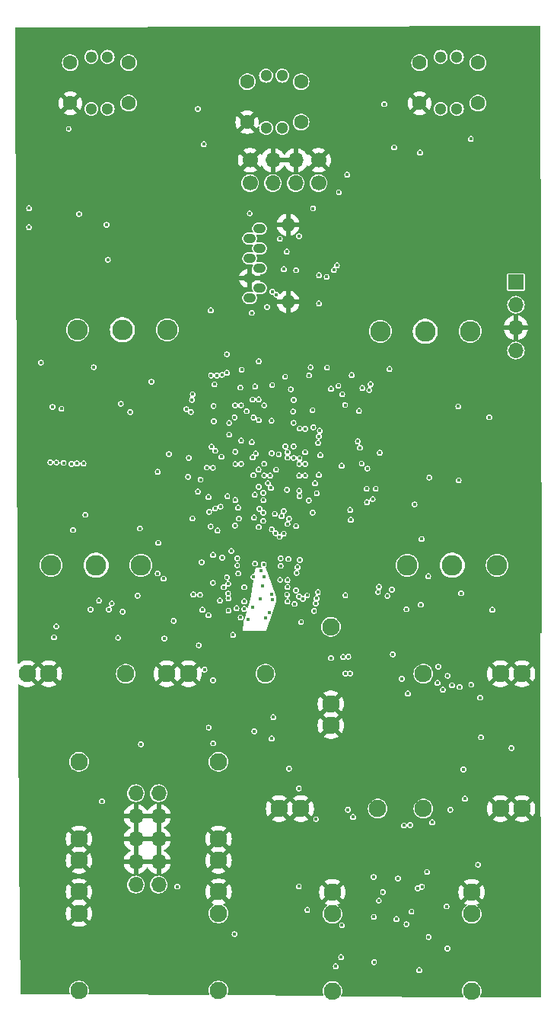
<source format=gbr>
G04 #@! TF.GenerationSoftware,KiCad,Pcbnew,7.0.6-0*
G04 #@! TF.CreationDate,2024-04-10T13:52:38-07:00*
G04 #@! TF.ProjectId,Sampler-built,53616d70-6c65-4722-9d62-75696c742e6b,rev?*
G04 #@! TF.SameCoordinates,PXb71b00PY73f50f0*
G04 #@! TF.FileFunction,Copper,L2,Inr*
G04 #@! TF.FilePolarity,Positive*
%FSLAX46Y46*%
G04 Gerber Fmt 4.6, Leading zero omitted, Abs format (unit mm)*
G04 Created by KiCad (PCBNEW 7.0.6-0) date 2024-04-10 13:52:38*
%MOMM*%
%LPD*%
G01*
G04 APERTURE LIST*
G04 #@! TA.AperFunction,ComponentPad*
%ADD10C,1.700000*%
G04 #@! TD*
G04 #@! TA.AperFunction,ComponentPad*
%ADD11O,1.700000X1.700000*%
G04 #@! TD*
G04 #@! TA.AperFunction,ComponentPad*
%ADD12R,1.700000X1.700000*%
G04 #@! TD*
G04 #@! TA.AperFunction,ComponentPad*
%ADD13C,1.930400*%
G04 #@! TD*
G04 #@! TA.AperFunction,ComponentPad*
%ADD14C,1.600000*%
G04 #@! TD*
G04 #@! TA.AperFunction,ComponentPad*
%ADD15C,1.300000*%
G04 #@! TD*
G04 #@! TA.AperFunction,ComponentPad*
%ADD16O,1.397000X1.092200*%
G04 #@! TD*
G04 #@! TA.AperFunction,ComponentPad*
%ADD17O,1.524000X1.524000*%
G04 #@! TD*
G04 #@! TA.AperFunction,ComponentPad*
%ADD18C,2.286000*%
G04 #@! TD*
G04 #@! TA.AperFunction,ViaPad*
%ADD19C,0.400000*%
G04 #@! TD*
G04 APERTURE END LIST*
D10*
G04 #@! TO.N,/UART_TX*
G04 #@! TO.C,J4*
X151296648Y87529922D03*
G04 #@! TO.N,GND*
X151296648Y90069922D03*
D11*
G04 #@! TO.N,/UART_RX*
X153836648Y87529922D03*
G04 #@! TO.N,GND*
X153836648Y90069922D03*
G04 #@! TO.N,/DEBUG2*
X156376648Y87529922D03*
G04 #@! TO.N,GND*
X156376648Y90069922D03*
D10*
G04 #@! TO.N,/DEBUG3*
X158916648Y87529922D03*
G04 #@! TO.N,GND*
X158916648Y90069922D03*
G04 #@! TD*
D12*
G04 #@! TO.N,+3V3*
G04 #@! TO.C,J3*
X180876648Y76529922D03*
D11*
G04 #@! TO.N,/SWDCLK*
X180876648Y73989922D03*
G04 #@! TO.N,GND*
X180876648Y71449922D03*
G04 #@! TO.N,/SWDIO*
X180876648Y68909922D03*
G04 #@! TD*
G04 #@! TO.N,Net-(D17-K)*
G04 #@! TO.C,J10*
X141126648Y9559922D03*
X138586648Y9559922D03*
G04 #@! TO.N,GND*
X141126648Y12099922D03*
X138586648Y12099922D03*
X141126648Y14639922D03*
X138586648Y14639922D03*
X141126648Y17179922D03*
X138586648Y17179922D03*
G04 #@! TO.N,Net-(D16-A)*
X141126648Y19719922D03*
X138586648Y19719922D03*
G04 #@! TD*
D13*
G04 #@! TO.N,Net-(J12-SIG)*
G04 #@! TO.C,J12*
X132258648Y23206922D03*
G04 #@! TO.N,GND*
X132258648Y12234122D03*
X132258648Y14647122D03*
G04 #@! TD*
G04 #@! TO.N,Net-(J17-SIG)*
G04 #@! TO.C,J17*
X160450848Y-2252638D03*
G04 #@! TO.N,GND*
X160450848Y8720162D03*
G04 #@! TO.N,unconnected-(J17-SW-Pad3)*
X160450848Y6307162D03*
G04 #@! TD*
G04 #@! TO.N,Net-(J16-SIG)*
G04 #@! TO.C,J16*
X175950848Y-2252638D03*
G04 #@! TO.N,GND*
X175950848Y8720162D03*
G04 #@! TO.N,unconnected-(J16-SW-Pad3)*
X175950848Y6307162D03*
G04 #@! TD*
D14*
G04 #@! TO.N,unconnected-(Bank_But1-UP-A-Pad1)*
G04 #@! TO.C,Bank_But1*
X176658648Y100899922D03*
G04 #@! TO.N,Net-(Bank_But1-POLE-A)*
X170158648Y100899922D03*
G04 #@! TO.N,unconnected-(Bank_But1-DOWN-A-Pad3)*
X176658648Y96399922D03*
G04 #@! TO.N,GND*
X170158648Y96399922D03*
D15*
G04 #@! TO.N,+3V3*
X174308648Y101549922D03*
G04 #@! TO.N,Net-(Bank_But1-G)*
X172508648Y101549922D03*
G04 #@! TO.N,Net-(Bank_But1-R)*
X172508648Y95749922D03*
G04 #@! TO.N,Net-(Bank_But1-B)*
X174308648Y95749922D03*
G04 #@! TD*
D16*
G04 #@! TO.N,/D18*
G04 #@! TO.C,SD1*
X152356648Y82449673D03*
G04 #@! TO.N,/D19*
X151256828Y81349853D03*
G04 #@! TO.N,/D4*
X152356648Y80249779D03*
G04 #@! TO.N,+3V3*
X151256828Y79149959D03*
G04 #@! TO.N,/D9*
X152356648Y78049885D03*
G04 #@! TO.N,GND*
X151256828Y76950065D03*
G04 #@! TO.N,/D16*
X152356648Y75849991D03*
G04 #@! TO.N,/D17*
X151256828Y74750171D03*
D17*
G04 #@! TO.N,GND*
X155526568Y82892522D03*
X155526568Y74307322D03*
G04 #@! TD*
D18*
G04 #@! TO.N,GNDADC*
G04 #@! TO.C,POT_LENGTH1*
X139158648Y45045922D03*
G04 #@! TO.N,Net-(POT_LENGTH1-Center)*
X134158648Y45045922D03*
G04 #@! TO.N,VREF+*
X129158648Y45045922D03*
G04 #@! TD*
D13*
G04 #@! TO.N,Net-(J2-SIG)*
G04 #@! TO.C,J2*
X160286648Y38206922D03*
G04 #@! TO.N,GND*
X160286648Y27234122D03*
X160286648Y29647122D03*
G04 #@! TD*
D18*
G04 #@! TO.N,GNDADC*
G04 #@! TO.C,POT_PITCH1*
X175786648Y71045922D03*
G04 #@! TO.N,Net-(POT_PITCH1-Center)*
X170786648Y71045922D03*
G04 #@! TO.N,VREF+*
X165786648Y71045922D03*
G04 #@! TD*
D13*
G04 #@! TO.N,Net-(J7-SIG)*
G04 #@! TO.C,J7*
X137465648Y32999922D03*
G04 #@! TO.N,GND*
X126492848Y32999922D03*
X128905848Y32999922D03*
G04 #@! TD*
G04 #@! TO.N,Net-(J6-SIG)*
G04 #@! TO.C,J6*
X152993648Y32999922D03*
G04 #@! TO.N,GND*
X142020848Y32999922D03*
X144433848Y32999922D03*
G04 #@! TD*
G04 #@! TO.N,Net-(J15-SIG)*
G04 #@! TO.C,J15*
X147786648Y-2207078D03*
G04 #@! TO.N,GND*
X147786648Y8765722D03*
G04 #@! TO.N,unconnected-(J15-SW-Pad3)*
X147786648Y6352722D03*
G04 #@! TD*
D14*
G04 #@! TO.N,unconnected-(REV_BUT1-UP-A-Pad1)*
G04 #@! TO.C,REV_BUT1*
X137786648Y100899922D03*
G04 #@! TO.N,Net-(REV_BUT1-POLE-A)*
X131286648Y100899922D03*
G04 #@! TO.N,unconnected-(REV_BUT1-DOWN-A-Pad3)*
X137786648Y96399922D03*
G04 #@! TO.N,GND*
X131286648Y96399922D03*
D15*
G04 #@! TO.N,+3V3*
X135436648Y101549922D03*
G04 #@! TO.N,Net-(REV_BUT1-G)*
X133636648Y101549922D03*
G04 #@! TO.N,Net-(REV_BUT1-R)*
X133636648Y95749922D03*
G04 #@! TO.N,Net-(REV_BUT1-B)*
X135436648Y95749922D03*
G04 #@! TD*
D13*
G04 #@! TO.N,Net-(J9-SIG)*
G04 #@! TO.C,J9*
X147786648Y23206922D03*
G04 #@! TO.N,GND*
X147786648Y12234122D03*
X147786648Y14647122D03*
G04 #@! TD*
G04 #@! TO.N,Net-(J8-SIG)*
G04 #@! TO.C,J8*
X170579648Y32999922D03*
G04 #@! TO.N,GND*
X181552448Y32999922D03*
X179139448Y32999922D03*
G04 #@! TD*
G04 #@! TO.N,Net-(J11-SIG)*
G04 #@! TO.C,J11*
X132258648Y-2207078D03*
G04 #@! TO.N,GND*
X132258648Y8765722D03*
X132258648Y6352722D03*
G04 #@! TD*
G04 #@! TO.N,Net-(J13-SIG)*
G04 #@! TO.C,J13*
X170579648Y17999922D03*
G04 #@! TO.N,GND*
X181552448Y17999922D03*
X179139448Y17999922D03*
G04 #@! TD*
D18*
G04 #@! TO.N,GNDADC*
G04 #@! TO.C,POT_START1*
X178786648Y45045922D03*
G04 #@! TO.N,Net-(POT_START1-Center)*
X173786648Y45045922D03*
G04 #@! TO.N,VREF+*
X168786648Y45045922D03*
G04 #@! TD*
D13*
G04 #@! TO.N,Net-(J14-SIG)*
G04 #@! TO.C,J14*
X165493648Y17999922D03*
G04 #@! TO.N,GND*
X154520848Y17999922D03*
X156933848Y17999922D03*
G04 #@! TD*
D14*
G04 #@! TO.N,unconnected-(PLAY_BUT1-UP-A-Pad1)*
G04 #@! TO.C,PLAY_BUT1*
X156972648Y98799922D03*
G04 #@! TO.N,Net-(PLAY_BUT1-POLE-A)*
X150980648Y98799922D03*
G04 #@! TO.N,unconnected-(PLAY_BUT1-DOWN-A-Pad3)*
X156972648Y94299922D03*
G04 #@! TO.N,GND*
X150980648Y94299922D03*
D15*
G04 #@! TO.N,+3V3*
X154876648Y99449922D03*
G04 #@! TO.N,Net-(PLAY_BUT1-G)*
X153076648Y99449922D03*
G04 #@! TO.N,Net-(PLAY_BUT1-R)*
X153076648Y93649922D03*
G04 #@! TO.N,Net-(PLAY_BUT1-B)*
X154876648Y93649922D03*
G04 #@! TD*
D18*
G04 #@! TO.N,GNDADC*
G04 #@! TO.C,POT_SAMP1*
X142090000Y71226000D03*
G04 #@! TO.N,Net-(POT_SAMP1-Center)*
X137090000Y71226000D03*
G04 #@! TO.N,VREF+*
X132090000Y71226000D03*
G04 #@! TD*
D19*
G04 #@! TO.N,GND*
X130940000Y58200000D03*
X156117073Y59548450D03*
X131410000Y55160000D03*
X158776648Y30719922D03*
X133636648Y51719922D03*
X138409685Y62820315D03*
X132346570Y51710000D03*
X130281700Y55138300D03*
X166366648Y7679922D03*
X151310000Y67540000D03*
X130310000Y63320000D03*
X152691884Y42777168D03*
X152810149Y51643849D03*
X162116648Y9009922D03*
X132780000Y55100000D03*
X173076648Y36899922D03*
X157242383Y21986500D03*
X151544820Y40342832D03*
X153876648Y30389922D03*
X172116648Y55039922D03*
X173226648Y40039922D03*
X135366648Y52909922D03*
X154980148Y60486600D03*
X148490000Y74320000D03*
X162776648Y57189922D03*
X143776500Y56520000D03*
X127326648Y103049922D03*
X154826648Y3639922D03*
X150911648Y27329922D03*
X127386648Y41789922D03*
X159780000Y63010000D03*
X139346648Y53259922D03*
X149436648Y102949922D03*
X175596648Y14829922D03*
X130480000Y67850000D03*
X154496648Y-975078D03*
X162296648Y61199922D03*
X133016648Y51699922D03*
X157274273Y39541587D03*
X132110000Y55230000D03*
X175976648Y22179922D03*
X153781798Y41245040D03*
X153060753Y39164582D03*
X145760000Y62250000D03*
X136706648Y82264922D03*
X173850000Y55510000D03*
X130990000Y59000000D03*
X167280000Y47870000D03*
X174106648Y14749922D03*
X155027148Y47736600D03*
X145736562Y57639836D03*
X129701700Y55168300D03*
X167930000Y51160000D03*
X129036648Y54819922D03*
X152500148Y44446600D03*
X148470000Y75160000D03*
X174520000Y53804922D03*
X130586648Y30989922D03*
X171257148Y48100000D03*
G04 #@! TO.N,+3V3*
X155180148Y65996600D03*
X147220148Y62746600D03*
X147186648Y32269922D03*
X152870148Y55026600D03*
X132020000Y56370000D03*
X161480612Y56105497D03*
X148907284Y40008568D03*
X150352208Y66786780D03*
X146930000Y73380000D03*
X129750000Y38260000D03*
X153665212Y41781488D03*
X155026648Y48556600D03*
X152466112Y41346010D03*
X139016648Y49139922D03*
X135890000Y40800000D03*
X131430000Y56310000D03*
X171110000Y43840000D03*
X152830148Y43746600D03*
X130540000Y56420000D03*
X129081700Y56498300D03*
X132750000Y56360000D03*
X131610000Y48970000D03*
X149216148Y46643048D03*
X129771700Y56468300D03*
X176880000Y30340000D03*
X158960148Y59386600D03*
X149416648Y37309922D03*
X172144510Y31979637D03*
X151100148Y39056600D03*
X168160000Y32440000D03*
X153413498Y39811210D03*
G04 #@! TO.N,/A4*
X141756648Y36919922D03*
X145720000Y41770000D03*
G04 #@! TO.N,GNDADC*
X167071522Y42341522D03*
X165649998Y42660000D03*
G04 #@! TO.N,/A5*
X146216648Y33449922D03*
X146706648Y27010422D03*
X142806648Y38889922D03*
X144980000Y41810000D03*
G04 #@! TO.N,+12V*
X174500000Y54482531D03*
X171256648Y54799922D03*
X133906648Y67059922D03*
X156706648Y20259922D03*
X162196648Y17889922D03*
X175196648Y19109922D03*
X165086648Y959922D03*
X165616648Y7779922D03*
X149566648Y4059922D03*
X135456648Y78989922D03*
X139156648Y25159922D03*
X147196648Y25259922D03*
X128010000Y67563651D03*
X180400000Y24740000D03*
X132976648Y50659922D03*
X174784148Y41939922D03*
X134509257Y41137313D03*
G04 #@! TO.N,-12VA*
X135320000Y82890000D03*
X167566648Y5739922D03*
X170996648Y10969922D03*
X167186648Y35159922D03*
X157636648Y6759922D03*
X153886648Y28169922D03*
X166096648Y8729922D03*
X168706648Y5169922D03*
X170390000Y47970000D03*
X156706648Y9359922D03*
X132260000Y84080000D03*
X153686648Y25799922D03*
G04 #@! TO.N,/A2*
X145595316Y36155314D03*
X145980000Y40100000D03*
G04 #@! TO.N,/A7*
X177910000Y61500000D03*
X174470000Y62700000D03*
X144920000Y64050000D03*
X147160000Y55880000D03*
G04 #@! TO.N,/A6*
X147270148Y61056600D03*
X151260000Y84150000D03*
X149669346Y56295598D03*
X148974993Y60866600D03*
G04 #@! TO.N,/D6*
X165256648Y53549922D03*
X166227800Y96296803D03*
G04 #@! TO.N,/D8*
X141020000Y55440000D03*
X157634612Y41705009D03*
X158728011Y53049600D03*
X141026648Y44149922D03*
X146130000Y91840000D03*
X141080000Y47540000D03*
G04 #@! TO.N,/A9*
X145500000Y53240000D03*
X144702493Y62086180D03*
G04 #@! TO.N,/D15*
X155620000Y22450000D03*
X162450000Y33020000D03*
X162230000Y34890000D03*
X164940000Y52403500D03*
X157820148Y52266600D03*
X155230004Y58266644D03*
G04 #@! TO.N,/D13*
X161630000Y34870000D03*
X155470000Y57619241D03*
X161920000Y33020000D03*
X134816648Y18829922D03*
G04 #@! TO.N,VREF+*
X144410000Y54880000D03*
X129300000Y62650000D03*
X166600000Y41650000D03*
X130290000Y62440000D03*
X165510000Y42070000D03*
X146460000Y55910000D03*
G04 #@! TO.N,/D11*
X163726648Y56359922D03*
X159838769Y67022043D03*
X158040000Y67050000D03*
X158976648Y77269922D03*
G04 #@! TO.N,/D10*
X145470000Y95759922D03*
X164346648Y55799922D03*
G04 #@! TO.N,/D14*
X160616648Y77859922D03*
X156750000Y81620000D03*
X159814039Y77087313D03*
X158862341Y58658793D03*
G04 #@! TO.N,/D12*
X160943648Y78389922D03*
X161550000Y64050000D03*
X158320148Y60376600D03*
X161106648Y64999922D03*
G04 #@! TO.N,/D0*
X170210000Y90900000D03*
X162606500Y66192256D03*
G04 #@! TO.N,/D1*
X153750000Y75460000D03*
X155040000Y77950000D03*
X162110000Y88450000D03*
X147310000Y65160000D03*
X158310000Y84700000D03*
X151470000Y73103000D03*
X161186500Y86510000D03*
X167320000Y91490000D03*
G04 #@! TO.N,/D3*
X158226648Y62279922D03*
X154606648Y81329922D03*
G04 #@! TO.N,/D2*
X143186648Y9350000D03*
X165710000Y57560000D03*
X159051468Y59997921D03*
X163516648Y58119922D03*
G04 #@! TO.N,/D5*
X175840000Y92440000D03*
X163794998Y64744998D03*
G04 #@! TO.N,/D19*
X156143699Y63436471D03*
G04 #@! TO.N,/D18*
X160296648Y64669922D03*
G04 #@! TO.N,/D7*
X156778407Y55003681D03*
X141676648Y43559922D03*
X157164104Y41332685D03*
X138770000Y41680000D03*
X126710000Y82620000D03*
X126710000Y84730000D03*
G04 #@! TO.N,/D17*
X156787911Y60248837D03*
G04 #@! TO.N,/D16*
X158976648Y74149922D03*
X157430148Y60226600D03*
G04 #@! TO.N,/D9*
X155836648Y64599922D03*
G04 #@! TO.N,/A0*
X145916648Y45379922D03*
X151780000Y26609922D03*
X146680000Y39500000D03*
X150275255Y56326600D03*
G04 #@! TO.N,/A1*
X146682904Y52643666D03*
X144840000Y63440000D03*
G04 #@! TO.N,/A3*
X144180000Y62400000D03*
X144490000Y56980000D03*
G04 #@! TO.N,/A8*
X144860000Y50250000D03*
X148117148Y57109600D03*
X129466648Y37039922D03*
X146726648Y50979922D03*
G04 #@! TO.N,Net-(J2-SIG)*
X160300000Y34750000D03*
G04 #@! TO.N,Net-(C46-Pad1)*
X169590000Y51820000D03*
X178240000Y40110000D03*
G04 #@! TO.N,Net-(POT_LENGTH1-Center)*
X140330000Y65450000D03*
G04 #@! TO.N,Net-(REV_BUT1-R)*
X131130000Y93550000D03*
G04 #@! TO.N,/D4*
X156090148Y62136600D03*
X155354039Y79907313D03*
G04 #@! TO.N,/VCOM*
X176676648Y11769922D03*
X171546648Y16479922D03*
X158646648Y16839922D03*
G04 #@! TO.N,GNDA*
X165046648Y10419922D03*
X173556648Y17879922D03*
X173146648Y7149922D03*
X167766648Y10249922D03*
G04 #@! TO.N,Net-(U2B-VCAP_1)*
X153702594Y57499046D03*
G04 #@! TO.N,+3.3VADC*
X145780000Y54560000D03*
X137974685Y62075315D03*
X142280000Y57400000D03*
X136900000Y62990000D03*
G04 #@! TO.N,/BOOT0*
X151690148Y61476600D03*
X152260000Y67720000D03*
G04 #@! TO.N,Net-(C152-Pad1)*
X165066648Y5969922D03*
X161426648Y1499922D03*
G04 #@! TO.N,Net-(C152-Pad2)*
X161526648Y5059922D03*
X160826648Y489922D03*
G04 #@! TO.N,Net-(C153-Pad1)*
X170106648Y59922D03*
X173256648Y2479922D03*
G04 #@! TO.N,Net-(C153-Pad2)*
X171176648Y3739922D03*
X169236648Y6559922D03*
G04 #@! TO.N,/SWDCLK*
X164690000Y65180000D03*
G04 #@! TO.N,/SWDIO*
X164550000Y64510000D03*
G04 #@! TO.N,/UART_TX*
X147005436Y58236342D03*
G04 #@! TO.N,/UART_RX*
X147406648Y57773342D03*
G04 #@! TO.N,/DEBUG2*
X150920148Y62176600D03*
G04 #@! TO.N,/DEBUG3*
X153740148Y65076600D03*
X156426648Y77839922D03*
X153196648Y73749922D03*
X154226648Y75109922D03*
G04 #@! TO.N,Net-(J9-SIG)*
X135570000Y40129922D03*
X133546648Y40129922D03*
X137126648Y39899922D03*
X136616648Y36989922D03*
G04 #@! TO.N,/LOUT+*
X170418085Y9336875D03*
X169090443Y16181525D03*
G04 #@! TO.N,/LOUT-*
X169952549Y9155823D03*
X168420000Y16130000D03*
G04 #@! TO.N,Net-(U15A--)*
X168700000Y40170000D03*
X170296648Y40680000D03*
G04 #@! TO.N,/I2C1_SCL*
X175920000Y31780000D03*
X148730000Y68500000D03*
G04 #@! TO.N,/I2C1_SDA*
X172250000Y33780000D03*
X152237926Y63473227D03*
G04 #@! TO.N,/RIN*
X162746648Y17079922D03*
X175030000Y22370000D03*
G04 #@! TO.N,/SAI_SD_B*
X174616648Y31529922D03*
X146963500Y66149922D03*
G04 #@! TO.N,/SAI_MCLK*
X148175714Y66207986D03*
X172736648Y31229922D03*
G04 #@! TO.N,/SD-NBL1*
X156470148Y44196600D03*
X151580148Y63466600D03*
G04 #@! TO.N,/SD-NBL0*
X150276648Y62821634D03*
X148356648Y42619922D03*
G04 #@! TO.N,/SD-CKE1*
X154650148Y43426600D03*
X151870148Y64906600D03*
G04 #@! TO.N,/CODEC_RESET*
X177000000Y25940000D03*
X166790000Y66860000D03*
G04 #@! TO.N,/SAI_FS*
X173746648Y31709922D03*
X147596648Y66149922D03*
G04 #@! TO.N,/SAI_SCK*
X148729797Y66438194D03*
X173283148Y32766922D03*
G04 #@! TO.N,/SAI_SD_A*
X168866648Y30799922D03*
X150195162Y64810000D03*
X149630148Y62826600D03*
G04 #@! TO.N,/SD-NCAS*
X153660148Y61116600D03*
X152880148Y62816600D03*
X152280148Y61176600D03*
X151650148Y43766600D03*
G04 #@! TO.N,/SD-D2*
X158400148Y39986600D03*
X150651504Y40204801D03*
X161870000Y41730000D03*
X156125175Y60876600D03*
G04 #@! TO.N,/SD-D3*
X163296648Y58829922D03*
X148890148Y41366600D03*
X164246648Y53549922D03*
X158601969Y40818655D03*
X157880518Y66160422D03*
X163396648Y62209922D03*
X164310000Y52040000D03*
X161866648Y62859922D03*
G04 #@! TO.N,/SD-A0*
X149670441Y52293100D03*
X149588033Y61484485D03*
G04 #@! TO.N,/SD-A2*
X147389582Y51366988D03*
X148977832Y59564212D03*
G04 #@! TO.N,/SD-A1*
X149850148Y45816600D03*
X151473713Y58738745D03*
X148190148Y45896600D03*
X146899678Y49360392D03*
G04 #@! TO.N,/SD-CLK*
X154500000Y57370000D03*
X155443718Y43410078D03*
G04 #@! TO.N,/SD-A3*
X150284091Y58916225D03*
X148006582Y51559724D03*
G04 #@! TO.N,/SD-A4*
X152340328Y51316420D03*
X152254794Y49305314D03*
G04 #@! TO.N,/SD-NWE*
X151588309Y57046600D03*
X148740148Y43726600D03*
G04 #@! TO.N,/SD-A5*
X149665923Y57685332D03*
X148748336Y52733600D03*
G04 #@! TO.N,/SD-BA1*
X149849851Y45036600D03*
X152797148Y52286600D03*
X162446648Y51199922D03*
X156130148Y58266600D03*
G04 #@! TO.N,/SD-BA0*
X158236000Y50910000D03*
X156130148Y56976600D03*
X153730148Y49056600D03*
X151862231Y45252043D03*
G04 #@! TO.N,/SD-D1*
X149780148Y40276600D03*
X157426648Y57619922D03*
G04 #@! TO.N,/SD-A12*
X159099759Y57294467D03*
X156430148Y49406600D03*
X156590148Y44846600D03*
X162496648Y50089922D03*
G04 #@! TO.N,/SD-A11*
X149610148Y49456600D03*
X154680148Y44996600D03*
X152807895Y45158949D03*
X152877297Y56333838D03*
G04 #@! TO.N,/SD-NE1*
X147940148Y41136600D03*
X155449403Y57015476D03*
G04 #@! TO.N,/SD-D0*
X156787799Y56943323D03*
X150260148Y39246600D03*
G04 #@! TO.N,/SD-A7*
X155455148Y49651600D03*
X154582854Y48209306D03*
X151951309Y57466600D03*
X154688298Y45813057D03*
G04 #@! TO.N,/SD-A10*
X152234981Y55686600D03*
X147660148Y48906600D03*
G04 #@! TO.N,/SD-D10*
X158823541Y42066567D03*
X156775100Y56326600D03*
G04 #@! TO.N,/SD-D15*
X156956648Y38749922D03*
X158953774Y55094484D03*
G04 #@! TO.N,/SD-A6*
X151654168Y55072826D03*
X149961416Y51445332D03*
G04 #@! TO.N,/SD-A9*
X150038468Y50238280D03*
X152252454Y53771044D03*
G04 #@! TO.N,/SD-D5*
X148850148Y41906600D03*
X152770148Y50906600D03*
X155027148Y51066600D03*
X153524955Y55019407D03*
G04 #@! TO.N,/SD-D6*
X150660148Y42626600D03*
X154180148Y55671564D03*
X155627148Y50236600D03*
X154140148Y48606600D03*
G04 #@! TO.N,/SD-D8*
X155422344Y53444567D03*
X156816648Y45646600D03*
G04 #@! TO.N,/SD-D11*
X158686648Y41363891D03*
X155430148Y41786600D03*
X157425121Y56316600D03*
X156730172Y41581667D03*
G04 #@! TO.N,/SD-D14*
X158532955Y54159407D03*
X156256828Y40763280D03*
G04 #@! TO.N,/SD-D13*
X155456208Y41036600D03*
X157420148Y55021622D03*
G04 #@! TO.N,/SD-NRAS*
X149987018Y44144194D03*
X151799795Y52896246D03*
G04 #@! TO.N,/SD-A8*
X155559845Y45760041D03*
X152753295Y53108833D03*
G04 #@! TO.N,/SD-D4*
X151727148Y50346600D03*
X150655660Y41044066D03*
X153260148Y54176600D03*
X147160148Y43096600D03*
X154070148Y50758942D03*
X147170148Y46206600D03*
G04 #@! TO.N,/SD-D7*
X152739623Y49983600D03*
X153623148Y53656600D03*
X148863648Y43004332D03*
X154808468Y50528280D03*
G04 #@! TO.N,/SD-D9*
X155456445Y42643258D03*
X156786828Y52733280D03*
G04 #@! TO.N,/SD-D12*
X156764898Y53310030D03*
X156404241Y42265255D03*
G04 #@! TD*
G04 #@! TA.AperFunction,Conductor*
G04 #@! TO.N,GND*
G36*
X155917155Y90279766D02*
G01*
X155876648Y90141811D01*
X155876648Y89998033D01*
X155917155Y89860078D01*
X155945532Y89815922D01*
X154267764Y89815922D01*
X154296141Y89860078D01*
X154336648Y89998033D01*
X154336648Y90141811D01*
X154296141Y90279766D01*
X154267764Y90323922D01*
X155945532Y90323922D01*
X155917155Y90279766D01*
G37*
G04 #@! TD.AperFunction*
G04 #@! TA.AperFunction,Conductor*
G36*
X183583128Y104974726D02*
G01*
X183601550Y104930592D01*
X183791211Y37591056D01*
X183773029Y37546810D01*
X183728887Y37528380D01*
X183728627Y37528380D01*
X183559067Y37528610D01*
X183557018Y37528612D01*
X161166524Y37558862D01*
X161219660Y37629225D01*
X161309925Y37810502D01*
X161365344Y38005279D01*
X161384029Y38206922D01*
X161365344Y38408565D01*
X161309925Y38603342D01*
X161219660Y38784619D01*
X161097622Y38946223D01*
X161002608Y39032840D01*
X160947972Y39082648D01*
X160947969Y39082650D01*
X160947968Y39082651D01*
X160775793Y39189257D01*
X160775791Y39189258D01*
X160703091Y39217422D01*
X160586961Y39262411D01*
X160586958Y39262412D01*
X160586957Y39262412D01*
X160387906Y39299622D01*
X160387902Y39299622D01*
X160185394Y39299622D01*
X160185389Y39299622D01*
X159986338Y39262412D01*
X159797504Y39189258D01*
X159625323Y39082648D01*
X159475672Y38946221D01*
X159475670Y38946219D01*
X159353636Y38784619D01*
X159263371Y38603343D01*
X159207952Y38408569D01*
X159207950Y38408558D01*
X159189267Y38206927D01*
X159189267Y38206918D01*
X159207950Y38005287D01*
X159207952Y38005276D01*
X159228659Y37932501D01*
X159263371Y37810502D01*
X159353636Y37629225D01*
X159353637Y37629224D01*
X159353639Y37629220D01*
X159404973Y37561242D01*
X152980000Y37569922D01*
X153401879Y38749922D01*
X156624096Y38749922D01*
X156644151Y38636183D01*
X156701898Y38536162D01*
X156790372Y38461924D01*
X156898901Y38422422D01*
X156898904Y38422422D01*
X157014392Y38422422D01*
X157014395Y38422422D01*
X157122924Y38461924D01*
X157211398Y38536162D01*
X157269145Y38636183D01*
X157289200Y38749922D01*
X157269145Y38863661D01*
X157211398Y38963682D01*
X157163752Y39003662D01*
X157122923Y39037921D01*
X157014397Y39077422D01*
X157014395Y39077422D01*
X156898901Y39077422D01*
X156898898Y39077422D01*
X156790372Y39037921D01*
X156701898Y38963683D01*
X156644151Y38863662D01*
X156644150Y38863661D01*
X156644151Y38863661D01*
X156624096Y38749922D01*
X153401879Y38749922D01*
X153844022Y39986600D01*
X158067596Y39986600D01*
X158087651Y39872861D01*
X158145398Y39772840D01*
X158233872Y39698602D01*
X158342401Y39659100D01*
X158342404Y39659100D01*
X158457892Y39659100D01*
X158457895Y39659100D01*
X158566424Y39698602D01*
X158654898Y39772840D01*
X158712645Y39872861D01*
X158732700Y39986600D01*
X158712645Y40100339D01*
X158672426Y40170000D01*
X168367448Y40170000D01*
X168387503Y40056261D01*
X168445250Y39956240D01*
X168533724Y39882002D01*
X168642253Y39842500D01*
X168642256Y39842500D01*
X168757744Y39842500D01*
X168757747Y39842500D01*
X168866276Y39882002D01*
X168954750Y39956240D01*
X169012497Y40056261D01*
X169021973Y40110000D01*
X177907448Y40110000D01*
X177927503Y39996261D01*
X177985250Y39896240D01*
X178073724Y39822002D01*
X178167147Y39787998D01*
X178182253Y39782500D01*
X178182256Y39782500D01*
X178297744Y39782500D01*
X178297747Y39782500D01*
X178406276Y39822002D01*
X178494750Y39896240D01*
X178552497Y39996261D01*
X178572552Y40110000D01*
X178552497Y40223739D01*
X178494750Y40323760D01*
X178418193Y40387999D01*
X178406275Y40397999D01*
X178297749Y40437500D01*
X178297747Y40437500D01*
X178182253Y40437500D01*
X178182250Y40437500D01*
X178073724Y40397999D01*
X177985250Y40323761D01*
X177927503Y40223740D01*
X177907448Y40110000D01*
X169021973Y40110000D01*
X169032552Y40170000D01*
X169012497Y40283739D01*
X168954750Y40383760D01*
X168949700Y40387998D01*
X168866275Y40457999D01*
X168757749Y40497500D01*
X168757747Y40497500D01*
X168642253Y40497500D01*
X168642250Y40497500D01*
X168533724Y40457999D01*
X168445250Y40383761D01*
X168387503Y40283740D01*
X168376675Y40222329D01*
X168367448Y40170000D01*
X158672426Y40170000D01*
X158654898Y40200360D01*
X158649606Y40204801D01*
X158566423Y40274599D01*
X158457897Y40314100D01*
X158457895Y40314100D01*
X158342401Y40314100D01*
X158342398Y40314100D01*
X158233872Y40274599D01*
X158145398Y40200361D01*
X158087651Y40100340D01*
X158069299Y39996261D01*
X158067596Y39986600D01*
X153844022Y39986600D01*
X154195612Y40970000D01*
X154213593Y41475074D01*
X154217329Y41579998D01*
X154217329Y41580001D01*
X154143072Y41786600D01*
X155097596Y41786600D01*
X155117651Y41672861D01*
X155175398Y41572840D01*
X155263872Y41498602D01*
X155354574Y41465589D01*
X155389842Y41433272D01*
X155391929Y41385482D01*
X155359612Y41350214D01*
X155354575Y41348127D01*
X155289932Y41324599D01*
X155201458Y41250361D01*
X155143711Y41150340D01*
X155123656Y41036600D01*
X155143711Y40922861D01*
X155201458Y40822840D01*
X155289932Y40748602D01*
X155377948Y40716566D01*
X155398461Y40709100D01*
X155398464Y40709100D01*
X155513952Y40709100D01*
X155513955Y40709100D01*
X155622484Y40748602D01*
X155639977Y40763280D01*
X155924276Y40763280D01*
X155944331Y40649541D01*
X156002078Y40549520D01*
X156090552Y40475282D01*
X156138038Y40457998D01*
X156199081Y40435780D01*
X156199084Y40435780D01*
X156314572Y40435780D01*
X156314575Y40435780D01*
X156423104Y40475282D01*
X156511578Y40549520D01*
X156569325Y40649541D01*
X156589380Y40763280D01*
X156579616Y40818656D01*
X158269417Y40818656D01*
X158289472Y40704916D01*
X158347219Y40604895D01*
X158435693Y40530657D01*
X158526789Y40497500D01*
X158544222Y40491155D01*
X158544225Y40491155D01*
X158659713Y40491155D01*
X158659716Y40491155D01*
X158768245Y40530657D01*
X158856719Y40604895D01*
X158900081Y40680000D01*
X169964096Y40680000D01*
X169984151Y40566261D01*
X170041898Y40466240D01*
X170130372Y40392002D01*
X170238901Y40352500D01*
X170238904Y40352500D01*
X170354392Y40352500D01*
X170354395Y40352500D01*
X170462924Y40392002D01*
X170551398Y40466240D01*
X170609145Y40566261D01*
X170629200Y40680000D01*
X170609145Y40793739D01*
X170551398Y40893760D01*
X170505356Y40932394D01*
X170462923Y40967999D01*
X170354397Y41007500D01*
X170354395Y41007500D01*
X170238901Y41007500D01*
X170238898Y41007500D01*
X170130372Y40967999D01*
X170041898Y40893761D01*
X169984151Y40793740D01*
X169984150Y40793739D01*
X169984151Y40793739D01*
X169964096Y40680000D01*
X158900081Y40680000D01*
X158914466Y40704916D01*
X158934521Y40818655D01*
X158914466Y40932394D01*
X158864791Y41018433D01*
X158858549Y41065858D01*
X158878743Y41097559D01*
X158941398Y41150131D01*
X158999145Y41250152D01*
X159019200Y41363891D01*
X158999145Y41477630D01*
X158941398Y41577651D01*
X158938601Y41579998D01*
X158871969Y41635909D01*
X158849881Y41678340D01*
X158864265Y41723961D01*
X158872889Y41730000D01*
X161537448Y41730000D01*
X161541592Y41706498D01*
X161557503Y41616261D01*
X161615250Y41516240D01*
X161703724Y41442002D01*
X161751537Y41424599D01*
X161812253Y41402500D01*
X161812256Y41402500D01*
X161927744Y41402500D01*
X161927747Y41402500D01*
X162036276Y41442002D01*
X162124750Y41516240D01*
X162182497Y41616261D01*
X162188446Y41650001D01*
X166267448Y41650001D01*
X166287503Y41536261D01*
X166345250Y41436240D01*
X166433724Y41362002D01*
X166515976Y41332064D01*
X166542253Y41322500D01*
X166542256Y41322500D01*
X166657744Y41322500D01*
X166657747Y41322500D01*
X166766276Y41362002D01*
X166854750Y41436240D01*
X166912497Y41536261D01*
X166932552Y41650000D01*
X166912497Y41763739D01*
X166854750Y41863760D01*
X166851677Y41866339D01*
X166766275Y41937999D01*
X166760992Y41939922D01*
X174451596Y41939922D01*
X174471651Y41826183D01*
X174529398Y41726162D01*
X174617872Y41651924D01*
X174715853Y41616261D01*
X174726401Y41612422D01*
X174726404Y41612422D01*
X174841892Y41612422D01*
X174841895Y41612422D01*
X174950424Y41651924D01*
X175038898Y41726162D01*
X175096645Y41826183D01*
X175116700Y41939922D01*
X175096645Y42053661D01*
X175038898Y42153682D01*
X175007168Y42180307D01*
X174950423Y42227921D01*
X174841897Y42267422D01*
X174841895Y42267422D01*
X174726401Y42267422D01*
X174726398Y42267422D01*
X174617872Y42227921D01*
X174529398Y42153683D01*
X174471651Y42053662D01*
X174451596Y41939922D01*
X166760992Y41939922D01*
X166657749Y41977500D01*
X166657747Y41977500D01*
X166542253Y41977500D01*
X166542250Y41977500D01*
X166433724Y41937999D01*
X166345250Y41863761D01*
X166287503Y41763740D01*
X166267448Y41650001D01*
X162188446Y41650001D01*
X162202552Y41730000D01*
X162182497Y41843739D01*
X162124750Y41943760D01*
X162077079Y41983761D01*
X162036275Y42017999D01*
X161927749Y42057500D01*
X161927747Y42057500D01*
X161812253Y42057500D01*
X161812250Y42057500D01*
X161703724Y42017999D01*
X161615250Y41943761D01*
X161557503Y41843740D01*
X161546527Y41781488D01*
X161537448Y41730000D01*
X158872889Y41730000D01*
X158890764Y41742517D01*
X158989817Y41778569D01*
X159078291Y41852807D01*
X159136038Y41952828D01*
X159156093Y42066567D01*
X159155488Y42070000D01*
X165177448Y42070000D01*
X165197503Y41956261D01*
X165255250Y41856240D01*
X165343724Y41782002D01*
X165452203Y41742518D01*
X165452253Y41742500D01*
X165452256Y41742500D01*
X165567744Y41742500D01*
X165567747Y41742500D01*
X165676276Y41782002D01*
X165764750Y41856240D01*
X165822497Y41956261D01*
X165842552Y42070000D01*
X165822497Y42183739D01*
X165768838Y42276678D01*
X165762596Y42324103D01*
X165775962Y42341522D01*
X166738970Y42341522D01*
X166759025Y42227783D01*
X166816772Y42127762D01*
X166905246Y42053524D01*
X166987020Y42023760D01*
X167013775Y42014022D01*
X167013778Y42014022D01*
X167129266Y42014022D01*
X167129269Y42014022D01*
X167237798Y42053524D01*
X167326272Y42127762D01*
X167384019Y42227783D01*
X167404074Y42341522D01*
X167384019Y42455261D01*
X167326272Y42555282D01*
X167249236Y42619923D01*
X167237797Y42629521D01*
X167129271Y42669022D01*
X167129269Y42669022D01*
X167013775Y42669022D01*
X167013772Y42669022D01*
X166905246Y42629521D01*
X166816772Y42555283D01*
X166759025Y42455262D01*
X166738970Y42341522D01*
X165775962Y42341522D01*
X165791716Y42362054D01*
X165801583Y42366655D01*
X165816274Y42372002D01*
X165904748Y42446240D01*
X165962495Y42546261D01*
X165982550Y42660000D01*
X165962495Y42773739D01*
X165904748Y42873760D01*
X165864038Y42907920D01*
X165816273Y42947999D01*
X165707747Y42987500D01*
X165707745Y42987500D01*
X165592251Y42987500D01*
X165592248Y42987500D01*
X165483722Y42947999D01*
X165395248Y42873761D01*
X165337501Y42773740D01*
X165337500Y42773739D01*
X165337501Y42773739D01*
X165317446Y42660000D01*
X165323335Y42626600D01*
X165337501Y42546261D01*
X165391158Y42453324D01*
X165397401Y42405898D01*
X165368281Y42367947D01*
X165358408Y42363344D01*
X165343726Y42358001D01*
X165255250Y42283761D01*
X165197503Y42183740D01*
X165177448Y42070000D01*
X159155488Y42070000D01*
X159136038Y42180306D01*
X159078291Y42280327D01*
X159074199Y42283761D01*
X158989816Y42354566D01*
X158881290Y42394067D01*
X158881288Y42394067D01*
X158765794Y42394067D01*
X158765791Y42394067D01*
X158657265Y42354566D01*
X158568791Y42280328D01*
X158511044Y42180307D01*
X158490989Y42066567D01*
X158511044Y41952828D01*
X158568791Y41852807D01*
X158638219Y41794550D01*
X158660307Y41752119D01*
X158645923Y41706498D01*
X158619422Y41687941D01*
X158520372Y41651890D01*
X158431898Y41577652D01*
X158374151Y41477631D01*
X158354096Y41363891D01*
X158374151Y41250152D01*
X158423824Y41164115D01*
X158430067Y41116688D01*
X158409872Y41084987D01*
X158347218Y41032414D01*
X158289472Y40932395D01*
X158269417Y40818656D01*
X156579616Y40818656D01*
X156569325Y40877019D01*
X156511578Y40977040D01*
X156483111Y41000927D01*
X156423103Y41051279D01*
X156314577Y41090780D01*
X156314575Y41090780D01*
X156199081Y41090780D01*
X156199078Y41090780D01*
X156090552Y41051279D01*
X156002078Y40977041D01*
X155944331Y40877020D01*
X155924276Y40763280D01*
X155639977Y40763280D01*
X155710958Y40822840D01*
X155768705Y40922861D01*
X155788760Y41036600D01*
X155768705Y41150339D01*
X155710958Y41250360D01*
X155707978Y41252861D01*
X155622483Y41324599D01*
X155531781Y41357612D01*
X155496513Y41389930D01*
X155494426Y41437719D01*
X155526744Y41472987D01*
X155531770Y41475070D01*
X155596424Y41498602D01*
X155684898Y41572840D01*
X155742645Y41672861D01*
X155762700Y41786600D01*
X155742645Y41900339D01*
X155684898Y42000360D01*
X155596424Y42074598D01*
X155596423Y42074599D01*
X155487897Y42114100D01*
X155487895Y42114100D01*
X155372401Y42114100D01*
X155372398Y42114100D01*
X155263872Y42074599D01*
X155175398Y42000361D01*
X155117651Y41900340D01*
X155099153Y41795428D01*
X155097596Y41786600D01*
X154143072Y41786600D01*
X153971032Y42265255D01*
X156071689Y42265255D01*
X156091744Y42151516D01*
X156149491Y42051495D01*
X156237965Y41977257D01*
X156345823Y41937999D01*
X156346494Y41937755D01*
X156346497Y41937755D01*
X156461986Y41937755D01*
X156461988Y41937755D01*
X156461989Y41937756D01*
X156464026Y41938115D01*
X156465651Y41937755D01*
X156467456Y41937755D01*
X156467456Y41937356D01*
X156510729Y41927767D01*
X156536435Y41887426D01*
X156526087Y41840723D01*
X156515061Y41828689D01*
X156475422Y41795428D01*
X156417675Y41695407D01*
X156404347Y41619819D01*
X156397620Y41581667D01*
X156417675Y41467928D01*
X156475422Y41367907D01*
X156563896Y41293669D01*
X156672425Y41254167D01*
X156672428Y41254167D01*
X156793387Y41254167D01*
X156793387Y41251454D01*
X156830836Y41243176D01*
X156849146Y41223206D01*
X156909351Y41118928D01*
X156909353Y41118926D01*
X156909354Y41118925D01*
X156981948Y41058012D01*
X156997828Y41044687D01*
X157099996Y41007500D01*
X157106357Y41005185D01*
X157106360Y41005185D01*
X157221848Y41005185D01*
X157221851Y41005185D01*
X157330380Y41044687D01*
X157418854Y41118925D01*
X157476601Y41218946D01*
X157495986Y41328889D01*
X157521687Y41369230D01*
X157568389Y41379584D01*
X157574716Y41377889D01*
X157576862Y41377511D01*
X157576865Y41377509D01*
X157576868Y41377509D01*
X157692356Y41377509D01*
X157692359Y41377509D01*
X157800888Y41417011D01*
X157889362Y41491249D01*
X157947109Y41591270D01*
X157967164Y41705009D01*
X157947109Y41818748D01*
X157889362Y41918769D01*
X157866445Y41937999D01*
X157800887Y41993008D01*
X157692361Y42032509D01*
X157692359Y42032509D01*
X157576865Y42032509D01*
X157576862Y42032509D01*
X157468336Y41993008D01*
X157379862Y41918770D01*
X157334802Y41840723D01*
X157327855Y41828689D01*
X157322114Y41818746D01*
X157302729Y41708809D01*
X157277027Y41668465D01*
X157230326Y41658112D01*
X157224004Y41659805D01*
X157221853Y41660184D01*
X157221851Y41660185D01*
X157106357Y41660185D01*
X157100889Y41660185D01*
X157100889Y41662888D01*
X157063397Y41671206D01*
X157045127Y41691147D01*
X157042669Y41695404D01*
X157042669Y41695406D01*
X156984922Y41795427D01*
X156967555Y41810000D01*
X156896447Y41869666D01*
X156787921Y41909167D01*
X156787919Y41909167D01*
X156672425Y41909167D01*
X156670377Y41908806D01*
X156668749Y41909167D01*
X156666957Y41909167D01*
X156666957Y41909565D01*
X156623676Y41919161D01*
X156597975Y41959506D01*
X156608330Y42006207D01*
X156619348Y42018232D01*
X156658991Y42051495D01*
X156716738Y42151516D01*
X156736793Y42265255D01*
X156716738Y42378994D01*
X156658991Y42479015D01*
X156570517Y42553253D01*
X156570516Y42553254D01*
X156461990Y42592755D01*
X156461988Y42592755D01*
X156346494Y42592755D01*
X156346491Y42592755D01*
X156237965Y42553254D01*
X156149491Y42479016D01*
X156091744Y42378995D01*
X156071689Y42265255D01*
X153971032Y42265255D01*
X153553618Y43426600D01*
X154317596Y43426600D01*
X154337651Y43312861D01*
X154395398Y43212840D01*
X154483872Y43138602D01*
X154592401Y43099100D01*
X154592404Y43099100D01*
X154707892Y43099100D01*
X154707895Y43099100D01*
X154816424Y43138602D01*
X154904898Y43212840D01*
X154962645Y43312861D01*
X154979787Y43410078D01*
X155111166Y43410078D01*
X155131221Y43296339D01*
X155188968Y43196318D01*
X155277442Y43122080D01*
X155384584Y43083083D01*
X155419852Y43050766D01*
X155421939Y43002976D01*
X155389622Y42967708D01*
X155384584Y42965621D01*
X155290169Y42931257D01*
X155201695Y42857019D01*
X155143948Y42756998D01*
X155123893Y42643258D01*
X155143948Y42529519D01*
X155201695Y42429498D01*
X155290169Y42355260D01*
X155375770Y42324103D01*
X155398698Y42315758D01*
X155398701Y42315758D01*
X155514189Y42315758D01*
X155514192Y42315758D01*
X155622721Y42355260D01*
X155711195Y42429498D01*
X155768942Y42529519D01*
X155788997Y42643258D01*
X155768942Y42756997D01*
X155711195Y42857018D01*
X155691242Y42873761D01*
X155622720Y42931257D01*
X155515577Y42970254D01*
X155480310Y43002572D01*
X155478223Y43050362D01*
X155510541Y43085629D01*
X155515554Y43087707D01*
X155609994Y43122080D01*
X155698468Y43196318D01*
X155756215Y43296339D01*
X155776270Y43410078D01*
X155756215Y43523817D01*
X155698468Y43623838D01*
X155695606Y43626240D01*
X155609993Y43698077D01*
X155501467Y43737578D01*
X155501465Y43737578D01*
X155385971Y43737578D01*
X155385968Y43737578D01*
X155277442Y43698077D01*
X155188968Y43623839D01*
X155131221Y43523818D01*
X155111166Y43410078D01*
X154979787Y43410078D01*
X154982700Y43426600D01*
X154962645Y43540339D01*
X154904898Y43640360D01*
X154816424Y43714598D01*
X154816423Y43714599D01*
X154707897Y43754100D01*
X154707895Y43754100D01*
X154592401Y43754100D01*
X154592398Y43754100D01*
X154483872Y43714599D01*
X154395398Y43640361D01*
X154337651Y43540340D01*
X154319166Y43435502D01*
X154317596Y43426600D01*
X153553618Y43426600D01*
X153276862Y44196600D01*
X156137596Y44196600D01*
X156149692Y44127999D01*
X156157651Y44082861D01*
X156215398Y43982840D01*
X156303872Y43908602D01*
X156404507Y43871973D01*
X156412401Y43869100D01*
X156412404Y43869100D01*
X156527892Y43869100D01*
X156527895Y43869100D01*
X156636424Y43908602D01*
X156724898Y43982840D01*
X156782645Y44082861D01*
X156802700Y44196600D01*
X156782645Y44310339D01*
X156724898Y44410360D01*
X156724897Y44410361D01*
X156694142Y44436168D01*
X156672055Y44478598D01*
X156686440Y44524220D01*
X156712940Y44542776D01*
X156739426Y44552416D01*
X156756422Y44558601D01*
X156756422Y44558602D01*
X156756424Y44558602D01*
X156844898Y44632840D01*
X156902645Y44732861D01*
X156922700Y44846600D01*
X156902645Y44960339D01*
X156853235Y45045920D01*
X167511294Y45045920D01*
X167530669Y44824463D01*
X167530672Y44824447D01*
X167588206Y44609730D01*
X167588207Y44609728D01*
X167682159Y44408246D01*
X167809671Y44226140D01*
X167966865Y44068946D01*
X167988552Y44053761D01*
X168148971Y43941434D01*
X168148970Y43941434D01*
X168249711Y43894458D01*
X168350452Y43847482D01*
X168350454Y43847482D01*
X168350455Y43847481D01*
X168565172Y43789947D01*
X168565178Y43789946D01*
X168565185Y43789944D01*
X168698062Y43778319D01*
X168786646Y43770569D01*
X168786648Y43770569D01*
X168786650Y43770569D01*
X168860469Y43777028D01*
X169008111Y43789944D01*
X169008120Y43789947D01*
X169008123Y43789947D01*
X169194921Y43840000D01*
X170777448Y43840000D01*
X170797503Y43726261D01*
X170855250Y43626240D01*
X170943724Y43552002D01*
X171021157Y43523818D01*
X171052253Y43512500D01*
X171052256Y43512500D01*
X171167744Y43512500D01*
X171167747Y43512500D01*
X171276276Y43552002D01*
X171364750Y43626240D01*
X171422497Y43726261D01*
X171442552Y43840000D01*
X171422497Y43953739D01*
X171364750Y44053760D01*
X171316675Y44094100D01*
X171276275Y44127999D01*
X171167749Y44167500D01*
X171167747Y44167500D01*
X171052253Y44167500D01*
X171052250Y44167500D01*
X170943724Y44127999D01*
X170855250Y44053761D01*
X170797503Y43953740D01*
X170777448Y43840000D01*
X169194921Y43840000D01*
X169222840Y43847481D01*
X169222839Y43847481D01*
X169222844Y43847482D01*
X169424325Y43941434D01*
X169606429Y44068945D01*
X169763625Y44226141D01*
X169891136Y44408245D01*
X169985088Y44609726D01*
X170036061Y44799959D01*
X170042623Y44824447D01*
X170042623Y44824450D01*
X170042626Y44824459D01*
X170057686Y44996601D01*
X170062001Y45045920D01*
X170062001Y45045922D01*
X172384358Y45045922D01*
X172403483Y44815113D01*
X172460338Y44590599D01*
X172539399Y44410360D01*
X172553372Y44378504D01*
X172553374Y44378501D01*
X172566798Y44357954D01*
X172652916Y44226140D01*
X172680043Y44184620D01*
X172680046Y44184615D01*
X172836904Y44014223D01*
X172836908Y44014220D01*
X173019666Y43871973D01*
X173019668Y43871972D01*
X173223355Y43761742D01*
X173442406Y43686542D01*
X173670848Y43648422D01*
X173670851Y43648422D01*
X173902445Y43648422D01*
X173902448Y43648422D01*
X174130890Y43686542D01*
X174349941Y43761742D01*
X174553628Y43871972D01*
X174736393Y44014224D01*
X174893252Y44184618D01*
X175019925Y44378506D01*
X175112958Y44590599D01*
X175169813Y44815113D01*
X175188938Y45045920D01*
X177511294Y45045920D01*
X177530669Y44824463D01*
X177530672Y44824447D01*
X177588206Y44609730D01*
X177588207Y44609728D01*
X177682159Y44408246D01*
X177809671Y44226140D01*
X177966865Y44068946D01*
X177988552Y44053761D01*
X178148971Y43941434D01*
X178148970Y43941434D01*
X178249711Y43894458D01*
X178350452Y43847482D01*
X178350454Y43847482D01*
X178350455Y43847481D01*
X178565172Y43789947D01*
X178565178Y43789946D01*
X178565185Y43789944D01*
X178698062Y43778319D01*
X178786646Y43770569D01*
X178786648Y43770569D01*
X178786650Y43770569D01*
X178860468Y43777028D01*
X179008111Y43789944D01*
X179008120Y43789947D01*
X179008123Y43789947D01*
X179222840Y43847481D01*
X179222839Y43847481D01*
X179222844Y43847482D01*
X179424325Y43941434D01*
X179606429Y44068945D01*
X179763625Y44226141D01*
X179891136Y44408245D01*
X179985088Y44609726D01*
X180036061Y44799959D01*
X180042623Y44824447D01*
X180042623Y44824450D01*
X180042626Y44824459D01*
X180057686Y44996601D01*
X180062001Y45045920D01*
X180062001Y45045925D01*
X180042626Y45267382D01*
X180042626Y45267385D01*
X180041205Y45272688D01*
X179985089Y45482115D01*
X179985088Y45482117D01*
X179983483Y45485558D01*
X179891136Y45683598D01*
X179837610Y45760041D01*
X179763624Y45865705D01*
X179606430Y46022899D01*
X179438396Y46140557D01*
X179424325Y46150410D01*
X179424323Y46150411D01*
X179424325Y46150411D01*
X179222842Y46244363D01*
X179222840Y46244364D01*
X179008123Y46301898D01*
X179008107Y46301901D01*
X178786650Y46321275D01*
X178786646Y46321275D01*
X178565188Y46301901D01*
X178565172Y46301898D01*
X178350455Y46244364D01*
X178350453Y46244363D01*
X178148972Y46150411D01*
X177966865Y46022899D01*
X177809671Y45865705D01*
X177682159Y45683598D01*
X177588207Y45482117D01*
X177588206Y45482115D01*
X177530672Y45267398D01*
X177530669Y45267382D01*
X177511294Y45045925D01*
X177511294Y45045920D01*
X175188938Y45045920D01*
X175188938Y45045922D01*
X175169813Y45276731D01*
X175112958Y45501245D01*
X175019925Y45713338D01*
X174893252Y45907226D01*
X174893250Y45907228D01*
X174893249Y45907230D01*
X174736391Y46077622D01*
X174736387Y46077625D01*
X174553629Y46219872D01*
X174553627Y46219873D01*
X174489564Y46254542D01*
X174349941Y46330102D01*
X174130890Y46405302D01*
X173902448Y46443422D01*
X173670848Y46443422D01*
X173499516Y46414832D01*
X173442405Y46405302D01*
X173296026Y46355050D01*
X173223355Y46330102D01*
X173196462Y46315548D01*
X173019668Y46219873D01*
X173019666Y46219872D01*
X172836908Y46077625D01*
X172836904Y46077622D01*
X172680046Y45907230D01*
X172680043Y45907225D01*
X172553374Y45713344D01*
X172553372Y45713341D01*
X172477356Y45540041D01*
X172460338Y45501245D01*
X172403483Y45276731D01*
X172384358Y45045922D01*
X170062001Y45045922D01*
X170062001Y45045925D01*
X170042626Y45267382D01*
X170042626Y45267385D01*
X170041205Y45272688D01*
X169985089Y45482115D01*
X169985088Y45482117D01*
X169983483Y45485558D01*
X169891136Y45683598D01*
X169837610Y45760041D01*
X169763624Y45865705D01*
X169606430Y46022899D01*
X169438396Y46140557D01*
X169424325Y46150410D01*
X169424323Y46150411D01*
X169424325Y46150411D01*
X169222842Y46244363D01*
X169222840Y46244364D01*
X169008123Y46301898D01*
X169008107Y46301901D01*
X168786650Y46321275D01*
X168786646Y46321275D01*
X168565188Y46301901D01*
X168565172Y46301898D01*
X168350455Y46244364D01*
X168350453Y46244363D01*
X168148972Y46150411D01*
X167966865Y46022899D01*
X167809671Y45865705D01*
X167682159Y45683598D01*
X167588207Y45482117D01*
X167588206Y45482115D01*
X167530672Y45267398D01*
X167530669Y45267382D01*
X167511294Y45045925D01*
X167511294Y45045920D01*
X156853235Y45045920D01*
X156844898Y45060360D01*
X156756424Y45134598D01*
X156756423Y45134599D01*
X156647897Y45174100D01*
X156647895Y45174100D01*
X156532401Y45174100D01*
X156532398Y45174100D01*
X156423872Y45134599D01*
X156335398Y45060361D01*
X156277651Y44960340D01*
X156268828Y44910298D01*
X156257596Y44846600D01*
X156277651Y44732861D01*
X156335398Y44632840D01*
X156366153Y44607034D01*
X156388240Y44564603D01*
X156373856Y44518981D01*
X156347355Y44500425D01*
X156303872Y44484599D01*
X156215398Y44410361D01*
X156157651Y44310340D01*
X156142805Y44226140D01*
X156137596Y44196600D01*
X153276862Y44196600D01*
X153060000Y44799959D01*
X153058166Y44801249D01*
X153017084Y44818271D01*
X152998783Y44862467D01*
X153017094Y44906659D01*
X153021087Y44910319D01*
X153062645Y44945189D01*
X153092327Y44996600D01*
X154347596Y44996600D01*
X154367651Y44882861D01*
X154425398Y44782840D01*
X154513872Y44708602D01*
X154622401Y44669100D01*
X154622404Y44669100D01*
X154737892Y44669100D01*
X154737895Y44669100D01*
X154846424Y44708602D01*
X154934898Y44782840D01*
X154992645Y44882861D01*
X155012700Y44996600D01*
X154992645Y45110339D01*
X154934898Y45210360D01*
X154887227Y45250361D01*
X154846423Y45284599D01*
X154737897Y45324100D01*
X154737895Y45324100D01*
X154622401Y45324100D01*
X154622398Y45324100D01*
X154513872Y45284599D01*
X154425398Y45210361D01*
X154367651Y45110340D01*
X154358839Y45060361D01*
X154347596Y44996600D01*
X153092327Y44996600D01*
X153120392Y45045210D01*
X153140447Y45158949D01*
X153120392Y45272688D01*
X153062645Y45372709D01*
X153059435Y45375403D01*
X152974170Y45446948D01*
X152865644Y45486449D01*
X152865642Y45486449D01*
X152750148Y45486449D01*
X152750145Y45486449D01*
X152641619Y45446948D01*
X152553145Y45372710D01*
X152495398Y45272689D01*
X152495397Y45272688D01*
X152495398Y45272688D01*
X152475343Y45158949D01*
X152495398Y45045210D01*
X152553145Y44945189D01*
X152594644Y44910368D01*
X152616732Y44867938D01*
X152602348Y44822316D01*
X152559918Y44800228D01*
X152554466Y44799990D01*
X152018799Y44800022D01*
X151928184Y44800028D01*
X151895796Y44813445D01*
X151879964Y44800031D01*
X151879957Y44799990D01*
X151771203Y44146340D01*
X151745894Y44105752D01*
X151709552Y44094100D01*
X151592398Y44094100D01*
X151483872Y44054599D01*
X151395398Y43980361D01*
X151337651Y43880340D01*
X151317596Y43766600D01*
X151337651Y43652861D01*
X151395398Y43552840D01*
X151483872Y43478602D01*
X151597539Y43437230D01*
X151596909Y43435502D01*
X151631168Y43413687D01*
X151641631Y43367569D01*
X151289554Y41251454D01*
X151256250Y41051279D01*
X151247872Y41000927D01*
X151247006Y40997169D01*
X151059382Y40364356D01*
X151029268Y40327188D01*
X150981694Y40322200D01*
X150945334Y40350873D01*
X150906254Y40418561D01*
X150859657Y40457660D01*
X150817779Y40492800D01*
X150709253Y40532301D01*
X150709251Y40532301D01*
X150593757Y40532301D01*
X150593754Y40532301D01*
X150485228Y40492800D01*
X150396754Y40418562D01*
X150339007Y40318541D01*
X150335132Y40296566D01*
X150318952Y40204801D01*
X150339007Y40091062D01*
X150396754Y39991041D01*
X150485228Y39916803D01*
X150593757Y39877301D01*
X150593760Y39877301D01*
X150709248Y39877301D01*
X150709251Y39877301D01*
X150771401Y39899922D01*
X150822919Y39918673D01*
X150824005Y39915688D01*
X150860843Y39920564D01*
X150898814Y39891471D01*
X150905092Y39844049D01*
X150904632Y39842416D01*
X150706365Y39173704D01*
X150676251Y39136536D01*
X150634375Y39132146D01*
X150643692Y39130919D01*
X150672812Y39092969D01*
X150672364Y39059026D01*
X150586648Y38769925D01*
X150586648Y38769924D01*
X150505049Y37768487D01*
X150476648Y37419922D01*
X149730067Y37418433D01*
X149729145Y37423661D01*
X149671398Y37523682D01*
X149626636Y37561242D01*
X149582923Y37597921D01*
X149474397Y37637422D01*
X149474395Y37637422D01*
X149358901Y37637422D01*
X149358898Y37637422D01*
X149250372Y37597921D01*
X149161898Y37523683D01*
X149104150Y37423659D01*
X149103007Y37417180D01*
X125436648Y37369922D01*
X125432822Y38260000D01*
X129417448Y38260000D01*
X129437503Y38146261D01*
X129495250Y38046240D01*
X129583724Y37972002D01*
X129692253Y37932500D01*
X129692256Y37932500D01*
X129807744Y37932500D01*
X129807747Y37932500D01*
X129916276Y37972002D01*
X130004750Y38046240D01*
X130062497Y38146261D01*
X130082552Y38260000D01*
X130062497Y38373739D01*
X130004750Y38473760D01*
X129916276Y38547998D01*
X129916275Y38547999D01*
X129807749Y38587500D01*
X129807747Y38587500D01*
X129692253Y38587500D01*
X129692250Y38587500D01*
X129583724Y38547999D01*
X129495250Y38473761D01*
X129437503Y38373740D01*
X129437502Y38373739D01*
X129437503Y38373739D01*
X129417448Y38260000D01*
X125432822Y38260000D01*
X125430115Y38889922D01*
X142474096Y38889922D01*
X142494151Y38776183D01*
X142551898Y38676162D01*
X142640372Y38601924D01*
X142748901Y38562422D01*
X142748904Y38562422D01*
X142864392Y38562422D01*
X142864395Y38562422D01*
X142972924Y38601924D01*
X143061398Y38676162D01*
X143119145Y38776183D01*
X143139200Y38889922D01*
X143119145Y39003661D01*
X143061398Y39103682D01*
X142979384Y39172500D01*
X142972923Y39177921D01*
X142864397Y39217422D01*
X142864395Y39217422D01*
X142748901Y39217422D01*
X142748898Y39217422D01*
X142640372Y39177921D01*
X142551898Y39103683D01*
X142494151Y39003662D01*
X142483430Y38942861D01*
X142474096Y38889922D01*
X125430115Y38889922D01*
X125427493Y39500000D01*
X146347448Y39500000D01*
X146367503Y39386261D01*
X146425250Y39286240D01*
X146513724Y39212002D01*
X146576211Y39189258D01*
X146622253Y39172500D01*
X146622256Y39172500D01*
X146737744Y39172500D01*
X146737747Y39172500D01*
X146846276Y39212002D01*
X146887509Y39246600D01*
X149927596Y39246600D01*
X149947651Y39132861D01*
X150005398Y39032840D01*
X150093872Y38958602D01*
X150202401Y38919100D01*
X150202404Y38919100D01*
X150317892Y38919100D01*
X150317895Y38919100D01*
X150426424Y38958602D01*
X150514898Y39032840D01*
X150558316Y39108044D01*
X150596265Y39137162D01*
X150626691Y39133157D01*
X150591509Y39161662D01*
X150584893Y39202323D01*
X150592700Y39246598D01*
X150589912Y39262412D01*
X150572645Y39360339D01*
X150514898Y39460360D01*
X150487071Y39483710D01*
X150426423Y39534599D01*
X150317897Y39574100D01*
X150317895Y39574100D01*
X150202401Y39574100D01*
X150202398Y39574100D01*
X150093872Y39534599D01*
X150005398Y39460361D01*
X149947651Y39360340D01*
X149931785Y39270360D01*
X149927596Y39246600D01*
X146887509Y39246600D01*
X146934750Y39286240D01*
X146992497Y39386261D01*
X147012552Y39500000D01*
X146992497Y39613739D01*
X146934750Y39713760D01*
X146846276Y39787998D01*
X146846275Y39787999D01*
X146737749Y39827500D01*
X146737747Y39827500D01*
X146622253Y39827500D01*
X146622250Y39827500D01*
X146513724Y39787999D01*
X146425250Y39713761D01*
X146367503Y39613740D01*
X146347448Y39500000D01*
X125427493Y39500000D01*
X125424785Y40129923D01*
X133214096Y40129923D01*
X133234151Y40016183D01*
X133291898Y39916162D01*
X133380372Y39841924D01*
X133464756Y39811210D01*
X133488901Y39802422D01*
X133488904Y39802422D01*
X133604392Y39802422D01*
X133604395Y39802422D01*
X133712924Y39841924D01*
X133801398Y39916162D01*
X133859145Y40016183D01*
X133879200Y40129922D01*
X135237448Y40129922D01*
X135257503Y40016183D01*
X135315250Y39916162D01*
X135403724Y39841924D01*
X135488108Y39811210D01*
X135512253Y39802422D01*
X135512256Y39802422D01*
X135627744Y39802422D01*
X135627747Y39802422D01*
X135736276Y39841924D01*
X135805396Y39899922D01*
X136794096Y39899922D01*
X136814151Y39786183D01*
X136871898Y39686162D01*
X136960372Y39611924D01*
X137068901Y39572422D01*
X137068904Y39572422D01*
X137184392Y39572422D01*
X137184395Y39572422D01*
X137292924Y39611924D01*
X137381398Y39686162D01*
X137439145Y39786183D01*
X137459200Y39899922D01*
X137439145Y40013661D01*
X137389297Y40100001D01*
X145647448Y40100001D01*
X145667503Y39986261D01*
X145725250Y39886240D01*
X145813724Y39812002D01*
X145879670Y39787999D01*
X145922253Y39772500D01*
X145922256Y39772500D01*
X146037744Y39772500D01*
X146037747Y39772500D01*
X146146276Y39812002D01*
X146234750Y39886240D01*
X146292497Y39986261D01*
X146296430Y40008568D01*
X148574732Y40008568D01*
X148578606Y39986600D01*
X148594787Y39894829D01*
X148652534Y39794808D01*
X148741008Y39720570D01*
X148835541Y39686162D01*
X148849537Y39681068D01*
X148849540Y39681068D01*
X148965028Y39681068D01*
X148965031Y39681068D01*
X149073560Y39720570D01*
X149162034Y39794808D01*
X149219781Y39894829D01*
X149239836Y40008568D01*
X149219781Y40122307D01*
X149162034Y40222328D01*
X149160353Y40223739D01*
X149097355Y40276600D01*
X149447596Y40276600D01*
X149467651Y40162861D01*
X149525398Y40062840D01*
X149613872Y39988602D01*
X149722401Y39949100D01*
X149722404Y39949100D01*
X149837892Y39949100D01*
X149837895Y39949100D01*
X149946424Y39988602D01*
X150034898Y40062840D01*
X150092645Y40162861D01*
X150112700Y40276600D01*
X150092645Y40390339D01*
X150034898Y40490360D01*
X150033950Y40491156D01*
X149946423Y40564599D01*
X149837897Y40604100D01*
X149837895Y40604100D01*
X149722401Y40604100D01*
X149722398Y40604100D01*
X149613872Y40564599D01*
X149525398Y40490361D01*
X149467651Y40390340D01*
X149462676Y40362122D01*
X149447596Y40276600D01*
X149097355Y40276600D01*
X149073559Y40296567D01*
X148965033Y40336068D01*
X148965031Y40336068D01*
X148849537Y40336068D01*
X148849534Y40336068D01*
X148741008Y40296567D01*
X148652534Y40222329D01*
X148594787Y40122308D01*
X148590914Y40100340D01*
X148574732Y40008568D01*
X146296430Y40008568D01*
X146312552Y40100000D01*
X146292497Y40213739D01*
X146234750Y40313760D01*
X146229054Y40318540D01*
X146146275Y40387999D01*
X146037749Y40427500D01*
X146037747Y40427500D01*
X145922253Y40427500D01*
X145922250Y40427500D01*
X145813724Y40387999D01*
X145725250Y40313761D01*
X145667503Y40213740D01*
X145647448Y40100001D01*
X137389297Y40100001D01*
X137381398Y40113682D01*
X137322789Y40162861D01*
X137292923Y40187921D01*
X137184397Y40227422D01*
X137184395Y40227422D01*
X137068901Y40227422D01*
X137068898Y40227422D01*
X136960372Y40187921D01*
X136871898Y40113683D01*
X136814151Y40013662D01*
X136796876Y39915688D01*
X136794096Y39899922D01*
X135805396Y39899922D01*
X135824750Y39916162D01*
X135882497Y40016183D01*
X135902552Y40129922D01*
X135882497Y40243661D01*
X135824750Y40343682D01*
X135802774Y40362122D01*
X135780686Y40404553D01*
X135795070Y40450174D01*
X135837501Y40472262D01*
X135842948Y40472500D01*
X135947744Y40472500D01*
X135947747Y40472500D01*
X136056276Y40512002D01*
X136144750Y40586240D01*
X136202497Y40686261D01*
X136222552Y40800000D01*
X136202497Y40913739D01*
X136144750Y41013760D01*
X136108633Y41044066D01*
X136056275Y41087999D01*
X135947749Y41127500D01*
X135947747Y41127500D01*
X135832253Y41127500D01*
X135832250Y41127500D01*
X135723724Y41087999D01*
X135635250Y41013761D01*
X135577503Y40913740D01*
X135557448Y40800000D01*
X135577503Y40686261D01*
X135635250Y40586240D01*
X135657226Y40567800D01*
X135679314Y40525369D01*
X135664930Y40479748D01*
X135622499Y40457660D01*
X135617052Y40457422D01*
X135512250Y40457422D01*
X135403724Y40417921D01*
X135315250Y40343683D01*
X135257503Y40243662D01*
X135237448Y40129922D01*
X133879200Y40129922D01*
X133859145Y40243661D01*
X133801398Y40343682D01*
X133753634Y40383761D01*
X133712923Y40417921D01*
X133604397Y40457422D01*
X133604395Y40457422D01*
X133488901Y40457422D01*
X133488898Y40457422D01*
X133380372Y40417921D01*
X133291898Y40343683D01*
X133234151Y40243662D01*
X133214096Y40129923D01*
X125424785Y40129923D01*
X125420455Y41137313D01*
X134176705Y41137313D01*
X134196760Y41023574D01*
X134254507Y40923553D01*
X134342981Y40849315D01*
X134451510Y40809813D01*
X134451513Y40809813D01*
X134567001Y40809813D01*
X134567004Y40809813D01*
X134675533Y40849315D01*
X134764007Y40923553D01*
X134821754Y41023574D01*
X134841683Y41136600D01*
X147607596Y41136600D01*
X147627651Y41022861D01*
X147685398Y40922840D01*
X147773872Y40848602D01*
X147856146Y40818656D01*
X147882401Y40809100D01*
X147882404Y40809100D01*
X147997892Y40809100D01*
X147997895Y40809100D01*
X148106424Y40848602D01*
X148194898Y40922840D01*
X148252645Y41022861D01*
X148272700Y41136600D01*
X148252645Y41250339D01*
X148194898Y41350360D01*
X148192347Y41352501D01*
X148106423Y41424599D01*
X147997897Y41464100D01*
X147997895Y41464100D01*
X147882401Y41464100D01*
X147882398Y41464100D01*
X147773872Y41424599D01*
X147685398Y41350361D01*
X147627651Y41250340D01*
X147607596Y41136600D01*
X134841683Y41136600D01*
X134841809Y41137313D01*
X134821754Y41251052D01*
X134764007Y41351073D01*
X134762307Y41352500D01*
X134675532Y41425312D01*
X134567006Y41464813D01*
X134567004Y41464813D01*
X134451510Y41464813D01*
X134451507Y41464813D01*
X134342981Y41425312D01*
X134254507Y41351074D01*
X134196760Y41251053D01*
X134196759Y41251052D01*
X134196760Y41251052D01*
X134176705Y41137313D01*
X125420455Y41137313D01*
X125418122Y41680000D01*
X138437448Y41680000D01*
X138457503Y41566261D01*
X138515250Y41466240D01*
X138603724Y41392002D01*
X138643542Y41377509D01*
X138712253Y41352500D01*
X138712256Y41352500D01*
X138827744Y41352500D01*
X138827747Y41352500D01*
X138936276Y41392002D01*
X139024750Y41466240D01*
X139082497Y41566261D01*
X139102552Y41680000D01*
X139082497Y41793739D01*
X139073109Y41810000D01*
X144647448Y41810000D01*
X144667503Y41696261D01*
X144725250Y41596240D01*
X144813724Y41522002D01*
X144922253Y41482500D01*
X144922256Y41482500D01*
X145037744Y41482500D01*
X145037747Y41482500D01*
X145146276Y41522002D01*
X145234750Y41596240D01*
X145289335Y41690786D01*
X145327284Y41719905D01*
X145374710Y41713662D01*
X145403831Y41675712D01*
X145405011Y41670390D01*
X145407502Y41656263D01*
X145407502Y41656262D01*
X145407503Y41656261D01*
X145448010Y41586101D01*
X145465250Y41556240D01*
X145553724Y41482002D01*
X145630690Y41453988D01*
X145662253Y41442500D01*
X145662256Y41442500D01*
X145777744Y41442500D01*
X145777747Y41442500D01*
X145886276Y41482002D01*
X145974750Y41556240D01*
X146032497Y41656261D01*
X146052552Y41770000D01*
X146032497Y41883739D01*
X146019298Y41906600D01*
X148517596Y41906600D01*
X148537651Y41792861D01*
X148595398Y41692840D01*
X148626378Y41666845D01*
X148648466Y41624415D01*
X148636391Y41586101D01*
X148638132Y41585095D01*
X148577651Y41480340D01*
X148557596Y41366600D01*
X148577651Y41252861D01*
X148635398Y41152840D01*
X148723872Y41078602D01*
X148780441Y41058012D01*
X148832401Y41039100D01*
X148832404Y41039100D01*
X148947892Y41039100D01*
X148947895Y41039100D01*
X148961539Y41044066D01*
X150323108Y41044066D01*
X150343163Y40930327D01*
X150400910Y40830306D01*
X150489384Y40756068D01*
X150597913Y40716566D01*
X150597916Y40716566D01*
X150713404Y40716566D01*
X150713407Y40716566D01*
X150821936Y40756068D01*
X150910410Y40830306D01*
X150968157Y40930327D01*
X150988212Y41044066D01*
X150968157Y41157805D01*
X150910410Y41257826D01*
X150825724Y41328886D01*
X150821935Y41332065D01*
X150713409Y41371566D01*
X150713407Y41371566D01*
X150597913Y41371566D01*
X150597910Y41371566D01*
X150489384Y41332065D01*
X150400910Y41257827D01*
X150343163Y41157806D01*
X150328720Y41075893D01*
X150323108Y41044066D01*
X148961539Y41044066D01*
X149056424Y41078602D01*
X149144898Y41152840D01*
X149202645Y41252861D01*
X149222700Y41366600D01*
X149202645Y41480339D01*
X149144898Y41580360D01*
X149143340Y41581667D01*
X149113917Y41606356D01*
X149091829Y41648787D01*
X149103907Y41687098D01*
X149102164Y41688104D01*
X149133569Y41742500D01*
X149162645Y41792861D01*
X149182700Y41906600D01*
X149162645Y42020339D01*
X149104898Y42120360D01*
X149067768Y42151516D01*
X149016423Y42194599D01*
X148907897Y42234100D01*
X148907895Y42234100D01*
X148792401Y42234100D01*
X148792398Y42234100D01*
X148683872Y42194599D01*
X148595398Y42120361D01*
X148537651Y42020340D01*
X148517596Y41906600D01*
X146019298Y41906600D01*
X145974750Y41983760D01*
X145933947Y42017998D01*
X145886275Y42057999D01*
X145777749Y42097500D01*
X145777747Y42097500D01*
X145662253Y42097500D01*
X145662250Y42097500D01*
X145553724Y42057999D01*
X145465250Y41983761D01*
X145410665Y41889216D01*
X145372714Y41860096D01*
X145325288Y41866339D01*
X145296168Y41904290D01*
X145294989Y41909602D01*
X145292497Y41923739D01*
X145234750Y42023760D01*
X145201697Y42051495D01*
X145146275Y42097999D01*
X145037749Y42137500D01*
X145037747Y42137500D01*
X144922253Y42137500D01*
X144922250Y42137500D01*
X144813724Y42097999D01*
X144725250Y42023761D01*
X144667503Y41923740D01*
X144648991Y41818749D01*
X144647448Y41810000D01*
X139073109Y41810000D01*
X139024750Y41893760D01*
X139016910Y41900339D01*
X138936275Y41967999D01*
X138827749Y42007500D01*
X138827747Y42007500D01*
X138712253Y42007500D01*
X138712250Y42007500D01*
X138603724Y41967999D01*
X138515250Y41893761D01*
X138457503Y41793740D01*
X138437448Y41680000D01*
X125418122Y41680000D01*
X125414082Y42619922D01*
X148024096Y42619922D01*
X148035494Y42555282D01*
X148044151Y42506183D01*
X148101898Y42406162D01*
X148190372Y42331924D01*
X148280553Y42299100D01*
X148298901Y42292422D01*
X148298904Y42292422D01*
X148414392Y42292422D01*
X148414395Y42292422D01*
X148522924Y42331924D01*
X148611398Y42406162D01*
X148669145Y42506183D01*
X148689200Y42619922D01*
X148689199Y42619924D01*
X148689200Y42619925D01*
X148689200Y42625390D01*
X148690575Y42625390D01*
X148690843Y42626600D01*
X150327596Y42626600D01*
X150347651Y42512861D01*
X150405398Y42412840D01*
X150493872Y42338602D01*
X150556631Y42315759D01*
X150602401Y42299100D01*
X150602404Y42299100D01*
X150717892Y42299100D01*
X150717895Y42299100D01*
X150826424Y42338602D01*
X150914898Y42412840D01*
X150972645Y42512861D01*
X150992700Y42626600D01*
X150972645Y42740339D01*
X150914898Y42840360D01*
X150895045Y42857019D01*
X150826423Y42914599D01*
X150717897Y42954100D01*
X150717895Y42954100D01*
X150602401Y42954100D01*
X150602398Y42954100D01*
X150493872Y42914599D01*
X150405398Y42840361D01*
X150347651Y42740340D01*
X150327596Y42626600D01*
X148690843Y42626600D01*
X148699623Y42666214D01*
X148739966Y42691918D01*
X148772198Y42689099D01*
X148805901Y42676832D01*
X148805904Y42676832D01*
X148921392Y42676832D01*
X148921395Y42676832D01*
X149029924Y42716334D01*
X149118398Y42790572D01*
X149176145Y42890593D01*
X149196200Y43004332D01*
X149176145Y43118071D01*
X149118398Y43218092D01*
X149029924Y43292330D01*
X149029923Y43292331D01*
X148923929Y43330910D01*
X148888662Y43363228D01*
X148886575Y43411018D01*
X148905132Y43437519D01*
X148906421Y43438602D01*
X148906424Y43438602D01*
X148994898Y43512840D01*
X149052645Y43612861D01*
X149072700Y43726600D01*
X149052645Y43840339D01*
X148994898Y43940360D01*
X148978954Y43953739D01*
X148906423Y44014599D01*
X148797897Y44054100D01*
X148797895Y44054100D01*
X148682401Y44054100D01*
X148682398Y44054100D01*
X148573872Y44014599D01*
X148485398Y43940361D01*
X148427651Y43840340D01*
X148407596Y43726600D01*
X148427651Y43612861D01*
X148485398Y43512840D01*
X148573872Y43438602D01*
X148679865Y43400023D01*
X148715133Y43367706D01*
X148717220Y43319916D01*
X148698663Y43293414D01*
X148608898Y43218093D01*
X148551151Y43118072D01*
X148551150Y43118071D01*
X148551151Y43118071D01*
X148539284Y43050766D01*
X148531096Y43004330D01*
X148531096Y42998864D01*
X148529723Y42998864D01*
X148520666Y42958033D01*
X148480319Y42932335D01*
X148448098Y42935156D01*
X148414399Y42947421D01*
X148414396Y42947422D01*
X148414395Y42947422D01*
X148298901Y42947422D01*
X148298898Y42947422D01*
X148190372Y42907921D01*
X148101898Y42833683D01*
X148044151Y42733662D01*
X148024097Y42619925D01*
X148024096Y42619922D01*
X125414082Y42619922D01*
X125412033Y43096600D01*
X146827596Y43096600D01*
X146847651Y42982861D01*
X146905398Y42882840D01*
X146993872Y42808602D01*
X147089655Y42773739D01*
X147102401Y42769100D01*
X147102404Y42769100D01*
X147217892Y42769100D01*
X147217895Y42769100D01*
X147326424Y42808602D01*
X147414898Y42882840D01*
X147472645Y42982861D01*
X147492700Y43096600D01*
X147472645Y43210339D01*
X147414898Y43310360D01*
X147411918Y43312861D01*
X147326423Y43384599D01*
X147217897Y43424100D01*
X147217895Y43424100D01*
X147102401Y43424100D01*
X147102398Y43424100D01*
X146993872Y43384599D01*
X146905398Y43310361D01*
X146847651Y43210340D01*
X146827596Y43096600D01*
X125412033Y43096600D01*
X125410042Y43559922D01*
X141344096Y43559922D01*
X141364151Y43446183D01*
X141421898Y43346162D01*
X141510372Y43271924D01*
X141618901Y43232422D01*
X141618904Y43232422D01*
X141734392Y43232422D01*
X141734395Y43232422D01*
X141842924Y43271924D01*
X141931398Y43346162D01*
X141989145Y43446183D01*
X142009200Y43559922D01*
X141989145Y43673661D01*
X141931398Y43773682D01*
X141873311Y43822423D01*
X141842923Y43847921D01*
X141734397Y43887422D01*
X141734395Y43887422D01*
X141618901Y43887422D01*
X141618898Y43887422D01*
X141510372Y43847921D01*
X141421898Y43773683D01*
X141364151Y43673662D01*
X141355366Y43623839D01*
X141344096Y43559922D01*
X125410042Y43559922D01*
X125403655Y45045920D01*
X127883295Y45045920D01*
X127902669Y44824463D01*
X127902672Y44824447D01*
X127960206Y44609730D01*
X127960207Y44609728D01*
X128054159Y44408246D01*
X128181671Y44226140D01*
X128338865Y44068946D01*
X128360552Y44053761D01*
X128520971Y43941434D01*
X128520970Y43941434D01*
X128621711Y43894458D01*
X128722452Y43847482D01*
X128722454Y43847482D01*
X128722455Y43847481D01*
X128937172Y43789947D01*
X128937178Y43789946D01*
X128937185Y43789944D01*
X129070062Y43778319D01*
X129158646Y43770569D01*
X129158648Y43770569D01*
X129158650Y43770569D01*
X129232468Y43777028D01*
X129380111Y43789944D01*
X129380120Y43789947D01*
X129380123Y43789947D01*
X129594840Y43847481D01*
X129594839Y43847481D01*
X129594844Y43847482D01*
X129796325Y43941434D01*
X129978429Y44068945D01*
X130135625Y44226141D01*
X130263136Y44408245D01*
X130357088Y44609726D01*
X130408061Y44799959D01*
X130414623Y44824447D01*
X130414623Y44824450D01*
X130414626Y44824459D01*
X130429686Y44996601D01*
X130434001Y45045920D01*
X130434001Y45045922D01*
X132756358Y45045922D01*
X132775483Y44815113D01*
X132832338Y44590599D01*
X132911399Y44410360D01*
X132925372Y44378504D01*
X132925374Y44378501D01*
X132938798Y44357954D01*
X133024916Y44226140D01*
X133052043Y44184620D01*
X133052046Y44184615D01*
X133208904Y44014223D01*
X133208908Y44014220D01*
X133391666Y43871973D01*
X133391668Y43871972D01*
X133595355Y43761742D01*
X133814406Y43686542D01*
X134042848Y43648422D01*
X134042851Y43648422D01*
X134274445Y43648422D01*
X134274448Y43648422D01*
X134502890Y43686542D01*
X134721941Y43761742D01*
X134925628Y43871972D01*
X135108393Y44014224D01*
X135265252Y44184618D01*
X135391925Y44378506D01*
X135484958Y44590599D01*
X135541813Y44815113D01*
X135560938Y45045920D01*
X137883295Y45045920D01*
X137902669Y44824463D01*
X137902672Y44824447D01*
X137960206Y44609730D01*
X137960207Y44609728D01*
X138054159Y44408246D01*
X138181671Y44226140D01*
X138338865Y44068946D01*
X138360552Y44053761D01*
X138520971Y43941434D01*
X138520970Y43941434D01*
X138621711Y43894458D01*
X138722452Y43847482D01*
X138722454Y43847482D01*
X138722455Y43847481D01*
X138937172Y43789947D01*
X138937178Y43789946D01*
X138937185Y43789944D01*
X139070062Y43778319D01*
X139158646Y43770569D01*
X139158648Y43770569D01*
X139158650Y43770569D01*
X139232468Y43777028D01*
X139380111Y43789944D01*
X139380120Y43789947D01*
X139380123Y43789947D01*
X139594840Y43847481D01*
X139594839Y43847481D01*
X139594844Y43847482D01*
X139796325Y43941434D01*
X139978429Y44068945D01*
X140059407Y44149923D01*
X140694096Y44149923D01*
X140714151Y44036183D01*
X140771898Y43936162D01*
X140860372Y43861924D01*
X140919672Y43840340D01*
X140968901Y43822422D01*
X140968904Y43822422D01*
X141084392Y43822422D01*
X141084395Y43822422D01*
X141192924Y43861924D01*
X141281398Y43936162D01*
X141339145Y44036183D01*
X141358190Y44144194D01*
X149654466Y44144194D01*
X149674521Y44030455D01*
X149732268Y43930434D01*
X149820742Y43856196D01*
X149929271Y43816694D01*
X149929274Y43816694D01*
X150044762Y43816694D01*
X150044765Y43816694D01*
X150153294Y43856196D01*
X150241768Y43930434D01*
X150299515Y44030455D01*
X150319570Y44144194D01*
X150299515Y44257933D01*
X150241768Y44357954D01*
X150234941Y44363683D01*
X150153293Y44432193D01*
X150044767Y44471694D01*
X150044765Y44471694D01*
X149929271Y44471694D01*
X149929268Y44471694D01*
X149820742Y44432193D01*
X149732268Y44357955D01*
X149674521Y44257934D01*
X149663707Y44196601D01*
X149654466Y44144194D01*
X141358190Y44144194D01*
X141359200Y44149922D01*
X141339145Y44263661D01*
X141281398Y44363682D01*
X141263732Y44378506D01*
X141192923Y44437921D01*
X141084397Y44477422D01*
X141084395Y44477422D01*
X140968901Y44477422D01*
X140968898Y44477422D01*
X140860372Y44437921D01*
X140771898Y44363683D01*
X140714151Y44263662D01*
X140694096Y44149923D01*
X140059407Y44149923D01*
X140135625Y44226141D01*
X140263136Y44408245D01*
X140357088Y44609726D01*
X140408061Y44799959D01*
X140414623Y44824447D01*
X140414623Y44824450D01*
X140414626Y44824459D01*
X140429686Y44996601D01*
X140433186Y45036600D01*
X149517299Y45036600D01*
X149537354Y44922861D01*
X149595101Y44822840D01*
X149683575Y44748602D01*
X149792104Y44709100D01*
X149792107Y44709100D01*
X149907595Y44709100D01*
X149907598Y44709100D01*
X150016127Y44748602D01*
X150104601Y44822840D01*
X150162348Y44922861D01*
X150182403Y45036600D01*
X150162348Y45150339D01*
X150104601Y45250360D01*
X150102594Y45252044D01*
X151529679Y45252044D01*
X151549734Y45138304D01*
X151607481Y45038283D01*
X151695955Y44964045D01*
X151747760Y44945189D01*
X151804484Y44924543D01*
X151804487Y44924543D01*
X151856471Y44924543D01*
X151890862Y44910298D01*
X151917339Y44924078D01*
X151919972Y44924543D01*
X151919978Y44924543D01*
X152028507Y44964045D01*
X152116981Y45038283D01*
X152174728Y45138304D01*
X152194783Y45252043D01*
X152174728Y45365782D01*
X152116981Y45465803D01*
X152109545Y45472043D01*
X152028506Y45540042D01*
X151919980Y45579543D01*
X151919978Y45579543D01*
X151804484Y45579543D01*
X151804481Y45579543D01*
X151695955Y45540042D01*
X151607481Y45465804D01*
X151549734Y45365783D01*
X151529679Y45252044D01*
X150102594Y45252044D01*
X150077992Y45272688D01*
X150016126Y45324599D01*
X149907600Y45364100D01*
X149902213Y45365049D01*
X149861869Y45390751D01*
X149851515Y45437453D01*
X149877217Y45477797D01*
X149902907Y45485898D01*
X149902510Y45488151D01*
X149907891Y45489100D01*
X149907895Y45489100D01*
X150016424Y45528602D01*
X150104898Y45602840D01*
X150162645Y45702861D01*
X150182075Y45813057D01*
X154355746Y45813057D01*
X154375801Y45699318D01*
X154433548Y45599297D01*
X154522022Y45525059D01*
X154630551Y45485557D01*
X154630554Y45485557D01*
X154746042Y45485557D01*
X154746045Y45485557D01*
X154854574Y45525059D01*
X154943048Y45599297D01*
X155000795Y45699318D01*
X155011502Y45760041D01*
X155227293Y45760041D01*
X155247348Y45646302D01*
X155305095Y45546281D01*
X155393569Y45472043D01*
X155501276Y45432840D01*
X155502098Y45432541D01*
X155502101Y45432541D01*
X155617589Y45432541D01*
X155617592Y45432541D01*
X155726121Y45472043D01*
X155814595Y45546281D01*
X155872342Y45646302D01*
X155872395Y45646601D01*
X156484096Y45646601D01*
X156504151Y45532861D01*
X156561898Y45432840D01*
X156650372Y45358602D01*
X156743795Y45324598D01*
X156758901Y45319100D01*
X156758904Y45319100D01*
X156874392Y45319100D01*
X156874395Y45319100D01*
X156982924Y45358602D01*
X157071398Y45432840D01*
X157129145Y45532861D01*
X157149200Y45646600D01*
X157129145Y45760339D01*
X157071398Y45860360D01*
X157065031Y45865703D01*
X156982923Y45934599D01*
X156874397Y45974100D01*
X156874395Y45974100D01*
X156758901Y45974100D01*
X156758898Y45974100D01*
X156650372Y45934599D01*
X156561898Y45860361D01*
X156504151Y45760340D01*
X156484096Y45646601D01*
X155872395Y45646601D01*
X155892397Y45760041D01*
X155872342Y45873780D01*
X155814595Y45973801D01*
X155771051Y46010339D01*
X155726120Y46048040D01*
X155617594Y46087541D01*
X155617592Y46087541D01*
X155502098Y46087541D01*
X155502095Y46087541D01*
X155393569Y46048040D01*
X155305095Y45973802D01*
X155247348Y45873781D01*
X155227293Y45760041D01*
X155011502Y45760041D01*
X155020850Y45813057D01*
X155000795Y45926796D01*
X154943048Y46026817D01*
X154938825Y46030361D01*
X154854573Y46101056D01*
X154746047Y46140557D01*
X154746045Y46140557D01*
X154630551Y46140557D01*
X154630548Y46140557D01*
X154522022Y46101056D01*
X154433548Y46026818D01*
X154375801Y45926797D01*
X154375800Y45926796D01*
X154375801Y45926796D01*
X154355746Y45813057D01*
X150182075Y45813057D01*
X150182700Y45816600D01*
X150162645Y45930339D01*
X150104898Y46030360D01*
X150048576Y46077620D01*
X150016423Y46104599D01*
X149907897Y46144100D01*
X149907895Y46144100D01*
X149792401Y46144100D01*
X149792398Y46144100D01*
X149683872Y46104599D01*
X149595398Y46030361D01*
X149537651Y45930340D01*
X149533575Y45907225D01*
X149517596Y45816600D01*
X149537651Y45702861D01*
X149595398Y45602840D01*
X149683872Y45528602D01*
X149792401Y45489100D01*
X149792404Y45489100D01*
X149797786Y45488151D01*
X149838130Y45462449D01*
X149848484Y45415747D01*
X149822782Y45375403D01*
X149797091Y45367303D01*
X149797489Y45365049D01*
X149792101Y45364100D01*
X149683575Y45324599D01*
X149595101Y45250361D01*
X149537354Y45150340D01*
X149521489Y45060361D01*
X149517299Y45036600D01*
X140433186Y45036600D01*
X140434001Y45045920D01*
X140434001Y45045925D01*
X140414626Y45267382D01*
X140414626Y45267385D01*
X140413205Y45272688D01*
X140384472Y45379922D01*
X145584096Y45379922D01*
X145604151Y45266183D01*
X145661898Y45166162D01*
X145750372Y45091924D01*
X145858901Y45052422D01*
X145858904Y45052422D01*
X145974392Y45052422D01*
X145974395Y45052422D01*
X146082924Y45091924D01*
X146171398Y45166162D01*
X146229145Y45266183D01*
X146249200Y45379922D01*
X146229145Y45493661D01*
X146171398Y45593682D01*
X146108333Y45646600D01*
X146082923Y45667921D01*
X145974397Y45707422D01*
X145974395Y45707422D01*
X145858901Y45707422D01*
X145858898Y45707422D01*
X145750372Y45667921D01*
X145661898Y45593683D01*
X145604151Y45493662D01*
X145598648Y45462449D01*
X145584096Y45379922D01*
X140384472Y45379922D01*
X140357089Y45482115D01*
X140357088Y45482117D01*
X140355483Y45485558D01*
X140263136Y45683598D01*
X140209610Y45760041D01*
X140135624Y45865705D01*
X139978430Y46022899D01*
X139810396Y46140557D01*
X139796325Y46150410D01*
X139796323Y46150411D01*
X139796325Y46150411D01*
X139675826Y46206600D01*
X146837596Y46206600D01*
X146857651Y46092861D01*
X146915398Y45992840D01*
X147003872Y45918602D01*
X147035129Y45907225D01*
X147112401Y45879100D01*
X147112404Y45879100D01*
X147227892Y45879100D01*
X147227895Y45879100D01*
X147275975Y45896600D01*
X147857596Y45896600D01*
X147877651Y45782861D01*
X147935398Y45682840D01*
X148023872Y45608602D01*
X148103709Y45579543D01*
X148132401Y45569100D01*
X148132404Y45569100D01*
X148247892Y45569100D01*
X148247895Y45569100D01*
X148356424Y45608602D01*
X148444898Y45682840D01*
X148502645Y45782861D01*
X148522700Y45896600D01*
X148502645Y46010339D01*
X148444898Y46110360D01*
X148408911Y46140557D01*
X148356423Y46184599D01*
X148247897Y46224100D01*
X148247895Y46224100D01*
X148132401Y46224100D01*
X148132398Y46224100D01*
X148023872Y46184599D01*
X147935398Y46110361D01*
X147877651Y46010340D01*
X147857596Y45896600D01*
X147275975Y45896600D01*
X147336424Y45918602D01*
X147424898Y45992840D01*
X147482645Y46092861D01*
X147502700Y46206600D01*
X147482645Y46320339D01*
X147424898Y46420360D01*
X147336424Y46494598D01*
X147336423Y46494599D01*
X147227897Y46534100D01*
X147227895Y46534100D01*
X147112401Y46534100D01*
X147112398Y46534100D01*
X147003872Y46494599D01*
X146915398Y46420361D01*
X146857651Y46320340D01*
X146837596Y46206600D01*
X139675826Y46206600D01*
X139594842Y46244363D01*
X139594840Y46244364D01*
X139380123Y46301898D01*
X139380107Y46301901D01*
X139158650Y46321275D01*
X139158646Y46321275D01*
X138937188Y46301901D01*
X138937172Y46301898D01*
X138722455Y46244364D01*
X138722453Y46244363D01*
X138520972Y46150411D01*
X138338865Y46022899D01*
X138181671Y45865705D01*
X138054159Y45683598D01*
X137960207Y45482117D01*
X137960206Y45482115D01*
X137902672Y45267398D01*
X137902669Y45267382D01*
X137883295Y45045925D01*
X137883295Y45045920D01*
X135560938Y45045920D01*
X135560938Y45045922D01*
X135541813Y45276731D01*
X135484958Y45501245D01*
X135391925Y45713338D01*
X135265252Y45907226D01*
X135265250Y45907228D01*
X135265249Y45907230D01*
X135108391Y46077622D01*
X135108387Y46077625D01*
X134925629Y46219872D01*
X134925627Y46219873D01*
X134861564Y46254542D01*
X134721941Y46330102D01*
X134502890Y46405302D01*
X134274448Y46443422D01*
X134042848Y46443422D01*
X133871516Y46414832D01*
X133814405Y46405302D01*
X133668026Y46355050D01*
X133595355Y46330102D01*
X133568462Y46315548D01*
X133391668Y46219873D01*
X133391666Y46219872D01*
X133208908Y46077625D01*
X133208904Y46077622D01*
X133052046Y45907230D01*
X133052043Y45907225D01*
X132925374Y45713344D01*
X132925372Y45713341D01*
X132849356Y45540041D01*
X132832338Y45501245D01*
X132775483Y45276731D01*
X132756358Y45045922D01*
X130434001Y45045922D01*
X130434001Y45045925D01*
X130414626Y45267382D01*
X130414626Y45267385D01*
X130413205Y45272688D01*
X130357089Y45482115D01*
X130357088Y45482117D01*
X130355483Y45485558D01*
X130263136Y45683598D01*
X130209610Y45760041D01*
X130135624Y45865705D01*
X129978430Y46022899D01*
X129810396Y46140557D01*
X129796325Y46150410D01*
X129796323Y46150411D01*
X129796325Y46150411D01*
X129594842Y46244363D01*
X129594840Y46244364D01*
X129380123Y46301898D01*
X129380107Y46301901D01*
X129158650Y46321275D01*
X129158646Y46321275D01*
X128937188Y46301901D01*
X128937172Y46301898D01*
X128722455Y46244364D01*
X128722453Y46244363D01*
X128520972Y46150411D01*
X128338865Y46022899D01*
X128181671Y45865705D01*
X128054159Y45683598D01*
X127960207Y45482117D01*
X127960206Y45482115D01*
X127902672Y45267398D01*
X127902669Y45267382D01*
X127883295Y45045925D01*
X127883295Y45045920D01*
X125403655Y45045920D01*
X125396790Y46643049D01*
X148883596Y46643049D01*
X148903651Y46529309D01*
X148961398Y46429288D01*
X149049872Y46355050D01*
X149118417Y46330101D01*
X149158401Y46315548D01*
X149158404Y46315548D01*
X149273892Y46315548D01*
X149273895Y46315548D01*
X149382424Y46355050D01*
X149470898Y46429288D01*
X149528645Y46529309D01*
X149548700Y46643048D01*
X149528645Y46756787D01*
X149470898Y46856808D01*
X149382424Y46931046D01*
X149382423Y46931047D01*
X149273897Y46970548D01*
X149273895Y46970548D01*
X149158401Y46970548D01*
X149158398Y46970548D01*
X149049872Y46931047D01*
X148961398Y46856809D01*
X148903651Y46756788D01*
X148883596Y46643049D01*
X125396790Y46643049D01*
X125392935Y47540000D01*
X140747448Y47540000D01*
X140767503Y47426261D01*
X140825250Y47326240D01*
X140913724Y47252002D01*
X141022253Y47212500D01*
X141022256Y47212500D01*
X141137744Y47212500D01*
X141137747Y47212500D01*
X141246276Y47252002D01*
X141334750Y47326240D01*
X141392497Y47426261D01*
X141412552Y47540000D01*
X141392497Y47653739D01*
X141334750Y47753760D01*
X141331795Y47756240D01*
X141246275Y47827999D01*
X141137749Y47867500D01*
X141137747Y47867500D01*
X141022253Y47867500D01*
X141022250Y47867500D01*
X140913724Y47827999D01*
X140825250Y47753761D01*
X140767503Y47653740D01*
X140767502Y47653739D01*
X140767503Y47653739D01*
X140747448Y47540000D01*
X125392935Y47540000D01*
X125386788Y48970000D01*
X131277448Y48970000D01*
X131297503Y48856261D01*
X131355250Y48756240D01*
X131443724Y48682002D01*
X131475764Y48670340D01*
X131552253Y48642500D01*
X131552256Y48642500D01*
X131667744Y48642500D01*
X131667747Y48642500D01*
X131776276Y48682002D01*
X131864750Y48756240D01*
X131922497Y48856261D01*
X131942552Y48970000D01*
X131922497Y49083739D01*
X131890060Y49139922D01*
X138684096Y49139922D01*
X138704151Y49026183D01*
X138761898Y48926162D01*
X138850372Y48851924D01*
X138958901Y48812422D01*
X138958904Y48812422D01*
X139074392Y48812422D01*
X139074395Y48812422D01*
X139182924Y48851924D01*
X139248085Y48906600D01*
X147327596Y48906600D01*
X147347651Y48792861D01*
X147405398Y48692840D01*
X147493872Y48618602D01*
X147602401Y48579100D01*
X147602404Y48579100D01*
X147717892Y48579100D01*
X147717895Y48579100D01*
X147826424Y48618602D01*
X147914898Y48692840D01*
X147972645Y48792861D01*
X147992700Y48906600D01*
X147972645Y49020339D01*
X147914898Y49120360D01*
X147839341Y49183760D01*
X147826423Y49194599D01*
X147717897Y49234100D01*
X147717895Y49234100D01*
X147602401Y49234100D01*
X147602398Y49234100D01*
X147493872Y49194599D01*
X147405398Y49120361D01*
X147347651Y49020340D01*
X147347650Y49020339D01*
X147347651Y49020339D01*
X147327596Y48906600D01*
X139248085Y48906600D01*
X139271398Y48926162D01*
X139329145Y49026183D01*
X139349200Y49139922D01*
X139329145Y49253661D01*
X139271398Y49353682D01*
X139263401Y49360392D01*
X146567126Y49360392D01*
X146587181Y49246653D01*
X146644928Y49146632D01*
X146733402Y49072394D01*
X146841931Y49032892D01*
X146841934Y49032892D01*
X146957422Y49032892D01*
X146957425Y49032892D01*
X147065954Y49072394D01*
X147154428Y49146632D01*
X147212175Y49246653D01*
X147232230Y49360392D01*
X147215266Y49456600D01*
X149277596Y49456600D01*
X149297651Y49342861D01*
X149355398Y49242840D01*
X149443872Y49168602D01*
X149552401Y49129100D01*
X149552404Y49129100D01*
X149667892Y49129100D01*
X149667895Y49129100D01*
X149776424Y49168602D01*
X149864898Y49242840D01*
X149900967Y49305314D01*
X151922242Y49305314D01*
X151942297Y49191575D01*
X152000044Y49091554D01*
X152088518Y49017316D01*
X152197047Y48977814D01*
X152197050Y48977814D01*
X152312538Y48977814D01*
X152312541Y48977814D01*
X152421070Y49017316D01*
X152467887Y49056600D01*
X153397596Y49056600D01*
X153417651Y48942861D01*
X153475398Y48842840D01*
X153563872Y48768602D01*
X153672401Y48729100D01*
X153672404Y48729100D01*
X153754711Y48729100D01*
X153798905Y48710794D01*
X153817211Y48666600D01*
X153816262Y48655749D01*
X153807596Y48606600D01*
X153827651Y48492861D01*
X153885398Y48392840D01*
X153973872Y48318602D01*
X154082401Y48279100D01*
X154082404Y48279100D01*
X154188124Y48279100D01*
X154232318Y48260794D01*
X154250624Y48216600D01*
X154250302Y48212922D01*
X154250302Y48209309D01*
X154250302Y48209308D01*
X154250302Y48209306D01*
X154270357Y48095567D01*
X154328104Y47995546D01*
X154416578Y47921308D01*
X154525107Y47881806D01*
X154525110Y47881806D01*
X154640598Y47881806D01*
X154640601Y47881806D01*
X154749130Y47921308D01*
X154807160Y47970001D01*
X170057448Y47970001D01*
X170077503Y47856261D01*
X170135250Y47756240D01*
X170223724Y47682002D01*
X170301374Y47653739D01*
X170332253Y47642500D01*
X170332256Y47642500D01*
X170447744Y47642500D01*
X170447747Y47642500D01*
X170556276Y47682002D01*
X170644750Y47756240D01*
X170702497Y47856261D01*
X170722552Y47970000D01*
X170702497Y48083739D01*
X170644750Y48183760D01*
X170590715Y48229101D01*
X170556275Y48257999D01*
X170447749Y48297500D01*
X170447747Y48297500D01*
X170332253Y48297500D01*
X170332250Y48297500D01*
X170223724Y48257999D01*
X170135250Y48183761D01*
X170077503Y48083740D01*
X170057448Y47970001D01*
X154807160Y47970001D01*
X154837604Y47995546D01*
X154895351Y48095567D01*
X154909789Y48177455D01*
X154935491Y48217797D01*
X154971340Y48229100D01*
X155084392Y48229100D01*
X155084395Y48229100D01*
X155192924Y48268602D01*
X155281398Y48342840D01*
X155339145Y48442861D01*
X155359200Y48556600D01*
X155339145Y48670339D01*
X155281398Y48770360D01*
X155192924Y48844598D01*
X155192923Y48844599D01*
X155084397Y48884100D01*
X155084395Y48884100D01*
X154968901Y48884100D01*
X154968898Y48884100D01*
X154860372Y48844599D01*
X154771898Y48770361D01*
X154714151Y48670340D01*
X154714150Y48670339D01*
X154714151Y48670339D01*
X154699712Y48588452D01*
X154674011Y48548109D01*
X154638162Y48536806D01*
X154534878Y48536806D01*
X154490684Y48555112D01*
X154472378Y48599306D01*
X154472700Y48602985D01*
X154472700Y48606598D01*
X154472700Y48606600D01*
X154452645Y48720339D01*
X154394898Y48820360D01*
X154306424Y48894598D01*
X154306423Y48894599D01*
X154197897Y48934100D01*
X154197895Y48934100D01*
X154115585Y48934100D01*
X154071391Y48952406D01*
X154053085Y48996600D01*
X154054034Y49007453D01*
X154056306Y49020340D01*
X154062700Y49056600D01*
X154042645Y49170339D01*
X153984898Y49270360D01*
X153896424Y49344598D01*
X153896423Y49344599D01*
X153787897Y49384100D01*
X153787895Y49384100D01*
X153672401Y49384100D01*
X153672398Y49384100D01*
X153563872Y49344599D01*
X153475398Y49270361D01*
X153417651Y49170340D01*
X153408839Y49120361D01*
X153397596Y49056600D01*
X152467887Y49056600D01*
X152509544Y49091554D01*
X152567291Y49191575D01*
X152587346Y49305314D01*
X152567291Y49419053D01*
X152509544Y49519074D01*
X152508037Y49520339D01*
X152421069Y49593313D01*
X152312543Y49632814D01*
X152312541Y49632814D01*
X152197047Y49632814D01*
X152197044Y49632814D01*
X152088518Y49593313D01*
X152000044Y49519075D01*
X151942297Y49419054D01*
X151925555Y49324101D01*
X151922242Y49305314D01*
X149900967Y49305314D01*
X149922645Y49342861D01*
X149942700Y49456600D01*
X149922645Y49570339D01*
X149875729Y49651600D01*
X155122596Y49651600D01*
X155142651Y49537861D01*
X155200398Y49437840D01*
X155288872Y49363602D01*
X155316126Y49353682D01*
X155397401Y49324100D01*
X155397404Y49324100D01*
X155512892Y49324100D01*
X155512895Y49324100D01*
X155621424Y49363602D01*
X155672667Y49406600D01*
X156097596Y49406600D01*
X156108835Y49342861D01*
X156117651Y49292861D01*
X156175398Y49192840D01*
X156263872Y49118602D01*
X156359655Y49083739D01*
X156372401Y49079100D01*
X156372404Y49079100D01*
X156487892Y49079100D01*
X156487895Y49079100D01*
X156596424Y49118602D01*
X156684898Y49192840D01*
X156742645Y49292861D01*
X156762700Y49406600D01*
X156742645Y49520339D01*
X156684898Y49620360D01*
X156647668Y49651600D01*
X156596423Y49694599D01*
X156487897Y49734100D01*
X156487895Y49734100D01*
X156372401Y49734100D01*
X156372398Y49734100D01*
X156263872Y49694599D01*
X156175398Y49620361D01*
X156117651Y49520340D01*
X156109504Y49474132D01*
X156097596Y49406600D01*
X155672667Y49406600D01*
X155709898Y49437840D01*
X155767645Y49537861D01*
X155787700Y49651600D01*
X155767645Y49765339D01*
X155721930Y49844520D01*
X155715687Y49891946D01*
X155744807Y49929897D01*
X155754682Y49934501D01*
X155793422Y49948601D01*
X155793422Y49948602D01*
X155793424Y49948602D01*
X155881898Y50022840D01*
X155920628Y50089922D01*
X162164096Y50089922D01*
X162184151Y49976183D01*
X162241898Y49876162D01*
X162330372Y49801924D01*
X162418520Y49769840D01*
X162438901Y49762422D01*
X162438904Y49762422D01*
X162554392Y49762422D01*
X162554395Y49762422D01*
X162662924Y49801924D01*
X162751398Y49876162D01*
X162809145Y49976183D01*
X162829200Y50089922D01*
X162809145Y50203661D01*
X162751398Y50303682D01*
X162679825Y50363739D01*
X162662923Y50377921D01*
X162554397Y50417422D01*
X162554395Y50417422D01*
X162438901Y50417422D01*
X162438898Y50417422D01*
X162330372Y50377921D01*
X162241898Y50303683D01*
X162184151Y50203662D01*
X162164096Y50089922D01*
X155920628Y50089922D01*
X155939645Y50122861D01*
X155959700Y50236600D01*
X155939645Y50350339D01*
X155881898Y50450360D01*
X155870006Y50460339D01*
X155793423Y50524599D01*
X155684897Y50564100D01*
X155684895Y50564100D01*
X155569401Y50564100D01*
X155569398Y50564100D01*
X155460872Y50524599D01*
X155372398Y50450361D01*
X155314651Y50350340D01*
X155294596Y50236600D01*
X155314651Y50122861D01*
X155360365Y50043681D01*
X155366608Y49996254D01*
X155337488Y49958304D01*
X155327615Y49953700D01*
X155288872Y49939599D01*
X155200398Y49865361D01*
X155142651Y49765340D01*
X155122596Y49651600D01*
X149875729Y49651600D01*
X149864898Y49670360D01*
X149776424Y49744598D01*
X149776423Y49744599D01*
X149667897Y49784100D01*
X149667895Y49784100D01*
X149552401Y49784100D01*
X149552398Y49784100D01*
X149443872Y49744599D01*
X149355398Y49670361D01*
X149297651Y49570340D01*
X149297650Y49570339D01*
X149297651Y49570339D01*
X149277596Y49456600D01*
X147215266Y49456600D01*
X147212175Y49474131D01*
X147154428Y49574152D01*
X147065954Y49648390D01*
X147065953Y49648391D01*
X146957427Y49687892D01*
X146957425Y49687892D01*
X146841931Y49687892D01*
X146841928Y49687892D01*
X146733402Y49648391D01*
X146644928Y49574153D01*
X146587181Y49474132D01*
X146577469Y49419053D01*
X146567126Y49360392D01*
X139263401Y49360392D01*
X139208333Y49406600D01*
X139182923Y49427921D01*
X139074397Y49467422D01*
X139074395Y49467422D01*
X138958901Y49467422D01*
X138958898Y49467422D01*
X138850372Y49427921D01*
X138761898Y49353683D01*
X138704151Y49253662D01*
X138704150Y49253661D01*
X138704151Y49253661D01*
X138684096Y49139922D01*
X131890060Y49139922D01*
X131864750Y49183760D01*
X131855437Y49191575D01*
X131776275Y49257999D01*
X131667749Y49297500D01*
X131667747Y49297500D01*
X131552253Y49297500D01*
X131552250Y49297500D01*
X131443724Y49257999D01*
X131355250Y49183761D01*
X131297503Y49083740D01*
X131277448Y48970000D01*
X125386788Y48970000D01*
X125381286Y50250001D01*
X144527448Y50250001D01*
X144547503Y50136261D01*
X144605250Y50036240D01*
X144693724Y49962002D01*
X144730539Y49948602D01*
X144802253Y49922500D01*
X144802256Y49922500D01*
X144917744Y49922500D01*
X144917747Y49922500D01*
X145026276Y49962002D01*
X145114750Y50036240D01*
X145172497Y50136261D01*
X145190485Y50238280D01*
X149705916Y50238280D01*
X149725971Y50124541D01*
X149783718Y50024520D01*
X149872192Y49950282D01*
X149901545Y49939598D01*
X149980721Y49910780D01*
X149980724Y49910780D01*
X150096212Y49910780D01*
X150096215Y49910780D01*
X150204744Y49950282D01*
X150244451Y49983600D01*
X152407071Y49983600D01*
X152427126Y49869861D01*
X152484873Y49769840D01*
X152573347Y49695602D01*
X152642697Y49670360D01*
X152681876Y49656100D01*
X152681879Y49656100D01*
X152797367Y49656100D01*
X152797370Y49656100D01*
X152905899Y49695602D01*
X152994373Y49769840D01*
X153052120Y49869861D01*
X153072175Y49983600D01*
X153052120Y50097339D01*
X152994373Y50197360D01*
X152931638Y50250001D01*
X152905898Y50271599D01*
X152797372Y50311100D01*
X152797370Y50311100D01*
X152681876Y50311100D01*
X152681873Y50311100D01*
X152573347Y50271599D01*
X152484873Y50197361D01*
X152427126Y50097340D01*
X152407071Y49983600D01*
X150244451Y49983600D01*
X150293218Y50024520D01*
X150350965Y50124541D01*
X150371020Y50238280D01*
X150351921Y50346600D01*
X151394596Y50346600D01*
X151414651Y50232861D01*
X151472398Y50132840D01*
X151560872Y50058602D01*
X151659125Y50022840D01*
X151669401Y50019100D01*
X151669404Y50019100D01*
X151784892Y50019100D01*
X151784895Y50019100D01*
X151893424Y50058602D01*
X151981898Y50132840D01*
X152039645Y50232861D01*
X152059700Y50346600D01*
X152039645Y50460339D01*
X151981898Y50560360D01*
X151959565Y50579100D01*
X151893423Y50634599D01*
X151784897Y50674100D01*
X151784895Y50674100D01*
X151669401Y50674100D01*
X151669398Y50674100D01*
X151560872Y50634599D01*
X151472398Y50560361D01*
X151414651Y50460340D01*
X151394596Y50346600D01*
X150351921Y50346600D01*
X150350965Y50352019D01*
X150293218Y50452040D01*
X150283327Y50460340D01*
X150204743Y50526279D01*
X150096217Y50565780D01*
X150096215Y50565780D01*
X149980721Y50565780D01*
X149980718Y50565780D01*
X149872192Y50526279D01*
X149783718Y50452041D01*
X149725971Y50352020D01*
X149705916Y50238280D01*
X145190485Y50238280D01*
X145192552Y50250000D01*
X145172497Y50363739D01*
X145114750Y50463760D01*
X145106189Y50470944D01*
X145026275Y50537999D01*
X144917749Y50577500D01*
X144917747Y50577500D01*
X144802253Y50577500D01*
X144802250Y50577500D01*
X144693724Y50537999D01*
X144605250Y50463761D01*
X144547503Y50363740D01*
X144527448Y50250001D01*
X125381286Y50250001D01*
X125379524Y50659922D01*
X132644096Y50659922D01*
X132650782Y50622002D01*
X132664151Y50546183D01*
X132721898Y50446162D01*
X132810372Y50371924D01*
X132869672Y50350340D01*
X132918901Y50332422D01*
X132918904Y50332422D01*
X133034392Y50332422D01*
X133034395Y50332422D01*
X133142924Y50371924D01*
X133231398Y50446162D01*
X133289145Y50546183D01*
X133309200Y50659922D01*
X133289145Y50773661D01*
X133231398Y50873682D01*
X133225217Y50878869D01*
X133142923Y50947921D01*
X133055003Y50979922D01*
X146394096Y50979922D01*
X146411914Y50878869D01*
X146414151Y50866183D01*
X146471898Y50766162D01*
X146560372Y50691924D01*
X146648292Y50659923D01*
X146668901Y50652422D01*
X146668904Y50652422D01*
X146784392Y50652422D01*
X146784395Y50652422D01*
X146892924Y50691924D01*
X146981398Y50766162D01*
X147039145Y50866183D01*
X147059200Y50979922D01*
X147059199Y50979924D01*
X147059200Y50979925D01*
X147046596Y51051401D01*
X147040020Y51088698D01*
X147050373Y51135398D01*
X147090717Y51161100D01*
X147137418Y51150747D01*
X147141744Y51147428D01*
X147195097Y51102660D01*
X147223306Y51078990D01*
X147331835Y51039488D01*
X147331838Y51039488D01*
X147447326Y51039488D01*
X147447329Y51039488D01*
X147555858Y51078990D01*
X147644332Y51153228D01*
X147702079Y51253249D01*
X147703934Y51263774D01*
X147729636Y51304117D01*
X147776337Y51314471D01*
X147805659Y51300798D01*
X147840306Y51271726D01*
X147934339Y51237500D01*
X147948835Y51232224D01*
X147948838Y51232224D01*
X148064326Y51232224D01*
X148064329Y51232224D01*
X148172858Y51271726D01*
X148261332Y51345964D01*
X148318702Y51445332D01*
X149628864Y51445332D01*
X149644863Y51354598D01*
X149648919Y51331593D01*
X149706666Y51231572D01*
X149795140Y51157334D01*
X149855407Y51135398D01*
X149903669Y51117832D01*
X149903672Y51117832D01*
X150019160Y51117832D01*
X150019163Y51117832D01*
X150127692Y51157334D01*
X150216166Y51231572D01*
X150265153Y51316420D01*
X152007776Y51316420D01*
X152027831Y51202681D01*
X152085578Y51102660D01*
X152174052Y51028422D01*
X152282581Y50988920D01*
X152282584Y50988920D01*
X152377626Y50988920D01*
X152421820Y50970614D01*
X152440126Y50926420D01*
X152439177Y50915570D01*
X152437596Y50906603D01*
X152437596Y50906602D01*
X152437596Y50906600D01*
X152457651Y50792861D01*
X152515398Y50692840D01*
X152603872Y50618602D01*
X152712401Y50579100D01*
X152712404Y50579100D01*
X152827892Y50579100D01*
X152827895Y50579100D01*
X152936424Y50618602D01*
X153024898Y50692840D01*
X153063062Y50758942D01*
X153737596Y50758942D01*
X153757651Y50645203D01*
X153815398Y50545182D01*
X153903872Y50470944D01*
X153933008Y50460339D01*
X154012401Y50431442D01*
X154012404Y50431442D01*
X154127892Y50431442D01*
X154127895Y50431442D01*
X154236424Y50470944D01*
X154324898Y50545182D01*
X154369380Y50622229D01*
X154388967Y50637258D01*
X154460778Y50637258D01*
X154483877Y50607154D01*
X154485057Y50580128D01*
X154479073Y50546183D01*
X154477630Y50537998D01*
X154475916Y50528280D01*
X154487896Y50460340D01*
X154495971Y50414541D01*
X154553718Y50314520D01*
X154642192Y50240282D01*
X154742805Y50203661D01*
X154750721Y50200780D01*
X154750724Y50200780D01*
X154866212Y50200780D01*
X154866215Y50200780D01*
X154974744Y50240282D01*
X155063218Y50314520D01*
X155120965Y50414541D01*
X155141020Y50528280D01*
X155120965Y50642019D01*
X155120964Y50642021D01*
X155120964Y50642022D01*
X155120963Y50642023D01*
X155105627Y50668585D01*
X155099382Y50716011D01*
X155128502Y50753962D01*
X155138373Y50758565D01*
X155179852Y50773662D01*
X155193422Y50778601D01*
X155193422Y50778602D01*
X155193424Y50778602D01*
X155281898Y50852840D01*
X155314899Y50910000D01*
X157903448Y50910000D01*
X157923503Y50796261D01*
X157981250Y50696240D01*
X158069724Y50622002D01*
X158178253Y50582500D01*
X158178256Y50582500D01*
X158293744Y50582500D01*
X158293747Y50582500D01*
X158402276Y50622002D01*
X158490750Y50696240D01*
X158548497Y50796261D01*
X158568552Y50910000D01*
X158548497Y51023739D01*
X158490750Y51123760D01*
X158462544Y51147428D01*
X158402275Y51197999D01*
X158396992Y51199922D01*
X162114096Y51199922D01*
X162134151Y51086183D01*
X162191898Y50986162D01*
X162280372Y50911924D01*
X162388186Y50872682D01*
X162388901Y50872422D01*
X162388904Y50872422D01*
X162504392Y50872422D01*
X162504395Y50872422D01*
X162612924Y50911924D01*
X162701398Y50986162D01*
X162759145Y51086183D01*
X162779200Y51199922D01*
X162759145Y51313661D01*
X162701398Y51413682D01*
X162681762Y51430159D01*
X162612923Y51487921D01*
X162504397Y51527422D01*
X162504395Y51527422D01*
X162388901Y51527422D01*
X162388898Y51527422D01*
X162280372Y51487921D01*
X162191898Y51413683D01*
X162134151Y51313662D01*
X162114096Y51199922D01*
X158396992Y51199922D01*
X158293749Y51237500D01*
X158293747Y51237500D01*
X158178253Y51237500D01*
X158178250Y51237500D01*
X158069724Y51197999D01*
X157981250Y51123761D01*
X157923503Y51023740D01*
X157915778Y50979925D01*
X157903448Y50910000D01*
X155314899Y50910000D01*
X155339645Y50952861D01*
X155359700Y51066600D01*
X155339645Y51180339D01*
X155281898Y51280360D01*
X155253586Y51304117D01*
X155193423Y51354599D01*
X155084897Y51394100D01*
X155084895Y51394100D01*
X154969401Y51394100D01*
X154969398Y51394100D01*
X154860872Y51354599D01*
X154772398Y51280361D01*
X154714651Y51180340D01*
X154694596Y51066601D01*
X154714651Y50952859D01*
X154714653Y50952855D01*
X154729988Y50926295D01*
X154736233Y50878869D01*
X154707112Y50840919D01*
X154697239Y50836314D01*
X154642192Y50816279D01*
X154553717Y50742040D01*
X154509234Y50664994D01*
X154471283Y50635874D01*
X154460778Y50637258D01*
X154388967Y50637258D01*
X154407331Y50651348D01*
X154417836Y50649966D01*
X154394737Y50680070D01*
X154393558Y50707096D01*
X154402700Y50758942D01*
X154382645Y50872681D01*
X154324898Y50972702D01*
X154316294Y50979922D01*
X154236423Y51046941D01*
X154127897Y51086442D01*
X154127895Y51086442D01*
X154012401Y51086442D01*
X154012398Y51086442D01*
X153903872Y51046941D01*
X153815398Y50972703D01*
X153757651Y50872682D01*
X153737596Y50758942D01*
X153063062Y50758942D01*
X153082645Y50792861D01*
X153102700Y50906600D01*
X153082645Y51020339D01*
X153024898Y51120360D01*
X152992640Y51147428D01*
X152936423Y51194599D01*
X152827897Y51234100D01*
X152827895Y51234100D01*
X152732849Y51234100D01*
X152688655Y51252406D01*
X152670349Y51296600D01*
X152671299Y51307454D01*
X152672880Y51316420D01*
X152652825Y51430159D01*
X152595078Y51530180D01*
X152506604Y51604418D01*
X152506603Y51604419D01*
X152398077Y51643920D01*
X152398075Y51643920D01*
X152282581Y51643920D01*
X152282578Y51643920D01*
X152174052Y51604419D01*
X152085578Y51530181D01*
X152027831Y51430160D01*
X152027830Y51430159D01*
X152027831Y51430159D01*
X152007776Y51316420D01*
X150265153Y51316420D01*
X150273913Y51331593D01*
X150293968Y51445332D01*
X150273913Y51559071D01*
X150216166Y51659092D01*
X150199041Y51673462D01*
X150127691Y51733331D01*
X150019165Y51772832D01*
X150019163Y51772832D01*
X149903669Y51772832D01*
X149903666Y51772832D01*
X149795140Y51733331D01*
X149706666Y51659093D01*
X149648919Y51559072D01*
X149648918Y51559071D01*
X149648919Y51559071D01*
X149628864Y51445332D01*
X148318702Y51445332D01*
X148319079Y51445985D01*
X148339134Y51559724D01*
X148319079Y51673463D01*
X148261332Y51773484D01*
X148198460Y51826240D01*
X148172857Y51847723D01*
X148064331Y51887224D01*
X148064329Y51887224D01*
X147948835Y51887224D01*
X147948832Y51887224D01*
X147840306Y51847723D01*
X147751832Y51773485D01*
X147694084Y51673462D01*
X147692228Y51662936D01*
X147666523Y51622594D01*
X147619821Y51612243D01*
X147590504Y51625915D01*
X147555857Y51654987D01*
X147447331Y51694488D01*
X147447329Y51694488D01*
X147331835Y51694488D01*
X147331832Y51694488D01*
X147223306Y51654987D01*
X147134832Y51580749D01*
X147077085Y51480728D01*
X147057029Y51366989D01*
X147057030Y51366988D01*
X147074498Y51267920D01*
X147076210Y51258214D01*
X147065856Y51211512D01*
X147025512Y51185810D01*
X146978810Y51196164D01*
X146974485Y51199483D01*
X146892923Y51267921D01*
X146784397Y51307422D01*
X146784395Y51307422D01*
X146668901Y51307422D01*
X146668898Y51307422D01*
X146560372Y51267921D01*
X146471898Y51193683D01*
X146414151Y51093662D01*
X146394097Y50979925D01*
X146394096Y50979922D01*
X133055003Y50979922D01*
X133034397Y50987422D01*
X133034395Y50987422D01*
X132918901Y50987422D01*
X132918898Y50987422D01*
X132810372Y50947921D01*
X132721898Y50873683D01*
X132664151Y50773662D01*
X132645624Y50668585D01*
X132644096Y50659922D01*
X125379524Y50659922D01*
X125372505Y52293100D01*
X149337889Y52293100D01*
X149357944Y52179361D01*
X149415691Y52079340D01*
X149504165Y52005102D01*
X149612694Y51965600D01*
X149612697Y51965600D01*
X149728185Y51965600D01*
X149728188Y51965600D01*
X149836717Y52005102D01*
X149925191Y52079340D01*
X149982938Y52179361D01*
X150001847Y52286600D01*
X152464596Y52286600D01*
X152470386Y52253761D01*
X152484651Y52172861D01*
X152542398Y52072840D01*
X152630872Y51998602D01*
X152721542Y51965600D01*
X152739401Y51959100D01*
X152739404Y51959100D01*
X152854892Y51959100D01*
X152854895Y51959100D01*
X152963424Y51998602D01*
X153051898Y52072840D01*
X153109645Y52172861D01*
X153126174Y52266600D01*
X157487596Y52266600D01*
X157507651Y52152861D01*
X157565398Y52052840D01*
X157653872Y51978602D01*
X157762401Y51939100D01*
X157762404Y51939100D01*
X157877892Y51939100D01*
X157877895Y51939100D01*
X157986424Y51978602D01*
X158059596Y52040000D01*
X163977448Y52040000D01*
X163997503Y51926261D01*
X164055250Y51826240D01*
X164143724Y51752002D01*
X164252253Y51712500D01*
X164252256Y51712500D01*
X164367744Y51712500D01*
X164367747Y51712500D01*
X164476276Y51752002D01*
X164557313Y51820000D01*
X169257448Y51820000D01*
X169277503Y51706261D01*
X169335250Y51606240D01*
X169423724Y51532002D01*
X169532253Y51492500D01*
X169532256Y51492500D01*
X169647744Y51492500D01*
X169647747Y51492500D01*
X169756276Y51532002D01*
X169844750Y51606240D01*
X169902497Y51706261D01*
X169922552Y51820000D01*
X169902497Y51933739D01*
X169844750Y52033760D01*
X169837314Y52040000D01*
X169756275Y52107999D01*
X169647749Y52147500D01*
X169647747Y52147500D01*
X169532253Y52147500D01*
X169532250Y52147500D01*
X169423724Y52107999D01*
X169335250Y52033761D01*
X169277503Y51933740D01*
X169277502Y51933739D01*
X169277503Y51933739D01*
X169257448Y51820000D01*
X164557313Y51820000D01*
X164564750Y51826240D01*
X164622497Y51926261D01*
X164642552Y52040000D01*
X164642551Y52040002D01*
X164642552Y52040003D01*
X164633968Y52088684D01*
X164644321Y52135385D01*
X164684665Y52161087D01*
X164731366Y52150734D01*
X164735683Y52147422D01*
X164773724Y52115503D01*
X164773724Y52115502D01*
X164873076Y52079340D01*
X164882253Y52076000D01*
X164882256Y52076000D01*
X164997744Y52076000D01*
X164997747Y52076000D01*
X165106276Y52115502D01*
X165194750Y52189740D01*
X165252497Y52289761D01*
X165272552Y52403500D01*
X165252497Y52517239D01*
X165194750Y52617260D01*
X165163281Y52643666D01*
X165106275Y52691499D01*
X164997749Y52731000D01*
X164997747Y52731000D01*
X164882253Y52731000D01*
X164882250Y52731000D01*
X164773724Y52691499D01*
X164685250Y52617261D01*
X164627503Y52517240D01*
X164607448Y52403500D01*
X164616032Y52354816D01*
X164605678Y52308115D01*
X164565333Y52282413D01*
X164518632Y52292767D01*
X164514307Y52296086D01*
X164476275Y52327999D01*
X164367749Y52367500D01*
X164367747Y52367500D01*
X164252253Y52367500D01*
X164252250Y52367500D01*
X164143724Y52327999D01*
X164055250Y52253761D01*
X163997503Y52153740D01*
X163979712Y52052840D01*
X163977448Y52040000D01*
X158059596Y52040000D01*
X158074898Y52052840D01*
X158132645Y52152861D01*
X158152700Y52266600D01*
X158132645Y52380339D01*
X158074898Y52480360D01*
X158043317Y52506860D01*
X157986423Y52554599D01*
X157877897Y52594100D01*
X157877895Y52594100D01*
X157762401Y52594100D01*
X157762398Y52594100D01*
X157653872Y52554599D01*
X157565398Y52480361D01*
X157507651Y52380340D01*
X157507650Y52380339D01*
X157507651Y52380339D01*
X157487596Y52266600D01*
X153126174Y52266600D01*
X153129700Y52286600D01*
X153109645Y52400339D01*
X153051898Y52500360D01*
X153044151Y52506861D01*
X152963423Y52574599D01*
X152854897Y52614100D01*
X152854895Y52614100D01*
X152739401Y52614100D01*
X152739398Y52614100D01*
X152630872Y52574599D01*
X152542398Y52500361D01*
X152484651Y52400340D01*
X152466269Y52296086D01*
X152464596Y52286600D01*
X150001847Y52286600D01*
X150002993Y52293100D01*
X149982938Y52406839D01*
X149925191Y52506860D01*
X149868298Y52554599D01*
X149836716Y52581099D01*
X149728190Y52620600D01*
X149728188Y52620600D01*
X149612694Y52620600D01*
X149612691Y52620600D01*
X149504165Y52581099D01*
X149415691Y52506861D01*
X149357944Y52406840D01*
X149338416Y52296086D01*
X149337889Y52293100D01*
X125372505Y52293100D01*
X125370998Y52643666D01*
X146350352Y52643666D01*
X146370407Y52529927D01*
X146428154Y52429906D01*
X146516628Y52355668D01*
X146592646Y52327999D01*
X146625157Y52316166D01*
X146625160Y52316166D01*
X146740648Y52316166D01*
X146740651Y52316166D01*
X146849180Y52355668D01*
X146937654Y52429906D01*
X146995401Y52529927D01*
X147015456Y52643666D01*
X146999598Y52733600D01*
X148415784Y52733600D01*
X148423208Y52691498D01*
X148435839Y52619861D01*
X148493586Y52519840D01*
X148582060Y52445602D01*
X148688558Y52406839D01*
X148690589Y52406100D01*
X148690592Y52406100D01*
X148806080Y52406100D01*
X148806083Y52406100D01*
X148914612Y52445602D01*
X149003086Y52519840D01*
X149060833Y52619861D01*
X149080888Y52733600D01*
X149060833Y52847339D01*
X149032597Y52896246D01*
X151467243Y52896246D01*
X151487298Y52782507D01*
X151545045Y52682486D01*
X151633519Y52608248D01*
X151742048Y52568746D01*
X151742051Y52568746D01*
X151857539Y52568746D01*
X151857542Y52568746D01*
X151966071Y52608248D01*
X152054545Y52682486D01*
X152112292Y52782507D01*
X152132347Y52896246D01*
X152112292Y53009985D01*
X152055222Y53108834D01*
X152420743Y53108834D01*
X152440798Y52995094D01*
X152498545Y52895073D01*
X152587019Y52820835D01*
X152692322Y52782507D01*
X152695548Y52781333D01*
X152695551Y52781333D01*
X152811039Y52781333D01*
X152811042Y52781333D01*
X152919571Y52820835D01*
X153008045Y52895073D01*
X153065792Y52995094D01*
X153085847Y53108833D01*
X153065792Y53222572D01*
X153008045Y53322593D01*
X152990162Y53337599D01*
X152919570Y53396832D01*
X152811044Y53436333D01*
X152811042Y53436333D01*
X152695548Y53436333D01*
X152695545Y53436333D01*
X152587019Y53396832D01*
X152498545Y53322594D01*
X152440798Y53222573D01*
X152420743Y53108834D01*
X152055222Y53108834D01*
X152054545Y53110006D01*
X151966071Y53184244D01*
X151966070Y53184245D01*
X151857544Y53223746D01*
X151857542Y53223746D01*
X151742048Y53223746D01*
X151742045Y53223746D01*
X151633519Y53184245D01*
X151545045Y53110007D01*
X151487298Y53009986D01*
X151476256Y52947360D01*
X151467243Y52896246D01*
X149032597Y52896246D01*
X149003086Y52947360D01*
X148946199Y52995094D01*
X148914611Y53021599D01*
X148806085Y53061100D01*
X148806083Y53061100D01*
X148690589Y53061100D01*
X148690586Y53061100D01*
X148582060Y53021599D01*
X148493586Y52947361D01*
X148435839Y52847340D01*
X148419982Y52757406D01*
X148415784Y52733600D01*
X146999598Y52733600D01*
X146995401Y52757405D01*
X146937654Y52857426D01*
X146849180Y52931664D01*
X146849179Y52931665D01*
X146740653Y52971166D01*
X146740651Y52971166D01*
X146625157Y52971166D01*
X146625154Y52971166D01*
X146516628Y52931665D01*
X146428154Y52857427D01*
X146370407Y52757406D01*
X146350352Y52643666D01*
X125370998Y52643666D01*
X125368435Y53240000D01*
X145167448Y53240000D01*
X145187503Y53126261D01*
X145245250Y53026240D01*
X145333724Y52952002D01*
X145442253Y52912500D01*
X145442256Y52912500D01*
X145557744Y52912500D01*
X145557747Y52912500D01*
X145666276Y52952002D01*
X145754750Y53026240D01*
X145812497Y53126261D01*
X145832552Y53240000D01*
X145812497Y53353739D01*
X145754750Y53453760D01*
X145666276Y53527998D01*
X145666275Y53527999D01*
X145557749Y53567500D01*
X145557747Y53567500D01*
X145442253Y53567500D01*
X145442250Y53567500D01*
X145333724Y53527999D01*
X145245250Y53453761D01*
X145187503Y53353740D01*
X145182011Y53322594D01*
X145167448Y53240000D01*
X125368435Y53240000D01*
X125366152Y53771045D01*
X151919902Y53771045D01*
X151939957Y53657305D01*
X151997704Y53557284D01*
X152086178Y53483046D01*
X152166636Y53453761D01*
X152194707Y53443544D01*
X152194710Y53443544D01*
X152310198Y53443544D01*
X152310201Y53443544D01*
X152418730Y53483046D01*
X152507204Y53557284D01*
X152564951Y53657305D01*
X152585006Y53771044D01*
X152564951Y53884783D01*
X152507204Y53984804D01*
X152418730Y54059042D01*
X152418729Y54059043D01*
X152310203Y54098544D01*
X152310201Y54098544D01*
X152194707Y54098544D01*
X152194704Y54098544D01*
X152086178Y54059043D01*
X151997704Y53984805D01*
X151939957Y53884784D01*
X151919902Y53771045D01*
X125366152Y53771045D01*
X125364409Y54176601D01*
X152927596Y54176601D01*
X152947651Y54062861D01*
X153005398Y53962840D01*
X153093872Y53888602D01*
X153153999Y53866717D01*
X153202401Y53849100D01*
X153202404Y53849100D01*
X153250058Y53849100D01*
X153294252Y53830794D01*
X153312558Y53786600D01*
X153310745Y53775875D01*
X153311601Y53775724D01*
X153310651Y53770341D01*
X153310651Y53770339D01*
X153303991Y53732566D01*
X153290596Y53656600D01*
X153310651Y53542861D01*
X153368398Y53442840D01*
X153456872Y53368602D01*
X153545998Y53336162D01*
X153565401Y53329100D01*
X153565404Y53329100D01*
X153680892Y53329100D01*
X153680895Y53329100D01*
X153789424Y53368602D01*
X153877898Y53442840D01*
X153878895Y53444567D01*
X155089792Y53444567D01*
X155109847Y53330828D01*
X155167594Y53230807D01*
X155256068Y53156569D01*
X155364597Y53117067D01*
X155364600Y53117067D01*
X155480088Y53117067D01*
X155480091Y53117067D01*
X155588620Y53156569D01*
X155677094Y53230807D01*
X155722833Y53310030D01*
X156432346Y53310030D01*
X156452401Y53196291D01*
X156510148Y53096270D01*
X156552977Y53060333D01*
X156575065Y53017903D01*
X156560681Y52972281D01*
X156552978Y52964578D01*
X156532078Y52947041D01*
X156474331Y52847020D01*
X156454276Y52733280D01*
X156474331Y52619541D01*
X156532078Y52519520D01*
X156620552Y52445282D01*
X156726168Y52406840D01*
X156729081Y52405780D01*
X156729084Y52405780D01*
X156844572Y52405780D01*
X156844575Y52405780D01*
X156953104Y52445282D01*
X157041578Y52519520D01*
X157099325Y52619541D01*
X157119380Y52733280D01*
X157099325Y52847019D01*
X157041578Y52947040D01*
X157041195Y52947361D01*
X157020677Y52964578D01*
X156998747Y52982979D01*
X156976660Y53025408D01*
X156984287Y53049600D01*
X158395459Y53049600D01*
X158412668Y52952002D01*
X158415514Y52935861D01*
X158473261Y52835840D01*
X158561735Y52761602D01*
X158638668Y52733600D01*
X158670264Y52722100D01*
X158670267Y52722100D01*
X158785755Y52722100D01*
X158785758Y52722100D01*
X158894287Y52761602D01*
X158982761Y52835840D01*
X159040508Y52935861D01*
X159060563Y53049600D01*
X159040508Y53163339D01*
X158982761Y53263360D01*
X158927142Y53310030D01*
X158894286Y53337599D01*
X158785760Y53377100D01*
X158785758Y53377100D01*
X158670264Y53377100D01*
X158670261Y53377100D01*
X158561735Y53337599D01*
X158473261Y53263361D01*
X158415514Y53163340D01*
X158399238Y53071030D01*
X158395459Y53049600D01*
X156984287Y53049600D01*
X156991044Y53071030D01*
X156998743Y53078730D01*
X157019648Y53096270D01*
X157077395Y53196291D01*
X157097450Y53310030D01*
X157077395Y53423769D01*
X157019648Y53523790D01*
X156988505Y53549922D01*
X163914096Y53549922D01*
X163934151Y53436183D01*
X163991898Y53336162D01*
X164080372Y53261924D01*
X164188901Y53222422D01*
X164188904Y53222422D01*
X164304392Y53222422D01*
X164304395Y53222422D01*
X164412924Y53261924D01*
X164501398Y53336162D01*
X164559145Y53436183D01*
X164579200Y53549922D01*
X164924096Y53549922D01*
X164944151Y53436183D01*
X165001898Y53336162D01*
X165090372Y53261924D01*
X165198901Y53222422D01*
X165198904Y53222422D01*
X165314392Y53222422D01*
X165314395Y53222422D01*
X165422924Y53261924D01*
X165511398Y53336162D01*
X165569145Y53436183D01*
X165589200Y53549922D01*
X165569145Y53663661D01*
X165511398Y53763682D01*
X165503465Y53770339D01*
X165422923Y53837921D01*
X165314397Y53877422D01*
X165314395Y53877422D01*
X165198901Y53877422D01*
X165198898Y53877422D01*
X165090372Y53837921D01*
X165001898Y53763683D01*
X164944151Y53663662D01*
X164943211Y53658328D01*
X164924096Y53549922D01*
X164579200Y53549922D01*
X164559145Y53663661D01*
X164501398Y53763682D01*
X164493465Y53770339D01*
X164412923Y53837921D01*
X164304397Y53877422D01*
X164304395Y53877422D01*
X164188901Y53877422D01*
X164188898Y53877422D01*
X164080372Y53837921D01*
X163991898Y53763683D01*
X163934151Y53663662D01*
X163933211Y53658328D01*
X163914096Y53549922D01*
X156988505Y53549922D01*
X156931174Y53598028D01*
X156931173Y53598029D01*
X156822647Y53637530D01*
X156822645Y53637530D01*
X156707151Y53637530D01*
X156707148Y53637530D01*
X156598622Y53598029D01*
X156510148Y53523791D01*
X156452401Y53423770D01*
X156435709Y53329100D01*
X156432346Y53310030D01*
X155722833Y53310030D01*
X155734841Y53330828D01*
X155754896Y53444567D01*
X155734841Y53558306D01*
X155677094Y53658327D01*
X155588620Y53732565D01*
X155588619Y53732566D01*
X155480093Y53772067D01*
X155480091Y53772067D01*
X155364597Y53772067D01*
X155364594Y53772067D01*
X155256068Y53732566D01*
X155167594Y53658328D01*
X155109847Y53558307D01*
X155109846Y53558306D01*
X155109847Y53558306D01*
X155089792Y53444567D01*
X153878895Y53444567D01*
X153935645Y53542861D01*
X153955700Y53656600D01*
X153935645Y53770339D01*
X153877898Y53870360D01*
X153789424Y53944598D01*
X153789423Y53944599D01*
X153680897Y53984100D01*
X153680895Y53984100D01*
X153633238Y53984100D01*
X153589044Y54002406D01*
X153570738Y54046600D01*
X153572550Y54057326D01*
X153571695Y54057476D01*
X153572644Y54062860D01*
X153572645Y54062861D01*
X153589668Y54159407D01*
X158200403Y54159407D01*
X158220458Y54045668D01*
X158278205Y53945647D01*
X158366679Y53871409D01*
X158458687Y53837920D01*
X158475208Y53831907D01*
X158475211Y53831907D01*
X158590699Y53831907D01*
X158590702Y53831907D01*
X158699231Y53871409D01*
X158787705Y53945647D01*
X158845452Y54045668D01*
X158865507Y54159407D01*
X158845452Y54273146D01*
X158787705Y54373167D01*
X158700595Y54446261D01*
X158699230Y54447406D01*
X158590704Y54486907D01*
X158590702Y54486907D01*
X158475208Y54486907D01*
X158475205Y54486907D01*
X158366679Y54447406D01*
X158278205Y54373168D01*
X158220458Y54273147D01*
X158200403Y54159407D01*
X153589668Y54159407D01*
X153592700Y54176600D01*
X153572645Y54290339D01*
X153514898Y54390360D01*
X153448278Y54446261D01*
X153426423Y54464599D01*
X153317897Y54504100D01*
X153317895Y54504100D01*
X153202401Y54504100D01*
X153202398Y54504100D01*
X153093872Y54464599D01*
X153005398Y54390361D01*
X152947651Y54290340D01*
X152927596Y54176601D01*
X125364409Y54176601D01*
X125361386Y54880000D01*
X144077448Y54880000D01*
X144097503Y54766261D01*
X144155250Y54666240D01*
X144243724Y54592002D01*
X144352253Y54552500D01*
X144352256Y54552500D01*
X144467744Y54552500D01*
X144467747Y54552500D01*
X144488353Y54560000D01*
X145447448Y54560000D01*
X145467503Y54446261D01*
X145525250Y54346240D01*
X145613724Y54272002D01*
X145722253Y54232500D01*
X145722256Y54232500D01*
X145837744Y54232500D01*
X145837747Y54232500D01*
X145946276Y54272002D01*
X146034750Y54346240D01*
X146092497Y54446261D01*
X146112552Y54560000D01*
X146092497Y54673739D01*
X146034750Y54773760D01*
X145995749Y54806486D01*
X145946275Y54847999D01*
X145837749Y54887500D01*
X145837747Y54887500D01*
X145722253Y54887500D01*
X145722250Y54887500D01*
X145613724Y54847999D01*
X145525250Y54773761D01*
X145467503Y54673740D01*
X145467502Y54673739D01*
X145467503Y54673739D01*
X145447448Y54560000D01*
X144488353Y54560000D01*
X144576276Y54592002D01*
X144664750Y54666240D01*
X144722497Y54766261D01*
X144742552Y54880000D01*
X144722497Y54993739D01*
X144676836Y55072826D01*
X151321616Y55072826D01*
X151341671Y54959087D01*
X151399418Y54859066D01*
X151487892Y54784828D01*
X151538903Y54766261D01*
X151596421Y54745326D01*
X151596424Y54745326D01*
X151711912Y54745326D01*
X151711915Y54745326D01*
X151820444Y54784828D01*
X151908918Y54859066D01*
X151966665Y54959087D01*
X151978569Y55026600D01*
X152537596Y55026600D01*
X152557651Y54912861D01*
X152615398Y54812840D01*
X152703872Y54738602D01*
X152812401Y54699100D01*
X152812404Y54699100D01*
X152927892Y54699100D01*
X152927895Y54699100D01*
X153036424Y54738602D01*
X153124898Y54812840D01*
X153141348Y54841334D01*
X153179299Y54870453D01*
X153226725Y54864210D01*
X153249602Y54841333D01*
X153270205Y54805647D01*
X153358679Y54731409D01*
X153461119Y54694123D01*
X153467208Y54691907D01*
X153467211Y54691907D01*
X153582699Y54691907D01*
X153582702Y54691907D01*
X153691231Y54731409D01*
X153779705Y54805647D01*
X153837452Y54905668D01*
X153854734Y55003681D01*
X156445855Y55003681D01*
X156465910Y54889942D01*
X156523657Y54789921D01*
X156612131Y54715683D01*
X156671365Y54694123D01*
X156720660Y54676181D01*
X156720663Y54676181D01*
X156836151Y54676181D01*
X156836154Y54676181D01*
X156944683Y54715683D01*
X157033157Y54789921D01*
X157050330Y54819666D01*
X157088278Y54848786D01*
X157135705Y54842543D01*
X157158582Y54819667D01*
X157164145Y54810031D01*
X157165398Y54807862D01*
X157239925Y54745327D01*
X157253872Y54733624D01*
X157348721Y54699101D01*
X157362401Y54694122D01*
X157362404Y54694122D01*
X157477892Y54694122D01*
X157477895Y54694122D01*
X157586424Y54733624D01*
X157674898Y54807862D01*
X157732645Y54907883D01*
X157752700Y55021622D01*
X157739853Y55094484D01*
X158621222Y55094484D01*
X158641277Y54980745D01*
X158699024Y54880724D01*
X158787498Y54806486D01*
X158886284Y54770530D01*
X158896027Y54766984D01*
X158896030Y54766984D01*
X159011518Y54766984D01*
X159011521Y54766984D01*
X159102016Y54799922D01*
X170924096Y54799922D01*
X170944151Y54686183D01*
X171001898Y54586162D01*
X171090372Y54511924D01*
X171198901Y54472422D01*
X171198904Y54472422D01*
X171314392Y54472422D01*
X171314395Y54472422D01*
X171342169Y54482531D01*
X174167448Y54482531D01*
X174187503Y54368792D01*
X174245250Y54268771D01*
X174333724Y54194533D01*
X174442253Y54155031D01*
X174442256Y54155031D01*
X174557744Y54155031D01*
X174557747Y54155031D01*
X174666276Y54194533D01*
X174754750Y54268771D01*
X174812497Y54368792D01*
X174832552Y54482531D01*
X174812497Y54596270D01*
X174754750Y54696291D01*
X174751403Y54699100D01*
X174666275Y54770530D01*
X174557749Y54810031D01*
X174557747Y54810031D01*
X174442253Y54810031D01*
X174442250Y54810031D01*
X174333724Y54770530D01*
X174245250Y54696292D01*
X174187503Y54596271D01*
X174168220Y54486907D01*
X174167448Y54482531D01*
X171342169Y54482531D01*
X171422924Y54511924D01*
X171511398Y54586162D01*
X171569145Y54686183D01*
X171589200Y54799922D01*
X171569145Y54913661D01*
X171511398Y55013682D01*
X171501936Y55021622D01*
X171422923Y55087921D01*
X171314397Y55127422D01*
X171314395Y55127422D01*
X171198901Y55127422D01*
X171198898Y55127422D01*
X171090372Y55087921D01*
X171001898Y55013683D01*
X170944151Y54913662D01*
X170927578Y54819667D01*
X170924096Y54799922D01*
X159102016Y54799922D01*
X159120050Y54806486D01*
X159208524Y54880724D01*
X159266271Y54980745D01*
X159286326Y55094484D01*
X159266271Y55208223D01*
X159208524Y55308244D01*
X159200951Y55314599D01*
X159120049Y55382483D01*
X159011523Y55421984D01*
X159011521Y55421984D01*
X158896027Y55421984D01*
X158896024Y55421984D01*
X158787498Y55382483D01*
X158699024Y55308245D01*
X158641277Y55208224D01*
X158621222Y55094484D01*
X157739853Y55094484D01*
X157732645Y55135361D01*
X157674898Y55235382D01*
X157668966Y55240360D01*
X157586423Y55309621D01*
X157477897Y55349122D01*
X157477895Y55349122D01*
X157362401Y55349122D01*
X157362398Y55349122D01*
X157253872Y55309621D01*
X157165397Y55235382D01*
X157148224Y55205637D01*
X157110273Y55176517D01*
X157062847Y55182762D01*
X157039971Y55205639D01*
X157038478Y55208224D01*
X157033157Y55217441D01*
X156950753Y55286586D01*
X156944682Y55291680D01*
X156836156Y55331181D01*
X156836154Y55331181D01*
X156720660Y55331181D01*
X156720657Y55331181D01*
X156612131Y55291680D01*
X156523657Y55217442D01*
X156465910Y55117421D01*
X156445855Y55003681D01*
X153854734Y55003681D01*
X153857507Y55019407D01*
X153837452Y55133146D01*
X153779705Y55233167D01*
X153771132Y55240361D01*
X153691230Y55307406D01*
X153582704Y55346907D01*
X153582702Y55346907D01*
X153467208Y55346907D01*
X153467205Y55346907D01*
X153358679Y55307406D01*
X153270205Y55233168D01*
X153253753Y55204673D01*
X153215801Y55175554D01*
X153168375Y55181799D01*
X153145500Y55204676D01*
X153138130Y55217441D01*
X153124898Y55240360D01*
X153069808Y55286586D01*
X153036423Y55314599D01*
X152927897Y55354100D01*
X152927895Y55354100D01*
X152812401Y55354100D01*
X152812398Y55354100D01*
X152703872Y55314599D01*
X152615398Y55240361D01*
X152557651Y55140340D01*
X152557650Y55140339D01*
X152557651Y55140339D01*
X152537596Y55026600D01*
X151978569Y55026600D01*
X151986720Y55072826D01*
X151966665Y55186565D01*
X151908918Y55286586D01*
X151902849Y55291679D01*
X151820443Y55360825D01*
X151711917Y55400326D01*
X151711915Y55400326D01*
X151596421Y55400326D01*
X151596418Y55400326D01*
X151487892Y55360825D01*
X151399418Y55286587D01*
X151341671Y55186566D01*
X151321616Y55072826D01*
X144676836Y55072826D01*
X144664750Y55093760D01*
X144642417Y55112500D01*
X144576275Y55167999D01*
X144467749Y55207500D01*
X144467747Y55207500D01*
X144352253Y55207500D01*
X144352250Y55207500D01*
X144243724Y55167999D01*
X144155250Y55093761D01*
X144097503Y54993740D01*
X144097502Y54993739D01*
X144097503Y54993739D01*
X144077448Y54880000D01*
X125361386Y54880000D01*
X125358979Y55440000D01*
X140687448Y55440000D01*
X140701713Y55359100D01*
X140707503Y55326261D01*
X140765250Y55226240D01*
X140853724Y55152002D01*
X140948735Y55117420D01*
X140962253Y55112500D01*
X140962256Y55112500D01*
X141077744Y55112500D01*
X141077747Y55112500D01*
X141186276Y55152002D01*
X141274750Y55226240D01*
X141332497Y55326261D01*
X141352552Y55440000D01*
X141332497Y55553739D01*
X141274750Y55653760D01*
X141235612Y55686601D01*
X141186275Y55727999D01*
X141077749Y55767500D01*
X141077747Y55767500D01*
X140962253Y55767500D01*
X140962250Y55767500D01*
X140853724Y55727999D01*
X140765250Y55653761D01*
X140707503Y55553740D01*
X140693239Y55472840D01*
X140687448Y55440000D01*
X125358979Y55440000D01*
X125356959Y55910000D01*
X146127448Y55910000D01*
X146147503Y55796261D01*
X146205250Y55696240D01*
X146293724Y55622002D01*
X146402253Y55582500D01*
X146402256Y55582500D01*
X146517744Y55582500D01*
X146517747Y55582500D01*
X146626276Y55622002D01*
X146714750Y55696240D01*
X146747213Y55752468D01*
X146785162Y55781588D01*
X146832588Y55775345D01*
X146855465Y55752468D01*
X146905247Y55666243D01*
X146905249Y55666241D01*
X146993724Y55592002D01*
X147046312Y55572861D01*
X147102253Y55552500D01*
X147102256Y55552500D01*
X147217744Y55552500D01*
X147217747Y55552500D01*
X147326276Y55592002D01*
X147414750Y55666240D01*
X147426505Y55686600D01*
X151902429Y55686600D01*
X151906019Y55666241D01*
X151922484Y55572861D01*
X151980231Y55472840D01*
X152068705Y55398602D01*
X152172494Y55360825D01*
X152177234Y55359100D01*
X152177237Y55359100D01*
X152292725Y55359100D01*
X152292728Y55359100D01*
X152401257Y55398602D01*
X152489731Y55472840D01*
X152547478Y55572861D01*
X152564882Y55671564D01*
X153847596Y55671564D01*
X153863300Y55582501D01*
X153867651Y55557825D01*
X153925398Y55457804D01*
X154013872Y55383566D01*
X154081090Y55359100D01*
X154122401Y55344064D01*
X154122404Y55344064D01*
X154237892Y55344064D01*
X154237895Y55344064D01*
X154346424Y55383566D01*
X154434898Y55457804D01*
X154492645Y55557825D01*
X154512700Y55671564D01*
X154492645Y55785303D01*
X154434898Y55885324D01*
X154416978Y55900361D01*
X154346423Y55959563D01*
X154237897Y55999064D01*
X154237895Y55999064D01*
X154122401Y55999064D01*
X154122398Y55999064D01*
X154013872Y55959563D01*
X153925398Y55885325D01*
X153867651Y55785304D01*
X153867650Y55785303D01*
X153867651Y55785303D01*
X153847596Y55671564D01*
X152564882Y55671564D01*
X152567533Y55686600D01*
X152547478Y55800339D01*
X152489731Y55900360D01*
X152478243Y55910000D01*
X152401256Y55974599D01*
X152292730Y56014100D01*
X152292728Y56014100D01*
X152177234Y56014100D01*
X152177231Y56014100D01*
X152068705Y55974599D01*
X151980231Y55900361D01*
X151922484Y55800340D01*
X151909729Y55727999D01*
X151902429Y55686600D01*
X147426505Y55686600D01*
X147472497Y55766261D01*
X147492552Y55880000D01*
X147472497Y55993739D01*
X147414750Y56093760D01*
X147411795Y56096240D01*
X147326275Y56167999D01*
X147217749Y56207500D01*
X147217747Y56207500D01*
X147102253Y56207500D01*
X147102250Y56207500D01*
X146993724Y56167999D01*
X146905249Y56093760D01*
X146905247Y56093757D01*
X146872786Y56037533D01*
X146834836Y56008413D01*
X146787410Y56014657D01*
X146764533Y56037533D01*
X146744632Y56072002D01*
X146714750Y56123760D01*
X146700422Y56135783D01*
X146626275Y56197999D01*
X146517749Y56237500D01*
X146517747Y56237500D01*
X146402253Y56237500D01*
X146402250Y56237500D01*
X146293724Y56197999D01*
X146205250Y56123761D01*
X146147503Y56023740D01*
X146138838Y55974599D01*
X146127448Y55910000D01*
X125356959Y55910000D01*
X125354430Y56498300D01*
X128749148Y56498300D01*
X128769203Y56384561D01*
X128826950Y56284540D01*
X128915424Y56210302D01*
X129023953Y56170800D01*
X129023956Y56170800D01*
X129139444Y56170800D01*
X129139447Y56170800D01*
X129247976Y56210302D01*
X129336450Y56284540D01*
X129363913Y56332109D01*
X129401862Y56361228D01*
X129449288Y56354985D01*
X129472165Y56332108D01*
X129516947Y56254543D01*
X129516949Y56254541D01*
X129516950Y56254540D01*
X129574512Y56206240D01*
X129605424Y56180302D01*
X129697531Y56146777D01*
X129713953Y56140800D01*
X129713956Y56140800D01*
X129829444Y56140800D01*
X129829447Y56140800D01*
X129937976Y56180302D01*
X130026450Y56254540D01*
X130084197Y56354561D01*
X130090041Y56387708D01*
X130115741Y56428049D01*
X130162443Y56438404D01*
X130202787Y56412703D01*
X130213141Y56387706D01*
X130227502Y56306264D01*
X130227503Y56306261D01*
X130257364Y56254540D01*
X130285250Y56206240D01*
X130373724Y56132002D01*
X130481670Y56092712D01*
X130482253Y56092500D01*
X130482256Y56092500D01*
X130597744Y56092500D01*
X130597747Y56092500D01*
X130706276Y56132002D01*
X130794750Y56206240D01*
X130852497Y56306261D01*
X130853156Y56310000D01*
X131097448Y56310000D01*
X131107227Y56254541D01*
X131117503Y56196261D01*
X131175250Y56096240D01*
X131263724Y56022002D01*
X131341374Y55993739D01*
X131372253Y55982500D01*
X131372256Y55982500D01*
X131487744Y55982500D01*
X131487747Y55982500D01*
X131596276Y56022002D01*
X131684750Y56096240D01*
X131697114Y56117657D01*
X131735063Y56146777D01*
X131782490Y56140534D01*
X131791415Y56134285D01*
X131853724Y56082002D01*
X131953076Y56045840D01*
X131962253Y56042500D01*
X131962256Y56042500D01*
X132077744Y56042500D01*
X132077747Y56042500D01*
X132186276Y56082002D01*
X132274750Y56156240D01*
X132327987Y56248451D01*
X132365937Y56277569D01*
X132413363Y56271326D01*
X132436240Y56248449D01*
X132437502Y56246262D01*
X132437503Y56246261D01*
X132495250Y56146240D01*
X132583724Y56072002D01*
X132692253Y56032500D01*
X132692256Y56032500D01*
X132807744Y56032500D01*
X132807747Y56032500D01*
X132916276Y56072002D01*
X133004750Y56146240D01*
X133062497Y56246261D01*
X133071197Y56295599D01*
X149336794Y56295599D01*
X149356849Y56181859D01*
X149414596Y56081838D01*
X149503070Y56007600D01*
X149593740Y55974598D01*
X149611599Y55968098D01*
X149611602Y55968098D01*
X149727090Y55968098D01*
X149727093Y55968098D01*
X149835622Y56007600D01*
X149924096Y56081838D01*
X149930373Y56092712D01*
X149968324Y56121833D01*
X150015750Y56115590D01*
X150024675Y56109341D01*
X150108979Y56038602D01*
X150176296Y56014100D01*
X150217508Y55999100D01*
X150217511Y55999100D01*
X150332999Y55999100D01*
X150333002Y55999100D01*
X150441531Y56038602D01*
X150530005Y56112840D01*
X150587752Y56212861D01*
X150607807Y56326600D01*
X150606531Y56333838D01*
X152544745Y56333838D01*
X152554444Y56278830D01*
X152564800Y56220099D01*
X152622547Y56120078D01*
X152711021Y56045840D01*
X152816082Y56007600D01*
X152819550Y56006338D01*
X152819553Y56006338D01*
X152935041Y56006338D01*
X152935044Y56006338D01*
X153043573Y56045840D01*
X153132047Y56120078D01*
X153189794Y56220099D01*
X153209849Y56333838D01*
X153189794Y56447577D01*
X153132047Y56547598D01*
X153091001Y56582040D01*
X153043572Y56621837D01*
X152935046Y56661338D01*
X152935044Y56661338D01*
X152819550Y56661338D01*
X152819547Y56661338D01*
X152711021Y56621837D01*
X152622547Y56547599D01*
X152564800Y56447578D01*
X152549575Y56361228D01*
X152544745Y56333838D01*
X150606531Y56333838D01*
X150587752Y56440339D01*
X150530005Y56540360D01*
X150480333Y56582040D01*
X150441530Y56614599D01*
X150333004Y56654100D01*
X150333002Y56654100D01*
X150217508Y56654100D01*
X150217505Y56654100D01*
X150108979Y56614599D01*
X150020505Y56540361D01*
X150020503Y56540358D01*
X150014223Y56529482D01*
X149976271Y56500364D01*
X149928845Y56506612D01*
X149919925Y56512858D01*
X149835621Y56583597D01*
X149727095Y56623098D01*
X149727093Y56623098D01*
X149611599Y56623098D01*
X149611596Y56623098D01*
X149503070Y56583597D01*
X149414596Y56509359D01*
X149356849Y56409338D01*
X149336794Y56295599D01*
X133071197Y56295599D01*
X133082552Y56360000D01*
X133062497Y56473739D01*
X133004750Y56573760D01*
X132994884Y56582039D01*
X132916275Y56647999D01*
X132807749Y56687500D01*
X132807747Y56687500D01*
X132692253Y56687500D01*
X132692250Y56687500D01*
X132583724Y56647999D01*
X132495249Y56573760D01*
X132495247Y56573757D01*
X132442012Y56481552D01*
X132404062Y56452432D01*
X132356636Y56458676D01*
X132333759Y56481552D01*
X132332497Y56483738D01*
X132332497Y56483739D01*
X132274750Y56583760D01*
X132248993Y56605373D01*
X132186275Y56657999D01*
X132077749Y56697500D01*
X132077747Y56697500D01*
X131962253Y56697500D01*
X131962250Y56697500D01*
X131853724Y56657999D01*
X131784742Y56600116D01*
X131765250Y56583760D01*
X131756865Y56569239D01*
X131752884Y56562342D01*
X131714932Y56533223D01*
X131667506Y56539468D01*
X131658584Y56545716D01*
X131596275Y56597999D01*
X131487749Y56637500D01*
X131487747Y56637500D01*
X131372253Y56637500D01*
X131372250Y56637500D01*
X131263724Y56597999D01*
X131175250Y56523761D01*
X131117503Y56423740D01*
X131106251Y56359923D01*
X131097448Y56310000D01*
X130853156Y56310000D01*
X130872552Y56420000D01*
X130852497Y56533739D01*
X130794750Y56633760D01*
X130793877Y56634493D01*
X130706275Y56707999D01*
X130597749Y56747500D01*
X130597747Y56747500D01*
X130482253Y56747500D01*
X130482250Y56747500D01*
X130373724Y56707999D01*
X130285250Y56633761D01*
X130250564Y56573682D01*
X130231325Y56540358D01*
X130227502Y56533737D01*
X130221658Y56500595D01*
X130195956Y56460251D01*
X130149255Y56449898D01*
X130108911Y56475600D01*
X130098558Y56500593D01*
X130084197Y56582039D01*
X130026450Y56682060D01*
X130019399Y56687977D01*
X129937975Y56756299D01*
X129829449Y56795800D01*
X129829447Y56795800D01*
X129713953Y56795800D01*
X129713950Y56795800D01*
X129605424Y56756299D01*
X129516949Y56682060D01*
X129516947Y56682057D01*
X129489486Y56634493D01*
X129451536Y56605373D01*
X129404110Y56611617D01*
X129381233Y56634493D01*
X129379497Y56637500D01*
X129336450Y56712060D01*
X129318076Y56727478D01*
X129247975Y56786299D01*
X129139449Y56825800D01*
X129139447Y56825800D01*
X129023953Y56825800D01*
X129023950Y56825800D01*
X128915424Y56786299D01*
X128826950Y56712061D01*
X128769203Y56612040D01*
X128767891Y56604599D01*
X128749148Y56498300D01*
X125354430Y56498300D01*
X125352359Y56980000D01*
X144157448Y56980000D01*
X144177503Y56866262D01*
X144177503Y56866261D01*
X144235250Y56766240D01*
X144323724Y56692002D01*
X144424491Y56655325D01*
X144432253Y56652500D01*
X144432256Y56652500D01*
X144547744Y56652500D01*
X144547747Y56652500D01*
X144656276Y56692002D01*
X144744750Y56766240D01*
X144802497Y56866261D01*
X144822552Y56980000D01*
X144802497Y57093739D01*
X144793340Y57109600D01*
X147784596Y57109600D01*
X147796427Y57042501D01*
X147804651Y56995861D01*
X147862398Y56895840D01*
X147950872Y56821602D01*
X148047864Y56786299D01*
X148059401Y56782100D01*
X148059404Y56782100D01*
X148174892Y56782100D01*
X148174895Y56782100D01*
X148283424Y56821602D01*
X148371898Y56895840D01*
X148429645Y56995861D01*
X148438592Y57046601D01*
X151255757Y57046601D01*
X151275812Y56932861D01*
X151333559Y56832840D01*
X151422033Y56758602D01*
X151501815Y56729563D01*
X151530562Y56719100D01*
X151530565Y56719100D01*
X151646053Y56719100D01*
X151646056Y56719100D01*
X151754585Y56758602D01*
X151843059Y56832840D01*
X151900806Y56932861D01*
X151920861Y57046600D01*
X151917485Y57065749D01*
X151927840Y57112450D01*
X151968185Y57138151D01*
X151979036Y57139100D01*
X152009053Y57139100D01*
X152009056Y57139100D01*
X152117585Y57178602D01*
X152206059Y57252840D01*
X152263806Y57352861D01*
X152283861Y57466600D01*
X152278140Y57499046D01*
X153370042Y57499046D01*
X153379349Y57446261D01*
X153390097Y57385307D01*
X153447844Y57285286D01*
X153536318Y57211048D01*
X153593159Y57190359D01*
X153644847Y57171546D01*
X153644850Y57171546D01*
X153760338Y57171546D01*
X153760341Y57171546D01*
X153868870Y57211048D01*
X153957344Y57285286D01*
X154006254Y57370000D01*
X154167448Y57370000D01*
X154187503Y57256261D01*
X154245250Y57156240D01*
X154333724Y57082002D01*
X154430988Y57046600D01*
X154442253Y57042500D01*
X154442256Y57042500D01*
X154557744Y57042500D01*
X154557747Y57042500D01*
X154666276Y57082002D01*
X154754750Y57156240D01*
X154812497Y57256261D01*
X154832552Y57370000D01*
X154812497Y57483739D01*
X154754750Y57583760D01*
X154711653Y57619923D01*
X154666275Y57657999D01*
X154557749Y57697500D01*
X154557747Y57697500D01*
X154442253Y57697500D01*
X154442250Y57697500D01*
X154333724Y57657999D01*
X154245250Y57583761D01*
X154187503Y57483740D01*
X154167448Y57370000D01*
X154006254Y57370000D01*
X154015091Y57385307D01*
X154035146Y57499046D01*
X154015091Y57612785D01*
X153957344Y57712806D01*
X153933302Y57732980D01*
X153868869Y57787045D01*
X153760343Y57826546D01*
X153760341Y57826546D01*
X153644847Y57826546D01*
X153644844Y57826546D01*
X153536318Y57787045D01*
X153447844Y57712807D01*
X153390097Y57612786D01*
X153390096Y57612785D01*
X153390097Y57612785D01*
X153370042Y57499046D01*
X152278140Y57499046D01*
X152263806Y57580339D01*
X152206059Y57680360D01*
X152196957Y57687998D01*
X152117584Y57754599D01*
X152009058Y57794100D01*
X152009056Y57794100D01*
X151893562Y57794100D01*
X151893559Y57794100D01*
X151785033Y57754599D01*
X151696559Y57680361D01*
X151638812Y57580340D01*
X151638811Y57580339D01*
X151638812Y57580339D01*
X151625737Y57506183D01*
X151618757Y57466599D01*
X151622133Y57447451D01*
X151611778Y57400750D01*
X151571433Y57375049D01*
X151560582Y57374100D01*
X151530559Y57374100D01*
X151422033Y57334599D01*
X151333559Y57260361D01*
X151275812Y57160340D01*
X151255757Y57046601D01*
X148438592Y57046601D01*
X148449700Y57109600D01*
X148429645Y57223339D01*
X148371898Y57323360D01*
X148362504Y57331243D01*
X148283423Y57397599D01*
X148174897Y57437100D01*
X148174895Y57437100D01*
X148059401Y57437100D01*
X148059398Y57437100D01*
X147950872Y57397599D01*
X147862398Y57323361D01*
X147804651Y57223340D01*
X147785020Y57112002D01*
X147784596Y57109600D01*
X144793340Y57109600D01*
X144744750Y57193760D01*
X144665378Y57260361D01*
X144656275Y57267999D01*
X144547749Y57307500D01*
X144547747Y57307500D01*
X144432253Y57307500D01*
X144432250Y57307500D01*
X144323724Y57267999D01*
X144235250Y57193761D01*
X144177503Y57093740D01*
X144169192Y57046602D01*
X144157448Y56980000D01*
X125352359Y56980000D01*
X125350554Y57400000D01*
X141947448Y57400000D01*
X141967503Y57286261D01*
X142025250Y57186240D01*
X142113724Y57112002D01*
X142173241Y57090339D01*
X142222253Y57072500D01*
X142222256Y57072500D01*
X142337744Y57072500D01*
X142337747Y57072500D01*
X142446276Y57112002D01*
X142534750Y57186240D01*
X142592497Y57286261D01*
X142612552Y57400000D01*
X142592497Y57513739D01*
X142534750Y57613760D01*
X142527407Y57619922D01*
X142446275Y57687999D01*
X142337749Y57727500D01*
X142337747Y57727500D01*
X142222253Y57727500D01*
X142222250Y57727500D01*
X142113724Y57687999D01*
X142025250Y57613761D01*
X141967503Y57513740D01*
X141947448Y57400000D01*
X125350554Y57400000D01*
X125346959Y58236342D01*
X146672884Y58236342D01*
X146692939Y58122603D01*
X146750686Y58022582D01*
X146839160Y57948344D01*
X146892575Y57928902D01*
X146947689Y57908842D01*
X146947692Y57908842D01*
X147023504Y57908842D01*
X147067698Y57890536D01*
X147086004Y57846342D01*
X147085054Y57835489D01*
X147074096Y57773345D01*
X147074096Y57773344D01*
X147074096Y57773342D01*
X147094151Y57659603D01*
X147151898Y57559582D01*
X147240372Y57485344D01*
X147291872Y57466599D01*
X147348901Y57445842D01*
X147348904Y57445842D01*
X147464392Y57445842D01*
X147464395Y57445842D01*
X147572924Y57485344D01*
X147661398Y57559582D01*
X147719145Y57659603D01*
X147723682Y57685332D01*
X149333371Y57685332D01*
X149353426Y57571593D01*
X149411173Y57471572D01*
X149499647Y57397334D01*
X149608176Y57357832D01*
X149608179Y57357832D01*
X149723667Y57357832D01*
X149723670Y57357832D01*
X149832199Y57397334D01*
X149920673Y57471572D01*
X149978420Y57571593D01*
X149998475Y57685332D01*
X149978420Y57799071D01*
X149920673Y57899092D01*
X149909054Y57908842D01*
X149832198Y57973331D01*
X149723672Y58012832D01*
X149723670Y58012832D01*
X149608176Y58012832D01*
X149608173Y58012832D01*
X149499647Y57973331D01*
X149411173Y57899093D01*
X149353426Y57799072D01*
X149338215Y57712806D01*
X149333371Y57685332D01*
X147723682Y57685332D01*
X147739200Y57773342D01*
X147719145Y57887081D01*
X147661398Y57987102D01*
X147572924Y58061340D01*
X147572923Y58061341D01*
X147464397Y58100842D01*
X147464395Y58100842D01*
X147388580Y58100842D01*
X147344386Y58119148D01*
X147326080Y58163342D01*
X147327030Y58174195D01*
X147337988Y58236340D01*
X147337988Y58236342D01*
X147332645Y58266644D01*
X154897452Y58266644D01*
X154917507Y58152905D01*
X154975254Y58052884D01*
X155063728Y57978646D01*
X155146980Y57948344D01*
X155172257Y57939144D01*
X155172260Y57939144D01*
X155177642Y57938195D01*
X155177297Y57936239D01*
X155214477Y57920838D01*
X155232783Y57876644D01*
X155218160Y57836469D01*
X155215250Y57833003D01*
X155157503Y57732981D01*
X155137929Y57621967D01*
X155137448Y57619241D01*
X155145850Y57571593D01*
X155157503Y57505502D01*
X155215250Y57405481D01*
X155252913Y57373878D01*
X155275001Y57331447D01*
X155260617Y57285826D01*
X155252913Y57278122D01*
X155194653Y57229237D01*
X155136906Y57129216D01*
X155124184Y57057062D01*
X155116851Y57015476D01*
X155136906Y56901737D01*
X155194653Y56801716D01*
X155283127Y56727478D01*
X155391656Y56687976D01*
X155391659Y56687976D01*
X155507147Y56687976D01*
X155507150Y56687976D01*
X155615679Y56727478D01*
X155704153Y56801716D01*
X155724427Y56836832D01*
X155762376Y56865951D01*
X155809803Y56859708D01*
X155832678Y56836833D01*
X155865056Y56780753D01*
X155875398Y56762840D01*
X155963872Y56688602D01*
X156047951Y56657999D01*
X156072401Y56649100D01*
X156072404Y56649100D01*
X156187892Y56649100D01*
X156187895Y56649100D01*
X156296424Y56688602D01*
X156384898Y56762840D01*
X156395240Y56780754D01*
X156433190Y56809874D01*
X156480616Y56803631D01*
X156503494Y56780754D01*
X156533049Y56729563D01*
X156582382Y56688168D01*
X156604470Y56645737D01*
X156590086Y56600116D01*
X156582383Y56592413D01*
X156520350Y56540361D01*
X156462603Y56440340D01*
X156448424Y56359923D01*
X156442548Y56326600D01*
X156449964Y56284541D01*
X156462603Y56212861D01*
X156520350Y56112840D01*
X156608824Y56038602D01*
X156676141Y56014100D01*
X156717353Y55999100D01*
X156717356Y55999100D01*
X156832844Y55999100D01*
X156832847Y55999100D01*
X156941376Y56038602D01*
X157029850Y56112840D01*
X157043096Y56135784D01*
X157081045Y56164905D01*
X157128471Y56158662D01*
X157151349Y56135785D01*
X157170368Y56102844D01*
X157170370Y56102841D01*
X157170371Y56102840D01*
X157207123Y56072002D01*
X157258845Y56028602D01*
X157354628Y55993739D01*
X157367374Y55989100D01*
X157367377Y55989100D01*
X157482865Y55989100D01*
X157482868Y55989100D01*
X157591397Y56028602D01*
X157679871Y56102840D01*
X157681405Y56105497D01*
X161148060Y56105497D01*
X161162476Y56023740D01*
X161168115Y55991758D01*
X161225862Y55891737D01*
X161314336Y55817499D01*
X161402789Y55785304D01*
X161422865Y55777997D01*
X161422868Y55777997D01*
X161538356Y55777997D01*
X161538359Y55777997D01*
X161598596Y55799922D01*
X164014096Y55799922D01*
X164026778Y55727999D01*
X164034151Y55686183D01*
X164091898Y55586162D01*
X164180372Y55511924D01*
X164287752Y55472840D01*
X164288901Y55472422D01*
X164288904Y55472422D01*
X164404392Y55472422D01*
X164404395Y55472422D01*
X164512924Y55511924D01*
X164601398Y55586162D01*
X164659145Y55686183D01*
X164679200Y55799922D01*
X164659145Y55913661D01*
X164601398Y56013682D01*
X164589413Y56023739D01*
X164512923Y56087921D01*
X164404397Y56127422D01*
X164404395Y56127422D01*
X164288901Y56127422D01*
X164288898Y56127422D01*
X164180372Y56087921D01*
X164091898Y56013683D01*
X164034151Y55913662D01*
X164014170Y55800339D01*
X164014096Y55799922D01*
X161598596Y55799922D01*
X161646888Y55817499D01*
X161735362Y55891737D01*
X161793109Y55991758D01*
X161813164Y56105497D01*
X161793109Y56219236D01*
X161735362Y56319257D01*
X161686899Y56359922D01*
X163394096Y56359922D01*
X163403557Y56306264D01*
X163414151Y56246183D01*
X163471898Y56146162D01*
X163560372Y56071924D01*
X163668686Y56032500D01*
X163668901Y56032422D01*
X163668904Y56032422D01*
X163784392Y56032422D01*
X163784395Y56032422D01*
X163892924Y56071924D01*
X163981398Y56146162D01*
X164039145Y56246183D01*
X164059200Y56359922D01*
X164039145Y56473661D01*
X163981398Y56573682D01*
X163971439Y56582039D01*
X163892923Y56647921D01*
X163784397Y56687422D01*
X163784395Y56687422D01*
X163668901Y56687422D01*
X163668898Y56687422D01*
X163560372Y56647921D01*
X163471898Y56573683D01*
X163414151Y56473662D01*
X163403403Y56412703D01*
X163394096Y56359922D01*
X161686899Y56359922D01*
X161674889Y56370000D01*
X161646887Y56393496D01*
X161538361Y56432997D01*
X161538359Y56432997D01*
X161422865Y56432997D01*
X161422862Y56432997D01*
X161314336Y56393496D01*
X161225862Y56319258D01*
X161168115Y56219237D01*
X161149840Y56115590D01*
X161148060Y56105497D01*
X157681405Y56105497D01*
X157737618Y56202861D01*
X157757673Y56316600D01*
X157737618Y56430339D01*
X157679871Y56530360D01*
X157675847Y56533737D01*
X157591396Y56604599D01*
X157482870Y56644100D01*
X157482868Y56644100D01*
X157367374Y56644100D01*
X157367371Y56644100D01*
X157258845Y56604599D01*
X157170370Y56530360D01*
X157170370Y56530359D01*
X157157123Y56507415D01*
X157119172Y56478295D01*
X157071746Y56484540D01*
X157048870Y56507416D01*
X157035623Y56530361D01*
X157029850Y56540360D01*
X156980516Y56581756D01*
X156958428Y56624187D01*
X156972812Y56669808D01*
X156980512Y56677509D01*
X157042549Y56729563D01*
X157100296Y56829584D01*
X157120351Y56943323D01*
X157100296Y57057062D01*
X157042549Y57157083D01*
X157038668Y57160340D01*
X156954074Y57231322D01*
X156845548Y57270823D01*
X156845546Y57270823D01*
X156730052Y57270823D01*
X156730049Y57270823D01*
X156621523Y57231322D01*
X156533048Y57157083D01*
X156533046Y57157080D01*
X156522704Y57139168D01*
X156484753Y57110049D01*
X156437327Y57116295D01*
X156414452Y57139170D01*
X156405171Y57155245D01*
X156384898Y57190360D01*
X156301474Y57260361D01*
X156296423Y57264599D01*
X156187897Y57304100D01*
X156187895Y57304100D01*
X156072401Y57304100D01*
X156072398Y57304100D01*
X155963872Y57264599D01*
X155875397Y57190360D01*
X155875396Y57190359D01*
X155855123Y57155245D01*
X155817172Y57126125D01*
X155769746Y57132370D01*
X155746872Y57155244D01*
X155704153Y57229236D01*
X155667061Y57260360D01*
X155666489Y57260840D01*
X155644401Y57303271D01*
X155658785Y57348892D01*
X155666486Y57356593D01*
X155724750Y57405481D01*
X155782497Y57505502D01*
X155802552Y57619241D01*
X155802432Y57619922D01*
X157094096Y57619922D01*
X157112819Y57513740D01*
X157114151Y57506183D01*
X157171898Y57406162D01*
X157260372Y57331924D01*
X157363282Y57294467D01*
X157368901Y57292422D01*
X157368904Y57292422D01*
X157484392Y57292422D01*
X157484395Y57292422D01*
X157490013Y57294467D01*
X158767207Y57294467D01*
X158779749Y57223339D01*
X158787262Y57180728D01*
X158845009Y57080707D01*
X158933483Y57006469D01*
X159003193Y56981096D01*
X159042012Y56966967D01*
X159042015Y56966967D01*
X159157503Y56966967D01*
X159157506Y56966967D01*
X159266035Y57006469D01*
X159354509Y57080707D01*
X159412256Y57180728D01*
X159432311Y57294467D01*
X159412256Y57408206D01*
X159354509Y57508227D01*
X159292808Y57560000D01*
X165377448Y57560000D01*
X165397503Y57446261D01*
X165455250Y57346240D01*
X165543724Y57272002D01*
X165652253Y57232500D01*
X165652256Y57232500D01*
X165767744Y57232500D01*
X165767747Y57232500D01*
X165876276Y57272002D01*
X165964750Y57346240D01*
X166022497Y57446261D01*
X166042552Y57560000D01*
X166022497Y57673739D01*
X165964750Y57773760D01*
X165948918Y57787045D01*
X165876275Y57847999D01*
X165767749Y57887500D01*
X165767747Y57887500D01*
X165652253Y57887500D01*
X165652250Y57887500D01*
X165543724Y57847999D01*
X165455250Y57773761D01*
X165397503Y57673740D01*
X165394727Y57657998D01*
X165377448Y57560000D01*
X159292808Y57560000D01*
X159268568Y57580340D01*
X159266034Y57582466D01*
X159157508Y57621967D01*
X159157506Y57621967D01*
X159042012Y57621967D01*
X159042009Y57621967D01*
X158933483Y57582466D01*
X158845009Y57508228D01*
X158787262Y57408207D01*
X158768906Y57304100D01*
X158767207Y57294467D01*
X157490013Y57294467D01*
X157592924Y57331924D01*
X157681398Y57406162D01*
X157739145Y57506183D01*
X157759200Y57619922D01*
X157739145Y57733661D01*
X157681398Y57833682D01*
X157679245Y57835489D01*
X157592923Y57907921D01*
X157484397Y57947422D01*
X157484395Y57947422D01*
X157368901Y57947422D01*
X157368898Y57947422D01*
X157260372Y57907921D01*
X157171898Y57833683D01*
X157114151Y57733662D01*
X157094457Y57621967D01*
X157094096Y57619922D01*
X155802432Y57619922D01*
X155782497Y57732980D01*
X155724750Y57833001D01*
X155723939Y57833682D01*
X155636275Y57907240D01*
X155527749Y57946741D01*
X155522362Y57947690D01*
X155522706Y57949647D01*
X155485527Y57965047D01*
X155467221Y58009241D01*
X155481844Y58049416D01*
X155484753Y58052883D01*
X155489636Y58061340D01*
X155542501Y58152905D01*
X155562548Y58266600D01*
X155797596Y58266600D01*
X155817651Y58152861D01*
X155875398Y58052840D01*
X155963872Y57978602D01*
X156048800Y57947690D01*
X156072401Y57939100D01*
X156072404Y57939100D01*
X156187892Y57939100D01*
X156187895Y57939100D01*
X156296424Y57978602D01*
X156384898Y58052840D01*
X156442645Y58152861D01*
X156462700Y58266600D01*
X156442645Y58380339D01*
X156384898Y58480360D01*
X156384845Y58480405D01*
X156296423Y58554599D01*
X156187897Y58594100D01*
X156187895Y58594100D01*
X156072401Y58594100D01*
X156072398Y58594100D01*
X155963872Y58554599D01*
X155875398Y58480361D01*
X155817651Y58380340D01*
X155797596Y58266600D01*
X155562548Y58266600D01*
X155562556Y58266644D01*
X155542501Y58380383D01*
X155484754Y58480404D01*
X155396333Y58554598D01*
X155396279Y58554643D01*
X155287753Y58594144D01*
X155287751Y58594144D01*
X155172257Y58594144D01*
X155172254Y58594144D01*
X155063728Y58554643D01*
X154975254Y58480405D01*
X154917507Y58380384D01*
X154897452Y58266644D01*
X147332645Y58266644D01*
X147317933Y58350081D01*
X147260186Y58450102D01*
X147259418Y58450747D01*
X147171711Y58524341D01*
X147063185Y58563842D01*
X147063183Y58563842D01*
X146947689Y58563842D01*
X146947686Y58563842D01*
X146839160Y58524341D01*
X146750686Y58450103D01*
X146692939Y58350082D01*
X146672884Y58236342D01*
X125346959Y58236342D01*
X125344037Y58916225D01*
X149951539Y58916225D01*
X149971594Y58802486D01*
X150029341Y58702465D01*
X150117815Y58628227D01*
X150211576Y58594100D01*
X150226344Y58588725D01*
X150226347Y58588725D01*
X150341835Y58588725D01*
X150341838Y58588725D01*
X150450367Y58628227D01*
X150538841Y58702465D01*
X150559787Y58738745D01*
X151141161Y58738745D01*
X151161216Y58625006D01*
X151218963Y58524985D01*
X151307437Y58450747D01*
X151415966Y58411245D01*
X151415969Y58411245D01*
X151531457Y58411245D01*
X151531460Y58411245D01*
X151639989Y58450747D01*
X151728463Y58524985D01*
X151786210Y58625006D01*
X151792167Y58658793D01*
X158529789Y58658793D01*
X158537306Y58616162D01*
X158549844Y58545054D01*
X158607591Y58445033D01*
X158696065Y58370795D01*
X158798027Y58333683D01*
X158804594Y58331293D01*
X158804597Y58331293D01*
X158920085Y58331293D01*
X158920088Y58331293D01*
X159028617Y58370795D01*
X159117091Y58445033D01*
X159174838Y58545054D01*
X159194893Y58658793D01*
X159174838Y58772532D01*
X159141704Y58829922D01*
X162964096Y58829922D01*
X162984151Y58716183D01*
X163041898Y58616162D01*
X163130372Y58541924D01*
X163238901Y58502422D01*
X163238904Y58502422D01*
X163291278Y58502422D01*
X163335472Y58484116D01*
X163353778Y58439922D01*
X163335472Y58395728D01*
X163331456Y58392049D01*
X163317503Y58380340D01*
X163261898Y58333683D01*
X163204151Y58233662D01*
X163193666Y58174195D01*
X163184096Y58119922D01*
X163195917Y58052883D01*
X163204151Y58006183D01*
X163261898Y57906162D01*
X163350372Y57831924D01*
X163440630Y57799072D01*
X163458901Y57792422D01*
X163458904Y57792422D01*
X163574392Y57792422D01*
X163574395Y57792422D01*
X163682924Y57831924D01*
X163771398Y57906162D01*
X163829145Y58006183D01*
X163849200Y58119922D01*
X163829145Y58233661D01*
X163771398Y58333682D01*
X163715741Y58380384D01*
X163682923Y58407921D01*
X163574397Y58447422D01*
X163574395Y58447422D01*
X163522018Y58447422D01*
X163477824Y58465728D01*
X163459518Y58509922D01*
X163477824Y58554116D01*
X163481844Y58557800D01*
X163489045Y58563842D01*
X163551398Y58616162D01*
X163609145Y58716183D01*
X163629200Y58829922D01*
X163609145Y58943661D01*
X163551398Y59043682D01*
X163533024Y59059100D01*
X163462923Y59117921D01*
X163354397Y59157422D01*
X163354395Y59157422D01*
X163238901Y59157422D01*
X163238898Y59157422D01*
X163130372Y59117921D01*
X163041898Y59043683D01*
X162984151Y58943662D01*
X162984150Y58943661D01*
X162984151Y58943661D01*
X162964096Y58829922D01*
X159141704Y58829922D01*
X159117091Y58872553D01*
X159028617Y58946791D01*
X159028616Y58946792D01*
X159028613Y58946794D01*
X159023880Y58949527D01*
X159024842Y58951195D01*
X158995061Y58978497D01*
X158992985Y59026287D01*
X159025310Y59061548D01*
X159030312Y59063620D01*
X159126424Y59098602D01*
X159214898Y59172840D01*
X159272645Y59272861D01*
X159292700Y59386600D01*
X159272645Y59500339D01*
X159214898Y59600360D01*
X159214897Y59600361D01*
X159207083Y59606918D01*
X159184996Y59649349D01*
X159199381Y59694970D01*
X159216014Y59708925D01*
X159217740Y59709922D01*
X159217744Y59709923D01*
X159306218Y59784161D01*
X159363965Y59884182D01*
X159384020Y59997921D01*
X159363965Y60111660D01*
X159306218Y60211681D01*
X159217744Y60285919D01*
X159217743Y60285920D01*
X159109217Y60325421D01*
X159109215Y60325421D01*
X158993721Y60325421D01*
X158993718Y60325421D01*
X158885192Y60285920D01*
X158796718Y60211682D01*
X158738971Y60111661D01*
X158721547Y60012840D01*
X158718916Y59997921D01*
X158738971Y59884182D01*
X158796718Y59784161D01*
X158804532Y59777604D01*
X158826619Y59735174D01*
X158812235Y59689552D01*
X158795610Y59675602D01*
X158793873Y59674600D01*
X158705398Y59600361D01*
X158647651Y59500340D01*
X158647650Y59500339D01*
X158647651Y59500339D01*
X158627596Y59386600D01*
X158647651Y59272861D01*
X158705398Y59172840D01*
X158793872Y59098602D01*
X158793873Y59098602D01*
X158793875Y59098600D01*
X158798609Y59095866D01*
X158797644Y59094197D01*
X158827423Y59066906D01*
X158829507Y59019116D01*
X158797187Y58983850D01*
X158792153Y58981765D01*
X158696065Y58946792D01*
X158607591Y58872554D01*
X158549844Y58772533D01*
X158543887Y58738745D01*
X158529789Y58658793D01*
X151792167Y58658793D01*
X151806265Y58738745D01*
X151786210Y58852484D01*
X151728463Y58952505D01*
X151640533Y59026287D01*
X151639988Y59026744D01*
X151531462Y59066245D01*
X151531460Y59066245D01*
X151415966Y59066245D01*
X151415963Y59066245D01*
X151307437Y59026744D01*
X151218963Y58952506D01*
X151161216Y58852485D01*
X151147119Y58772533D01*
X151141161Y58738745D01*
X150559787Y58738745D01*
X150596588Y58802486D01*
X150616643Y58916225D01*
X150596588Y59029964D01*
X150538841Y59129985D01*
X150450367Y59204223D01*
X150450366Y59204224D01*
X150341840Y59243725D01*
X150341838Y59243725D01*
X150226344Y59243725D01*
X150226341Y59243725D01*
X150117815Y59204224D01*
X150029341Y59129986D01*
X149971594Y59029965D01*
X149951539Y58916225D01*
X125344037Y58916225D01*
X125341252Y59564212D01*
X148645280Y59564212D01*
X148665335Y59450473D01*
X148723082Y59350452D01*
X148811556Y59276214D01*
X148920085Y59236712D01*
X148920088Y59236712D01*
X149035576Y59236712D01*
X149035579Y59236712D01*
X149144108Y59276214D01*
X149232582Y59350452D01*
X149290329Y59450473D01*
X149310384Y59564212D01*
X149290329Y59677951D01*
X149232582Y59777972D01*
X149144108Y59852210D01*
X149144107Y59852211D01*
X149035581Y59891712D01*
X149035579Y59891712D01*
X148920085Y59891712D01*
X148920082Y59891712D01*
X148811556Y59852211D01*
X148723082Y59777973D01*
X148665335Y59677952D01*
X148665334Y59677951D01*
X148665335Y59677951D01*
X148645280Y59564212D01*
X125341252Y59564212D01*
X125338309Y60248837D01*
X156455359Y60248837D01*
X156475414Y60135098D01*
X156533161Y60035077D01*
X156621635Y59960839D01*
X156682729Y59938602D01*
X156730164Y59921337D01*
X156730167Y59921337D01*
X156845655Y59921337D01*
X156845658Y59921337D01*
X156954187Y59960839D01*
X157042661Y60035077D01*
X157048484Y60045162D01*
X157086433Y60074282D01*
X157133859Y60068039D01*
X157156736Y60045163D01*
X157175398Y60012840D01*
X157263872Y59938602D01*
X157372401Y59899100D01*
X157372404Y59899100D01*
X157487892Y59899100D01*
X157487895Y59899100D01*
X157596424Y59938602D01*
X157684898Y60012840D01*
X157742645Y60112861D01*
X157762700Y60226600D01*
X157742645Y60340339D01*
X157721710Y60376600D01*
X157987596Y60376600D01*
X158007651Y60262861D01*
X158065398Y60162840D01*
X158153872Y60088602D01*
X158262401Y60049100D01*
X158262404Y60049100D01*
X158377892Y60049100D01*
X158377895Y60049100D01*
X158486424Y60088602D01*
X158574898Y60162840D01*
X158632645Y60262861D01*
X158652700Y60376600D01*
X158632645Y60490339D01*
X158574898Y60590360D01*
X158486424Y60664598D01*
X158486423Y60664599D01*
X158377897Y60704100D01*
X158377895Y60704100D01*
X158262401Y60704100D01*
X158262398Y60704100D01*
X158153872Y60664599D01*
X158065398Y60590361D01*
X158007651Y60490340D01*
X158002759Y60462597D01*
X157987596Y60376600D01*
X157721710Y60376600D01*
X157684898Y60440360D01*
X157596424Y60514598D01*
X157596423Y60514599D01*
X157487897Y60554100D01*
X157487895Y60554100D01*
X157372401Y60554100D01*
X157372398Y60554100D01*
X157263872Y60514599D01*
X157175397Y60440360D01*
X157175396Y60440359D01*
X157169573Y60430273D01*
X157131620Y60401155D01*
X157084195Y60407401D01*
X157061321Y60430276D01*
X157055499Y60440360D01*
X157042661Y60462597D01*
X156954187Y60536835D01*
X156954186Y60536836D01*
X156845660Y60576337D01*
X156845658Y60576337D01*
X156730164Y60576337D01*
X156730161Y60576337D01*
X156621635Y60536836D01*
X156533161Y60462598D01*
X156475414Y60362577D01*
X156455359Y60248837D01*
X125338309Y60248837D01*
X125334837Y61056600D01*
X146937596Y61056600D01*
X146957651Y60942861D01*
X147015398Y60842840D01*
X147103872Y60768602D01*
X147212401Y60729100D01*
X147212404Y60729100D01*
X147327892Y60729100D01*
X147327895Y60729100D01*
X147436424Y60768602D01*
X147524898Y60842840D01*
X147538616Y60866600D01*
X148642441Y60866600D01*
X148649141Y60828602D01*
X148662496Y60752861D01*
X148720243Y60652840D01*
X148808717Y60578602D01*
X148876034Y60554100D01*
X148917246Y60539100D01*
X148917249Y60539100D01*
X149032737Y60539100D01*
X149032740Y60539100D01*
X149141269Y60578602D01*
X149229743Y60652840D01*
X149287490Y60752861D01*
X149307545Y60866600D01*
X149287490Y60980339D01*
X149229743Y61080360D01*
X149217826Y61090360D01*
X149141268Y61154599D01*
X149032742Y61194100D01*
X149032740Y61194100D01*
X148917246Y61194100D01*
X148917243Y61194100D01*
X148808717Y61154599D01*
X148720243Y61080361D01*
X148662496Y60980340D01*
X148662495Y60980339D01*
X148662496Y60980339D01*
X148642441Y60866600D01*
X147538616Y60866600D01*
X147582645Y60942861D01*
X147602700Y61056600D01*
X147582645Y61170339D01*
X147524898Y61270360D01*
X147436424Y61344598D01*
X147436423Y61344599D01*
X147327897Y61384100D01*
X147327895Y61384100D01*
X147212401Y61384100D01*
X147212398Y61384100D01*
X147103872Y61344599D01*
X147015398Y61270361D01*
X146957651Y61170340D01*
X146941786Y61080361D01*
X146937596Y61056600D01*
X125334837Y61056600D01*
X125332998Y61484485D01*
X149255481Y61484485D01*
X149258988Y61464598D01*
X149275536Y61370746D01*
X149333283Y61270725D01*
X149421757Y61196487D01*
X149487659Y61172500D01*
X149530286Y61156985D01*
X149530289Y61156985D01*
X149645777Y61156985D01*
X149645780Y61156985D01*
X149754309Y61196487D01*
X149842783Y61270725D01*
X149900530Y61370746D01*
X149919195Y61476601D01*
X151357596Y61476601D01*
X151377651Y61362861D01*
X151435398Y61262840D01*
X151523872Y61188602D01*
X151617295Y61154598D01*
X151632401Y61149100D01*
X151632404Y61149100D01*
X151747892Y61149100D01*
X151747895Y61149100D01*
X151856424Y61188602D01*
X151856426Y61188604D01*
X151859943Y61190634D01*
X151907368Y61196885D01*
X151945322Y61167769D01*
X151952750Y61147365D01*
X151962802Y61090360D01*
X151967651Y61062861D01*
X152025398Y60962840D01*
X152113872Y60888602D01*
X152222401Y60849100D01*
X152222404Y60849100D01*
X152337892Y60849100D01*
X152337895Y60849100D01*
X152446424Y60888602D01*
X152534898Y60962840D01*
X152592645Y61062861D01*
X152602121Y61116600D01*
X153327596Y61116600D01*
X153347651Y61002861D01*
X153405398Y60902840D01*
X153493872Y60828602D01*
X153602401Y60789100D01*
X153602404Y60789100D01*
X153717892Y60789100D01*
X153717895Y60789100D01*
X153826424Y60828602D01*
X153883626Y60876600D01*
X155792623Y60876600D01*
X155812678Y60762861D01*
X155870425Y60662840D01*
X155958899Y60588602D01*
X156067428Y60549100D01*
X156067431Y60549100D01*
X156182919Y60549100D01*
X156182922Y60549100D01*
X156291451Y60588602D01*
X156379925Y60662840D01*
X156437672Y60762861D01*
X156457727Y60876600D01*
X156437672Y60990339D01*
X156379925Y61090360D01*
X156303368Y61154599D01*
X156291450Y61164599D01*
X156182924Y61204100D01*
X156182922Y61204100D01*
X156067428Y61204100D01*
X156067425Y61204100D01*
X155958899Y61164599D01*
X155870425Y61090361D01*
X155812678Y60990340D01*
X155812677Y60990339D01*
X155812678Y60990339D01*
X155792623Y60876600D01*
X153883626Y60876600D01*
X153914898Y60902840D01*
X153972645Y61002861D01*
X153992700Y61116600D01*
X153972645Y61230339D01*
X153914898Y61330360D01*
X153848278Y61386261D01*
X153826423Y61404599D01*
X153717897Y61444100D01*
X153717895Y61444100D01*
X153602401Y61444100D01*
X153602398Y61444100D01*
X153493872Y61404599D01*
X153405398Y61330361D01*
X153347651Y61230340D01*
X153336618Y61167769D01*
X153327596Y61116600D01*
X152602121Y61116600D01*
X152612700Y61176600D01*
X152592645Y61290339D01*
X152534898Y61390360D01*
X152448851Y61462562D01*
X152446423Y61464599D01*
X152349161Y61500000D01*
X177577448Y61500000D01*
X177597503Y61386261D01*
X177655250Y61286240D01*
X177743724Y61212002D01*
X177840988Y61176600D01*
X177852253Y61172500D01*
X177852256Y61172500D01*
X177967744Y61172500D01*
X177967747Y61172500D01*
X178076276Y61212002D01*
X178164750Y61286240D01*
X178222497Y61386261D01*
X178242552Y61500000D01*
X178222497Y61613739D01*
X178164750Y61713760D01*
X178124164Y61747816D01*
X178076275Y61787999D01*
X177967749Y61827500D01*
X177967747Y61827500D01*
X177852253Y61827500D01*
X177852250Y61827500D01*
X177743724Y61787999D01*
X177655250Y61713761D01*
X177597503Y61613740D01*
X177577448Y61500000D01*
X152349161Y61500000D01*
X152337897Y61504100D01*
X152337895Y61504100D01*
X152222401Y61504100D01*
X152222398Y61504100D01*
X152113872Y61464599D01*
X152110345Y61462562D01*
X152062918Y61456319D01*
X152024968Y61485439D01*
X152017545Y61505831D01*
X152002645Y61590339D01*
X151944898Y61690360D01*
X151876426Y61747815D01*
X151856423Y61764599D01*
X151747897Y61804100D01*
X151747895Y61804100D01*
X151632401Y61804100D01*
X151632398Y61804100D01*
X151523872Y61764599D01*
X151435398Y61690361D01*
X151377651Y61590340D01*
X151357596Y61476601D01*
X149919195Y61476601D01*
X149920585Y61484485D01*
X149900530Y61598224D01*
X149842783Y61698245D01*
X149783708Y61747815D01*
X149754308Y61772484D01*
X149645782Y61811985D01*
X149645780Y61811985D01*
X149530286Y61811985D01*
X149530283Y61811985D01*
X149421757Y61772484D01*
X149333283Y61698246D01*
X149275536Y61598225D01*
X149258940Y61504100D01*
X149255481Y61484485D01*
X125332998Y61484485D01*
X125330459Y62075315D01*
X137642133Y62075315D01*
X137662188Y61961576D01*
X137719935Y61861555D01*
X137808409Y61787317D01*
X137916938Y61747815D01*
X137916941Y61747815D01*
X138032429Y61747815D01*
X138032432Y61747815D01*
X138140961Y61787317D01*
X138229435Y61861555D01*
X138287182Y61961576D01*
X138307237Y62075315D01*
X138287182Y62189054D01*
X138229435Y62289075D01*
X138227928Y62290340D01*
X138140960Y62363314D01*
X138040168Y62400000D01*
X143847448Y62400000D01*
X143867503Y62286261D01*
X143925250Y62186240D01*
X144013724Y62112002D01*
X144122247Y62072502D01*
X144122253Y62072500D01*
X144122256Y62072500D01*
X144237744Y62072500D01*
X144237747Y62072500D01*
X144294242Y62093063D01*
X144342030Y62090978D01*
X144374348Y62055710D01*
X144377168Y62045186D01*
X144389995Y61972444D01*
X144389996Y61972441D01*
X144418633Y61922840D01*
X144447743Y61872420D01*
X144536217Y61798182D01*
X144628486Y61764598D01*
X144644746Y61758680D01*
X144644749Y61758680D01*
X144760237Y61758680D01*
X144760240Y61758680D01*
X144868769Y61798182D01*
X144957243Y61872420D01*
X145014990Y61972441D01*
X145035045Y62086180D01*
X145019102Y62176600D01*
X150587596Y62176600D01*
X150607651Y62062861D01*
X150665398Y61962840D01*
X150753872Y61888602D01*
X150862401Y61849100D01*
X150862404Y61849100D01*
X150977892Y61849100D01*
X150977895Y61849100D01*
X151086424Y61888602D01*
X151174898Y61962840D01*
X151232645Y62062861D01*
X151245647Y62136600D01*
X155757596Y62136600D01*
X155777651Y62022861D01*
X155835398Y61922840D01*
X155923872Y61848602D01*
X156024474Y61811985D01*
X156032401Y61809100D01*
X156032404Y61809100D01*
X156147892Y61809100D01*
X156147895Y61809100D01*
X156256424Y61848602D01*
X156344898Y61922840D01*
X156402645Y62022861D01*
X156422700Y62136600D01*
X156402645Y62250339D01*
X156385565Y62279922D01*
X157894096Y62279922D01*
X157914151Y62166183D01*
X157971898Y62066162D01*
X158060372Y61991924D01*
X158168901Y61952422D01*
X158168904Y61952422D01*
X158284392Y61952422D01*
X158284395Y61952422D01*
X158392924Y61991924D01*
X158481398Y62066162D01*
X158539145Y62166183D01*
X158546857Y62209922D01*
X163064096Y62209922D01*
X163084151Y62096183D01*
X163141898Y61996162D01*
X163230372Y61921924D01*
X163338901Y61882422D01*
X163338904Y61882422D01*
X163454392Y61882422D01*
X163454395Y61882422D01*
X163562924Y61921924D01*
X163651398Y61996162D01*
X163709145Y62096183D01*
X163729200Y62209922D01*
X163709145Y62323661D01*
X163651398Y62423682D01*
X163650307Y62424598D01*
X163562923Y62497921D01*
X163454397Y62537422D01*
X163454395Y62537422D01*
X163338901Y62537422D01*
X163338898Y62537422D01*
X163230372Y62497921D01*
X163141898Y62423683D01*
X163084151Y62323662D01*
X163071223Y62250339D01*
X163064096Y62209922D01*
X158546857Y62209922D01*
X158559200Y62279922D01*
X158539145Y62393661D01*
X158481398Y62493682D01*
X158480860Y62494134D01*
X158392923Y62567921D01*
X158284397Y62607422D01*
X158284395Y62607422D01*
X158168901Y62607422D01*
X158168898Y62607422D01*
X158060372Y62567921D01*
X157971898Y62493683D01*
X157914151Y62393662D01*
X157897626Y62299940D01*
X157894096Y62279922D01*
X156385565Y62279922D01*
X156344898Y62350360D01*
X156318513Y62372500D01*
X156256423Y62424599D01*
X156147897Y62464100D01*
X156147895Y62464100D01*
X156032401Y62464100D01*
X156032398Y62464100D01*
X155923872Y62424599D01*
X155835398Y62350361D01*
X155777651Y62250340D01*
X155757596Y62136600D01*
X151245647Y62136600D01*
X151252700Y62176600D01*
X151232645Y62290339D01*
X151174898Y62390360D01*
X151163410Y62400000D01*
X151086423Y62464599D01*
X150977897Y62504100D01*
X150977895Y62504100D01*
X150862401Y62504100D01*
X150862398Y62504100D01*
X150753872Y62464599D01*
X150665398Y62390361D01*
X150607651Y62290340D01*
X150593472Y62209923D01*
X150587596Y62176600D01*
X145019102Y62176600D01*
X145014990Y62199919D01*
X144957243Y62299940D01*
X144897155Y62350360D01*
X144868768Y62374179D01*
X144760242Y62413680D01*
X144760240Y62413680D01*
X144644746Y62413680D01*
X144644744Y62413680D01*
X144644741Y62413679D01*
X144588249Y62393118D01*
X144540460Y62395205D01*
X144508143Y62430474D01*
X144505324Y62440996D01*
X144496841Y62489101D01*
X144492497Y62513739D01*
X144434750Y62613760D01*
X144409136Y62635253D01*
X144346275Y62687999D01*
X144237749Y62727500D01*
X144237747Y62727500D01*
X144122253Y62727500D01*
X144122250Y62727500D01*
X144013724Y62687999D01*
X143925250Y62613761D01*
X143867503Y62513740D01*
X143847448Y62400000D01*
X138040168Y62400000D01*
X138032434Y62402815D01*
X138032432Y62402815D01*
X137916938Y62402815D01*
X137916935Y62402815D01*
X137808409Y62363314D01*
X137719935Y62289076D01*
X137662188Y62189055D01*
X137645813Y62096183D01*
X137642133Y62075315D01*
X125330459Y62075315D01*
X125327989Y62650000D01*
X128967448Y62650000D01*
X128987503Y62536261D01*
X129045250Y62436240D01*
X129133724Y62362002D01*
X129242253Y62322500D01*
X129242256Y62322500D01*
X129357744Y62322500D01*
X129357747Y62322500D01*
X129466276Y62362002D01*
X129554750Y62436240D01*
X129556921Y62440000D01*
X129957448Y62440000D01*
X129977503Y62326261D01*
X130035250Y62226240D01*
X130123724Y62152002D01*
X130232253Y62112500D01*
X130232256Y62112500D01*
X130347744Y62112500D01*
X130347747Y62112500D01*
X130456276Y62152002D01*
X130544750Y62226240D01*
X130602497Y62326261D01*
X130622552Y62440000D01*
X130602497Y62553739D01*
X130544750Y62653760D01*
X130503947Y62687998D01*
X130456275Y62727999D01*
X130347749Y62767500D01*
X130347747Y62767500D01*
X130232253Y62767500D01*
X130232250Y62767500D01*
X130123724Y62727999D01*
X130035250Y62653761D01*
X129977503Y62553740D01*
X129957624Y62440996D01*
X129957448Y62440000D01*
X129556921Y62440000D01*
X129612497Y62536261D01*
X129632552Y62650000D01*
X129612497Y62763739D01*
X129554750Y62863760D01*
X129469405Y62935373D01*
X129466275Y62937999D01*
X129357749Y62977500D01*
X129357747Y62977500D01*
X129242253Y62977500D01*
X129242250Y62977500D01*
X129133724Y62937999D01*
X129045250Y62863761D01*
X128987503Y62763740D01*
X128987502Y62763739D01*
X128987503Y62763739D01*
X128967448Y62650000D01*
X125327989Y62650000D01*
X125326528Y62990000D01*
X136567448Y62990000D01*
X136587503Y62876261D01*
X136645250Y62776240D01*
X136733724Y62702002D01*
X136842253Y62662500D01*
X136842256Y62662500D01*
X136957744Y62662500D01*
X136957747Y62662500D01*
X137066276Y62702002D01*
X137119426Y62746600D01*
X146887596Y62746600D01*
X146907651Y62632861D01*
X146965398Y62532840D01*
X147053872Y62458602D01*
X147149809Y62423683D01*
X147162401Y62419100D01*
X147162404Y62419100D01*
X147277892Y62419100D01*
X147277895Y62419100D01*
X147386424Y62458602D01*
X147474898Y62532840D01*
X147532645Y62632861D01*
X147552700Y62746600D01*
X147538594Y62826600D01*
X149297596Y62826600D01*
X149317651Y62712861D01*
X149375398Y62612840D01*
X149463872Y62538602D01*
X149532178Y62513740D01*
X149572401Y62499100D01*
X149572404Y62499100D01*
X149687892Y62499100D01*
X149687895Y62499100D01*
X149796424Y62538602D01*
X149884898Y62612840D01*
X149897837Y62635253D01*
X149935786Y62664373D01*
X149983213Y62658130D01*
X150006090Y62635254D01*
X150007472Y62632861D01*
X150021898Y62607874D01*
X150110372Y62533636D01*
X150205254Y62499101D01*
X150218901Y62494134D01*
X150218904Y62494134D01*
X150334392Y62494134D01*
X150334395Y62494134D01*
X150442924Y62533636D01*
X150531398Y62607874D01*
X150589145Y62707895D01*
X150608312Y62816600D01*
X152547596Y62816600D01*
X152567651Y62702861D01*
X152625398Y62602840D01*
X152713872Y62528602D01*
X152809809Y62493683D01*
X152822401Y62489100D01*
X152822404Y62489100D01*
X152937892Y62489100D01*
X152937895Y62489100D01*
X153046424Y62528602D01*
X153134898Y62602840D01*
X153192645Y62702861D01*
X153212700Y62816600D01*
X153205061Y62859922D01*
X161534096Y62859922D01*
X161554151Y62746183D01*
X161611898Y62646162D01*
X161700372Y62571924D01*
X161807752Y62532840D01*
X161808901Y62532422D01*
X161808904Y62532422D01*
X161924392Y62532422D01*
X161924395Y62532422D01*
X162032924Y62571924D01*
X162121398Y62646162D01*
X162152481Y62700000D01*
X174137448Y62700000D01*
X174157503Y62586261D01*
X174215250Y62486240D01*
X174303724Y62412002D01*
X174349872Y62395205D01*
X174412253Y62372500D01*
X174412256Y62372500D01*
X174527744Y62372500D01*
X174527747Y62372500D01*
X174636276Y62412002D01*
X174724750Y62486240D01*
X174782497Y62586261D01*
X174802552Y62700000D01*
X174782497Y62813739D01*
X174724750Y62913760D01*
X174698993Y62935373D01*
X174636275Y62987999D01*
X174527749Y63027500D01*
X174527747Y63027500D01*
X174412253Y63027500D01*
X174412250Y63027500D01*
X174303724Y62987999D01*
X174215250Y62913761D01*
X174157503Y62813740D01*
X174137448Y62700000D01*
X162152481Y62700000D01*
X162179145Y62746183D01*
X162199200Y62859922D01*
X162179145Y62973661D01*
X162121398Y63073682D01*
X162084554Y63104598D01*
X162032923Y63147921D01*
X161924397Y63187422D01*
X161924395Y63187422D01*
X161808901Y63187422D01*
X161808898Y63187422D01*
X161700372Y63147921D01*
X161611898Y63073683D01*
X161554151Y62973662D01*
X161534096Y62859922D01*
X153205061Y62859922D01*
X153192645Y62930339D01*
X153134898Y63030360D01*
X153129848Y63034598D01*
X153046423Y63104599D01*
X152937897Y63144100D01*
X152937895Y63144100D01*
X152822401Y63144100D01*
X152822398Y63144100D01*
X152713872Y63104599D01*
X152625398Y63030361D01*
X152567651Y62930340D01*
X152547596Y62816600D01*
X150608312Y62816600D01*
X150609200Y62821634D01*
X150589145Y62935373D01*
X150531398Y63035394D01*
X150448924Y63104598D01*
X150442923Y63109633D01*
X150334397Y63149134D01*
X150334395Y63149134D01*
X150218901Y63149134D01*
X150218898Y63149134D01*
X150110372Y63109633D01*
X150021897Y63035394D01*
X150021897Y63035393D01*
X150008957Y63012981D01*
X149971006Y62983861D01*
X149923580Y62990106D01*
X149900704Y63012983D01*
X149884898Y63040360D01*
X149844688Y63074100D01*
X149796423Y63114599D01*
X149687897Y63154100D01*
X149687895Y63154100D01*
X149572401Y63154100D01*
X149572398Y63154100D01*
X149463872Y63114599D01*
X149375398Y63040361D01*
X149317651Y62940340D01*
X149297596Y62826600D01*
X147538594Y62826600D01*
X147532645Y62860339D01*
X147474898Y62960360D01*
X147459047Y62973661D01*
X147386423Y63034599D01*
X147277897Y63074100D01*
X147277895Y63074100D01*
X147162401Y63074100D01*
X147162398Y63074100D01*
X147053872Y63034599D01*
X146965398Y62960361D01*
X146907651Y62860340D01*
X146887596Y62746600D01*
X137119426Y62746600D01*
X137154750Y62776240D01*
X137212497Y62876261D01*
X137232552Y62990000D01*
X137212497Y63103739D01*
X137154750Y63203760D01*
X137096259Y63252840D01*
X137066275Y63277999D01*
X136957749Y63317500D01*
X136957747Y63317500D01*
X136842253Y63317500D01*
X136842250Y63317500D01*
X136733724Y63277999D01*
X136645250Y63203761D01*
X136587503Y63103740D01*
X136575452Y63035395D01*
X136567448Y62990000D01*
X125326528Y62990000D01*
X125324594Y63440000D01*
X144507448Y63440000D01*
X144527503Y63326261D01*
X144585250Y63226240D01*
X144673724Y63152002D01*
X144782253Y63112500D01*
X144782256Y63112500D01*
X144897744Y63112500D01*
X144897747Y63112500D01*
X145006276Y63152002D01*
X145094750Y63226240D01*
X145152497Y63326261D01*
X145172552Y63440000D01*
X145167862Y63466600D01*
X151247596Y63466600D01*
X151267651Y63352861D01*
X151325398Y63252840D01*
X151413872Y63178602D01*
X151498168Y63147920D01*
X151522401Y63139100D01*
X151522404Y63139100D01*
X151637892Y63139100D01*
X151637895Y63139100D01*
X151746424Y63178602D01*
X151834898Y63252840D01*
X151856823Y63290817D01*
X151894774Y63319936D01*
X151942200Y63313693D01*
X151965077Y63290816D01*
X151983176Y63259467D01*
X152071650Y63185229D01*
X152172634Y63148473D01*
X152180179Y63145727D01*
X152180182Y63145727D01*
X152295670Y63145727D01*
X152295673Y63145727D01*
X152404202Y63185229D01*
X152492676Y63259467D01*
X152550423Y63359488D01*
X152563997Y63436471D01*
X155811147Y63436471D01*
X155831202Y63322732D01*
X155888949Y63222711D01*
X155977423Y63148473D01*
X156076253Y63112501D01*
X156085952Y63108971D01*
X156085955Y63108971D01*
X156201443Y63108971D01*
X156201446Y63108971D01*
X156309975Y63148473D01*
X156398449Y63222711D01*
X156456196Y63322732D01*
X156476251Y63436471D01*
X156456196Y63550210D01*
X156398449Y63650231D01*
X156362543Y63680360D01*
X156309974Y63724470D01*
X156201448Y63763971D01*
X156201446Y63763971D01*
X156085952Y63763971D01*
X156085949Y63763971D01*
X155977423Y63724470D01*
X155888949Y63650232D01*
X155831202Y63550211D01*
X155811147Y63436471D01*
X152563997Y63436471D01*
X152570478Y63473227D01*
X152550423Y63586966D01*
X152492676Y63686987D01*
X152448007Y63724469D01*
X152404201Y63761226D01*
X152295675Y63800727D01*
X152295673Y63800727D01*
X152180179Y63800727D01*
X152180176Y63800727D01*
X152071650Y63761226D01*
X151983175Y63686987D01*
X151983174Y63686986D01*
X151961249Y63649011D01*
X151923298Y63619891D01*
X151875872Y63626136D01*
X151852996Y63649013D01*
X151834898Y63680360D01*
X151746423Y63754599D01*
X151637897Y63794100D01*
X151637895Y63794100D01*
X151522401Y63794100D01*
X151522398Y63794100D01*
X151413872Y63754599D01*
X151325398Y63680361D01*
X151267651Y63580340D01*
X151247596Y63466600D01*
X145167862Y63466600D01*
X145152497Y63553739D01*
X145094750Y63653760D01*
X145083072Y63663559D01*
X145060984Y63705990D01*
X145075368Y63751611D01*
X145083072Y63759315D01*
X145086272Y63762001D01*
X145086276Y63762002D01*
X145174750Y63836240D01*
X145232497Y63936261D01*
X145252552Y64050000D01*
X161217448Y64050000D01*
X161237503Y63936261D01*
X161295250Y63836240D01*
X161383724Y63762002D01*
X161486840Y63724470D01*
X161492253Y63722500D01*
X161492256Y63722500D01*
X161607744Y63722500D01*
X161607747Y63722500D01*
X161716276Y63762002D01*
X161804750Y63836240D01*
X161862497Y63936261D01*
X161882552Y64050000D01*
X161862497Y64163739D01*
X161804750Y64263760D01*
X161716276Y64337998D01*
X161716275Y64337999D01*
X161607749Y64377500D01*
X161607747Y64377500D01*
X161492253Y64377500D01*
X161492250Y64377500D01*
X161383724Y64337999D01*
X161295250Y64263761D01*
X161237503Y64163740D01*
X161217448Y64050000D01*
X145252552Y64050000D01*
X145232497Y64163739D01*
X145174750Y64263760D01*
X145086276Y64337998D01*
X145086275Y64337999D01*
X144977749Y64377500D01*
X144977747Y64377500D01*
X144862253Y64377500D01*
X144862250Y64377500D01*
X144753724Y64337999D01*
X144665250Y64263761D01*
X144607503Y64163740D01*
X144587448Y64050001D01*
X144607503Y63936261D01*
X144665250Y63836240D01*
X144676927Y63826442D01*
X144699015Y63784012D01*
X144684631Y63738390D01*
X144676927Y63730686D01*
X144585250Y63653761D01*
X144527503Y63553740D01*
X144513307Y63473227D01*
X144507448Y63440000D01*
X125324594Y63440000D01*
X125318705Y64810000D01*
X149862610Y64810000D01*
X149882665Y64696261D01*
X149940412Y64596240D01*
X150028886Y64522002D01*
X150137415Y64482500D01*
X150137418Y64482500D01*
X150252906Y64482500D01*
X150252909Y64482500D01*
X150361438Y64522002D01*
X150449912Y64596240D01*
X150507659Y64696261D01*
X150527714Y64810000D01*
X150510681Y64906600D01*
X151537596Y64906600D01*
X151557651Y64792861D01*
X151615398Y64692840D01*
X151703872Y64618602D01*
X151812401Y64579100D01*
X151812404Y64579100D01*
X151927892Y64579100D01*
X151927895Y64579100D01*
X151985102Y64599922D01*
X155504096Y64599922D01*
X155524151Y64486183D01*
X155581898Y64386162D01*
X155670372Y64311924D01*
X155778901Y64272422D01*
X155778904Y64272422D01*
X155894392Y64272422D01*
X155894395Y64272422D01*
X156002924Y64311924D01*
X156091398Y64386162D01*
X156149145Y64486183D01*
X156169200Y64599922D01*
X156156857Y64669922D01*
X159964096Y64669922D01*
X159984151Y64556183D01*
X160041898Y64456162D01*
X160130372Y64381924D01*
X160238901Y64342422D01*
X160238904Y64342422D01*
X160354392Y64342422D01*
X160354395Y64342422D01*
X160462924Y64381924D01*
X160551398Y64456162D01*
X160609145Y64556183D01*
X160629200Y64669922D01*
X160609145Y64783661D01*
X160551398Y64883682D01*
X160548418Y64886183D01*
X160462923Y64957921D01*
X160354397Y64997422D01*
X160354395Y64997422D01*
X160238901Y64997422D01*
X160238898Y64997422D01*
X160130372Y64957921D01*
X160041898Y64883683D01*
X159984151Y64783662D01*
X159984150Y64783661D01*
X159984151Y64783661D01*
X159964096Y64669922D01*
X156156857Y64669922D01*
X156149145Y64713661D01*
X156091398Y64813682D01*
X156068972Y64832500D01*
X156002923Y64887921D01*
X155894397Y64927422D01*
X155894395Y64927422D01*
X155778901Y64927422D01*
X155778898Y64927422D01*
X155670372Y64887921D01*
X155581898Y64813683D01*
X155524151Y64713662D01*
X155508296Y64623739D01*
X155504096Y64599922D01*
X151985102Y64599922D01*
X152036424Y64618602D01*
X152124898Y64692840D01*
X152182645Y64792861D01*
X152202700Y64906600D01*
X152182645Y65020339D01*
X152150163Y65076600D01*
X153407596Y65076600D01*
X153427651Y64962861D01*
X153485398Y64862840D01*
X153573872Y64788602D01*
X153682401Y64749100D01*
X153682404Y64749100D01*
X153797892Y64749100D01*
X153797895Y64749100D01*
X153906424Y64788602D01*
X153994898Y64862840D01*
X154052645Y64962861D01*
X154059180Y64999922D01*
X160774096Y64999922D01*
X160794151Y64886183D01*
X160851898Y64786162D01*
X160940372Y64711924D01*
X161048901Y64672422D01*
X161048904Y64672422D01*
X161164392Y64672422D01*
X161164395Y64672422D01*
X161272924Y64711924D01*
X161312340Y64744998D01*
X163462446Y64744998D01*
X163482501Y64631259D01*
X163540248Y64531238D01*
X163628722Y64457000D01*
X163737251Y64417498D01*
X163737254Y64417498D01*
X163852742Y64417498D01*
X163852745Y64417498D01*
X163961274Y64457000D01*
X164024437Y64510000D01*
X164217448Y64510000D01*
X164237503Y64396261D01*
X164295250Y64296240D01*
X164383724Y64222002D01*
X164492253Y64182500D01*
X164492256Y64182500D01*
X164607744Y64182500D01*
X164607747Y64182500D01*
X164716276Y64222002D01*
X164804750Y64296240D01*
X164862497Y64396261D01*
X164882552Y64510000D01*
X164862497Y64623739D01*
X164804750Y64723760D01*
X164779439Y64744998D01*
X164763421Y64758439D01*
X164741333Y64800870D01*
X164755717Y64846491D01*
X164782216Y64865046D01*
X164856276Y64892002D01*
X164944750Y64966240D01*
X165002497Y65066261D01*
X165022552Y65180000D01*
X165002497Y65293739D01*
X164944750Y65393760D01*
X164877726Y65450000D01*
X164856275Y65467999D01*
X164747749Y65507500D01*
X164747747Y65507500D01*
X164632253Y65507500D01*
X164632250Y65507500D01*
X164523724Y65467999D01*
X164435250Y65393761D01*
X164377503Y65293740D01*
X164367365Y65236240D01*
X164357448Y65180000D01*
X164367587Y65122500D01*
X164377503Y65066261D01*
X164435250Y64966240D01*
X164476578Y64931562D01*
X164498666Y64889131D01*
X164484282Y64843510D01*
X164457781Y64824953D01*
X164383724Y64797999D01*
X164295250Y64723761D01*
X164237503Y64623740D01*
X164237502Y64623739D01*
X164237503Y64623739D01*
X164217448Y64510000D01*
X164024437Y64510000D01*
X164049748Y64531238D01*
X164107495Y64631259D01*
X164127550Y64744998D01*
X164107495Y64858737D01*
X164049748Y64958758D01*
X164000691Y64999922D01*
X163961273Y65032997D01*
X163852747Y65072498D01*
X163852745Y65072498D01*
X163737251Y65072498D01*
X163737248Y65072498D01*
X163628722Y65032997D01*
X163540248Y64958759D01*
X163482501Y64858738D01*
X163472298Y64800870D01*
X163462446Y64744998D01*
X161312340Y64744998D01*
X161361398Y64786162D01*
X161419145Y64886183D01*
X161439200Y64999922D01*
X161419145Y65113661D01*
X161361398Y65213682D01*
X161289825Y65273739D01*
X161272923Y65287921D01*
X161164397Y65327422D01*
X161164395Y65327422D01*
X161048901Y65327422D01*
X161048898Y65327422D01*
X160940372Y65287921D01*
X160851898Y65213683D01*
X160794151Y65113662D01*
X160794150Y65113661D01*
X160794151Y65113661D01*
X160774096Y64999922D01*
X154059180Y64999922D01*
X154072700Y65076600D01*
X154052645Y65190339D01*
X153994898Y65290360D01*
X153906424Y65364598D01*
X153906423Y65364599D01*
X153797897Y65404100D01*
X153797895Y65404100D01*
X153682401Y65404100D01*
X153682398Y65404100D01*
X153573872Y65364599D01*
X153485398Y65290361D01*
X153427651Y65190340D01*
X153427650Y65190339D01*
X153427651Y65190339D01*
X153407596Y65076600D01*
X152150163Y65076600D01*
X152124898Y65120360D01*
X152122347Y65122501D01*
X152036423Y65194599D01*
X151927897Y65234100D01*
X151927895Y65234100D01*
X151812401Y65234100D01*
X151812398Y65234100D01*
X151703872Y65194599D01*
X151615398Y65120361D01*
X151557651Y65020340D01*
X151541997Y64931562D01*
X151537596Y64906600D01*
X150510681Y64906600D01*
X150507659Y64923739D01*
X150449912Y65023760D01*
X150386940Y65076600D01*
X150361437Y65097999D01*
X150252911Y65137500D01*
X150252909Y65137500D01*
X150137415Y65137500D01*
X150137412Y65137500D01*
X150028886Y65097999D01*
X149940412Y65023761D01*
X149882665Y64923740D01*
X149870104Y64852500D01*
X149862610Y64810000D01*
X125318705Y64810000D01*
X125315954Y65450000D01*
X139997448Y65450000D01*
X140017502Y65336262D01*
X140017503Y65336261D01*
X140075250Y65236240D01*
X140163724Y65162002D01*
X140231041Y65137500D01*
X140272253Y65122500D01*
X140272256Y65122500D01*
X140387744Y65122500D01*
X140387747Y65122500D01*
X140490776Y65160000D01*
X146977448Y65160000D01*
X146997503Y65046261D01*
X147055250Y64946240D01*
X147143724Y64872002D01*
X147252253Y64832500D01*
X147252256Y64832500D01*
X147367744Y64832500D01*
X147367747Y64832500D01*
X147476276Y64872002D01*
X147564750Y64946240D01*
X147622497Y65046261D01*
X147642552Y65160000D01*
X147622497Y65273739D01*
X147564750Y65373760D01*
X147476276Y65447998D01*
X147476275Y65447999D01*
X147367749Y65487500D01*
X147367747Y65487500D01*
X147252253Y65487500D01*
X147252250Y65487500D01*
X147143724Y65447999D01*
X147055250Y65373761D01*
X146997503Y65273740D01*
X146980975Y65180001D01*
X146977448Y65160000D01*
X140490776Y65160000D01*
X140496276Y65162002D01*
X140584750Y65236240D01*
X140642497Y65336261D01*
X140662552Y65450000D01*
X140642497Y65563739D01*
X140584750Y65663760D01*
X140496276Y65737998D01*
X140496275Y65737999D01*
X140387749Y65777500D01*
X140387747Y65777500D01*
X140272253Y65777500D01*
X140272250Y65777500D01*
X140163724Y65737999D01*
X140075250Y65663761D01*
X140017503Y65563740D01*
X140000622Y65467999D01*
X139997448Y65450000D01*
X125315954Y65450000D01*
X125312945Y66149922D01*
X146630948Y66149922D01*
X146651003Y66036183D01*
X146708750Y65936162D01*
X146797224Y65861924D01*
X146905753Y65822422D01*
X146905756Y65822422D01*
X147021244Y65822422D01*
X147021247Y65822422D01*
X147129776Y65861924D01*
X147218250Y65936162D01*
X147225947Y65949495D01*
X147263896Y65978615D01*
X147311323Y65972372D01*
X147334200Y65949495D01*
X147341898Y65936162D01*
X147430372Y65861924D01*
X147538901Y65822422D01*
X147538904Y65822422D01*
X147654392Y65822422D01*
X147654395Y65822422D01*
X147762924Y65861924D01*
X147851398Y65936162D01*
X147859441Y65950095D01*
X147897389Y65979215D01*
X147944816Y65972973D01*
X147953736Y65966728D01*
X148009438Y65919988D01*
X148117967Y65880486D01*
X148117970Y65880486D01*
X148233458Y65880486D01*
X148233461Y65880486D01*
X148341990Y65919988D01*
X148430464Y65994226D01*
X148431835Y65996600D01*
X154847596Y65996600D01*
X154867651Y65882861D01*
X154925398Y65782840D01*
X155013872Y65708602D01*
X155122401Y65669100D01*
X155122404Y65669100D01*
X155237892Y65669100D01*
X155237895Y65669100D01*
X155346424Y65708602D01*
X155434898Y65782840D01*
X155492645Y65882861D01*
X155512700Y65996600D01*
X155492645Y66110339D01*
X155463730Y66160422D01*
X157547966Y66160422D01*
X157568021Y66046683D01*
X157625768Y65946662D01*
X157714242Y65872424D01*
X157822771Y65832922D01*
X157822774Y65832922D01*
X157938262Y65832922D01*
X157938265Y65832922D01*
X158046794Y65872424D01*
X158135268Y65946662D01*
X158193015Y66046683D01*
X158213070Y66160422D01*
X158207457Y66192256D01*
X162273948Y66192256D01*
X162283238Y66139569D01*
X162294003Y66078517D01*
X162351750Y65978496D01*
X162440224Y65904258D01*
X162527685Y65872424D01*
X162548753Y65864756D01*
X162548756Y65864756D01*
X162664244Y65864756D01*
X162664247Y65864756D01*
X162772776Y65904258D01*
X162861250Y65978496D01*
X162918997Y66078517D01*
X162939052Y66192256D01*
X162918997Y66305995D01*
X162861250Y66406016D01*
X162842503Y66421747D01*
X162772775Y66480255D01*
X162664249Y66519756D01*
X162664247Y66519756D01*
X162548753Y66519756D01*
X162548750Y66519756D01*
X162440224Y66480255D01*
X162351750Y66406017D01*
X162294003Y66305996D01*
X162274967Y66198033D01*
X162273948Y66192256D01*
X158207457Y66192256D01*
X158193015Y66274161D01*
X158135268Y66374182D01*
X158097330Y66406016D01*
X158046793Y66448421D01*
X157938267Y66487922D01*
X157938265Y66487922D01*
X157822771Y66487922D01*
X157822768Y66487922D01*
X157714242Y66448421D01*
X157625768Y66374183D01*
X157568021Y66274162D01*
X157562093Y66240539D01*
X157547966Y66160422D01*
X155463730Y66160422D01*
X155434898Y66210360D01*
X155358863Y66274161D01*
X155346423Y66284599D01*
X155237897Y66324100D01*
X155237895Y66324100D01*
X155122401Y66324100D01*
X155122398Y66324100D01*
X155013872Y66284599D01*
X154925398Y66210361D01*
X154867651Y66110340D01*
X154862040Y66078517D01*
X154847596Y65996600D01*
X148431835Y65996600D01*
X148488211Y66094247D01*
X148489088Y66099226D01*
X148514789Y66139569D01*
X148561490Y66149924D01*
X148572015Y66147104D01*
X148672047Y66110695D01*
X148672050Y66110694D01*
X148672053Y66110694D01*
X148787541Y66110694D01*
X148787544Y66110694D01*
X148896073Y66150196D01*
X148984547Y66224434D01*
X149042294Y66324455D01*
X149062349Y66438194D01*
X149042294Y66551933D01*
X148984547Y66651954D01*
X148959417Y66673041D01*
X148896072Y66726193D01*
X148787546Y66765694D01*
X148787544Y66765694D01*
X148672050Y66765694D01*
X148672047Y66765694D01*
X148563521Y66726193D01*
X148475047Y66651955D01*
X148417299Y66551932D01*
X148416421Y66546951D01*
X148390716Y66506609D01*
X148344014Y66496258D01*
X148333495Y66499077D01*
X148233463Y66535486D01*
X148233461Y66535486D01*
X148117967Y66535486D01*
X148117964Y66535486D01*
X148009438Y66495985D01*
X147920964Y66421747D01*
X147920962Y66421745D01*
X147912918Y66407812D01*
X147874967Y66378693D01*
X147827541Y66384939D01*
X147818623Y66391183D01*
X147762924Y66437920D01*
X147762923Y66437921D01*
X147654397Y66477422D01*
X147654395Y66477422D01*
X147538901Y66477422D01*
X147538898Y66477422D01*
X147430372Y66437921D01*
X147341898Y66363683D01*
X147334201Y66350350D01*
X147296250Y66321230D01*
X147248824Y66327473D01*
X147225947Y66350350D01*
X147218249Y66363683D01*
X147129775Y66437921D01*
X147021249Y66477422D01*
X147021247Y66477422D01*
X146905753Y66477422D01*
X146905750Y66477422D01*
X146797224Y66437921D01*
X146708750Y66363683D01*
X146651003Y66263662D01*
X146632800Y66160423D01*
X146630948Y66149922D01*
X125312945Y66149922D01*
X125309034Y67059922D01*
X133574096Y67059922D01*
X133594151Y66946183D01*
X133651898Y66846162D01*
X133740372Y66771924D01*
X133848901Y66732422D01*
X133848904Y66732422D01*
X133964392Y66732422D01*
X133964395Y66732422D01*
X134072924Y66771924D01*
X134090629Y66786780D01*
X150019656Y66786780D01*
X150035920Y66694543D01*
X150039711Y66673041D01*
X150097458Y66573020D01*
X150185932Y66498782D01*
X150192866Y66496258D01*
X150294461Y66459280D01*
X150294464Y66459280D01*
X150409952Y66459280D01*
X150409955Y66459280D01*
X150518484Y66498782D01*
X150606958Y66573020D01*
X150664705Y66673041D01*
X150684760Y66786780D01*
X150664705Y66900519D01*
X150606958Y67000540D01*
X150548014Y67050000D01*
X157707448Y67050000D01*
X157727503Y66936261D01*
X157785250Y66836240D01*
X157873724Y66762002D01*
X157982253Y66722500D01*
X157982256Y66722500D01*
X158097744Y66722500D01*
X158097747Y66722500D01*
X158206276Y66762002D01*
X158294750Y66836240D01*
X158352497Y66936261D01*
X158367622Y67022043D01*
X159506216Y67022043D01*
X159506217Y67022043D01*
X159526272Y66908304D01*
X159584019Y66808283D01*
X159672493Y66734045D01*
X159781022Y66694543D01*
X159781025Y66694543D01*
X159896513Y66694543D01*
X159896516Y66694543D01*
X160005045Y66734045D01*
X160093519Y66808283D01*
X160123378Y66860000D01*
X166457448Y66860000D01*
X166477503Y66746261D01*
X166535250Y66646240D01*
X166623724Y66572002D01*
X166732253Y66532500D01*
X166732256Y66532500D01*
X166847744Y66532500D01*
X166847747Y66532500D01*
X166956276Y66572002D01*
X167044750Y66646240D01*
X167102497Y66746261D01*
X167122552Y66860000D01*
X167102497Y66973739D01*
X167044750Y67073760D01*
X166970834Y67135783D01*
X166956275Y67147999D01*
X166847749Y67187500D01*
X166847747Y67187500D01*
X166732253Y67187500D01*
X166732250Y67187500D01*
X166623724Y67147999D01*
X166535250Y67073761D01*
X166477503Y66973740D01*
X166457448Y66860001D01*
X166457448Y66860000D01*
X160123378Y66860000D01*
X160151266Y66908304D01*
X160171321Y67022043D01*
X160151266Y67135782D01*
X160093519Y67235803D01*
X160005045Y67310041D01*
X160005044Y67310042D01*
X159896518Y67349543D01*
X159896516Y67349543D01*
X159781022Y67349543D01*
X159781019Y67349543D01*
X159672493Y67310042D01*
X159584019Y67235804D01*
X159526272Y67135783D01*
X159506216Y67022043D01*
X158367622Y67022043D01*
X158372552Y67050000D01*
X158352497Y67163739D01*
X158294750Y67263760D01*
X158282926Y67273682D01*
X158206275Y67337999D01*
X158097749Y67377500D01*
X158097747Y67377500D01*
X157982253Y67377500D01*
X157982250Y67377500D01*
X157873724Y67337999D01*
X157785250Y67263761D01*
X157727503Y67163740D01*
X157724727Y67147998D01*
X157707448Y67050000D01*
X150548014Y67050000D01*
X150518483Y67074779D01*
X150409957Y67114280D01*
X150409955Y67114280D01*
X150294461Y67114280D01*
X150294458Y67114280D01*
X150185932Y67074779D01*
X150097458Y67000541D01*
X150039711Y66900520D01*
X150023448Y66808283D01*
X150019656Y66786780D01*
X134090629Y66786780D01*
X134161398Y66846162D01*
X134219145Y66946183D01*
X134239200Y67059922D01*
X134219145Y67173661D01*
X134161398Y67273682D01*
X134084748Y67337999D01*
X134072923Y67347921D01*
X133964397Y67387422D01*
X133964395Y67387422D01*
X133848901Y67387422D01*
X133848898Y67387422D01*
X133740372Y67347921D01*
X133651898Y67273683D01*
X133594151Y67173662D01*
X133576716Y67074779D01*
X133574096Y67059922D01*
X125309034Y67059922D01*
X125306869Y67563651D01*
X127677448Y67563651D01*
X127697503Y67449912D01*
X127755250Y67349891D01*
X127843724Y67275653D01*
X127952253Y67236151D01*
X127952256Y67236151D01*
X128067744Y67236151D01*
X128067747Y67236151D01*
X128176276Y67275653D01*
X128264750Y67349891D01*
X128322497Y67449912D01*
X128342552Y67563651D01*
X128322497Y67677390D01*
X128297896Y67720000D01*
X151927448Y67720000D01*
X151947503Y67606261D01*
X152005250Y67506240D01*
X152093724Y67432002D01*
X152202253Y67392500D01*
X152202256Y67392500D01*
X152317744Y67392500D01*
X152317747Y67392500D01*
X152426276Y67432002D01*
X152514750Y67506240D01*
X152572497Y67606261D01*
X152592552Y67720000D01*
X152572497Y67833739D01*
X152514750Y67933760D01*
X152499490Y67946565D01*
X152426275Y68007999D01*
X152317749Y68047500D01*
X152317747Y68047500D01*
X152202253Y68047500D01*
X152202250Y68047500D01*
X152093724Y68007999D01*
X152005250Y67933761D01*
X151947503Y67833740D01*
X151947502Y67833739D01*
X151947503Y67833739D01*
X151927448Y67720000D01*
X128297896Y67720000D01*
X128264750Y67777411D01*
X128197621Y67833739D01*
X128176275Y67851650D01*
X128067749Y67891151D01*
X128067747Y67891151D01*
X127952253Y67891151D01*
X127952250Y67891151D01*
X127843724Y67851650D01*
X127755250Y67777412D01*
X127697503Y67677391D01*
X127697502Y67677390D01*
X127697503Y67677390D01*
X127677448Y67563651D01*
X125306869Y67563651D01*
X125302845Y68500000D01*
X148397448Y68500000D01*
X148417503Y68386261D01*
X148475250Y68286240D01*
X148563724Y68212002D01*
X148672253Y68172500D01*
X148672256Y68172500D01*
X148787744Y68172500D01*
X148787747Y68172500D01*
X148896276Y68212002D01*
X148984750Y68286240D01*
X149042497Y68386261D01*
X149062552Y68500000D01*
X149042497Y68613739D01*
X148984750Y68713760D01*
X148979340Y68718300D01*
X148896275Y68787999D01*
X148787749Y68827500D01*
X148787747Y68827500D01*
X148672253Y68827500D01*
X148672250Y68827500D01*
X148563724Y68787999D01*
X148475250Y68713761D01*
X148417503Y68613740D01*
X148417502Y68613739D01*
X148417503Y68613739D01*
X148397448Y68500000D01*
X125302845Y68500000D01*
X125301083Y68909922D01*
X179894418Y68909922D01*
X179913290Y68718300D01*
X179933459Y68651811D01*
X179969186Y68534039D01*
X179969187Y68534038D01*
X180059950Y68364230D01*
X180059954Y68364224D01*
X180182107Y68215381D01*
X180330950Y68093228D01*
X180330952Y68093227D01*
X180330955Y68093225D01*
X180375139Y68069609D01*
X180500765Y68002460D01*
X180685024Y67946565D01*
X180780835Y67937129D01*
X180876647Y67927692D01*
X180876647Y67927693D01*
X180876648Y67927692D01*
X181068272Y67946565D01*
X181252531Y68002460D01*
X181422346Y68093228D01*
X181571189Y68215381D01*
X181693342Y68364224D01*
X181784110Y68534039D01*
X181840005Y68718298D01*
X181858878Y68909922D01*
X181840005Y69101546D01*
X181784110Y69285805D01*
X181693342Y69455620D01*
X181571189Y69604463D01*
X181422346Y69726616D01*
X181422340Y69726620D01*
X181315343Y69783810D01*
X181252531Y69817384D01*
X181090224Y69866620D01*
X181068270Y69873280D01*
X180876648Y69892152D01*
X180685025Y69873280D01*
X180599980Y69847481D01*
X180500765Y69817384D01*
X180500763Y69817384D01*
X180500763Y69817383D01*
X180330955Y69726620D01*
X180330949Y69726616D01*
X180182107Y69604463D01*
X180059954Y69455621D01*
X180059950Y69455615D01*
X179969187Y69285807D01*
X179913290Y69101545D01*
X179894418Y68909923D01*
X179894418Y68909922D01*
X125301083Y68909922D01*
X125291128Y71225998D01*
X130814647Y71225998D01*
X130834021Y71004541D01*
X130834024Y71004525D01*
X130891558Y70789808D01*
X130891559Y70789806D01*
X130985511Y70588324D01*
X131113023Y70406218D01*
X131270217Y70249024D01*
X131302899Y70226140D01*
X131452323Y70121512D01*
X131452322Y70121512D01*
X131553063Y70074536D01*
X131653804Y70027560D01*
X131653806Y70027560D01*
X131653807Y70027559D01*
X131868524Y69970025D01*
X131868530Y69970024D01*
X131868537Y69970022D01*
X132001414Y69958397D01*
X132089998Y69950647D01*
X132090000Y69950647D01*
X132090002Y69950647D01*
X132163820Y69957106D01*
X132311463Y69970022D01*
X132311472Y69970025D01*
X132311475Y69970025D01*
X132526192Y70027559D01*
X132526191Y70027559D01*
X132526196Y70027560D01*
X132727677Y70121512D01*
X132909781Y70249023D01*
X133066977Y70406219D01*
X133194488Y70588323D01*
X133288440Y70789804D01*
X133345978Y71004537D01*
X133365353Y71226000D01*
X135687710Y71226000D01*
X135706835Y70995191D01*
X135763690Y70770677D01*
X135856723Y70558584D01*
X135956268Y70406218D01*
X135983395Y70364698D01*
X135983398Y70364693D01*
X136140256Y70194301D01*
X136140260Y70194298D01*
X136323018Y70052051D01*
X136323020Y70052050D01*
X136526707Y69941820D01*
X136745758Y69866620D01*
X136974200Y69828500D01*
X136974203Y69828500D01*
X137205797Y69828500D01*
X137205800Y69828500D01*
X137434242Y69866620D01*
X137653293Y69941820D01*
X137856980Y70052050D01*
X138039745Y70194302D01*
X138196604Y70364696D01*
X138323277Y70558584D01*
X138416310Y70770677D01*
X138473165Y70995191D01*
X138492290Y71225998D01*
X140814647Y71225998D01*
X140834021Y71004541D01*
X140834024Y71004525D01*
X140891558Y70789808D01*
X140891559Y70789806D01*
X140985511Y70588324D01*
X141113023Y70406218D01*
X141270217Y70249024D01*
X141302899Y70226140D01*
X141452323Y70121512D01*
X141452322Y70121512D01*
X141553063Y70074536D01*
X141653804Y70027560D01*
X141653806Y70027560D01*
X141653807Y70027559D01*
X141868524Y69970025D01*
X141868530Y69970024D01*
X141868537Y69970022D01*
X142001414Y69958397D01*
X142089998Y69950647D01*
X142090000Y69950647D01*
X142090002Y69950647D01*
X142163821Y69957106D01*
X142311463Y69970022D01*
X142311472Y69970025D01*
X142311475Y69970025D01*
X142526192Y70027559D01*
X142526191Y70027559D01*
X142526196Y70027560D01*
X142727677Y70121512D01*
X142909781Y70249023D01*
X143066977Y70406219D01*
X143194488Y70588323D01*
X143288440Y70789804D01*
X143345978Y71004537D01*
X143349598Y71045920D01*
X164511294Y71045920D01*
X164530669Y70824463D01*
X164530672Y70824447D01*
X164588206Y70609730D01*
X164588207Y70609728D01*
X164682159Y70408246D01*
X164809671Y70226140D01*
X164966865Y70068946D01*
X164990994Y70052051D01*
X165148971Y69941434D01*
X165148970Y69941434D01*
X165249711Y69894458D01*
X165350452Y69847482D01*
X165350454Y69847482D01*
X165350455Y69847481D01*
X165565172Y69789947D01*
X165565178Y69789946D01*
X165565185Y69789944D01*
X165698062Y69778319D01*
X165786646Y69770569D01*
X165786648Y69770569D01*
X165786650Y69770569D01*
X165860469Y69777028D01*
X166008111Y69789944D01*
X166008120Y69789947D01*
X166008123Y69789947D01*
X166222840Y69847481D01*
X166222839Y69847481D01*
X166222844Y69847482D01*
X166424325Y69941434D01*
X166606429Y70068945D01*
X166763625Y70226141D01*
X166891136Y70408245D01*
X166985088Y70609726D01*
X167042626Y70824459D01*
X167062001Y71045922D01*
X169384358Y71045922D01*
X169403483Y70815113D01*
X169460338Y70590599D01*
X169553371Y70378506D01*
X169668660Y70202042D01*
X169680043Y70184620D01*
X169680046Y70184615D01*
X169836904Y70014223D01*
X169836908Y70014220D01*
X170019666Y69871973D01*
X170019668Y69871972D01*
X170223355Y69761742D01*
X170442406Y69686542D01*
X170670848Y69648422D01*
X170670851Y69648422D01*
X170902445Y69648422D01*
X170902448Y69648422D01*
X171130890Y69686542D01*
X171349941Y69761742D01*
X171553628Y69871972D01*
X171736393Y70014224D01*
X171893252Y70184618D01*
X172019925Y70378506D01*
X172112958Y70590599D01*
X172169813Y70815113D01*
X172188938Y71045920D01*
X174511294Y71045920D01*
X174530669Y70824463D01*
X174530672Y70824447D01*
X174588206Y70609730D01*
X174588207Y70609728D01*
X174682159Y70408246D01*
X174809671Y70226140D01*
X174966865Y70068946D01*
X174990994Y70052051D01*
X175148971Y69941434D01*
X175148970Y69941434D01*
X175249711Y69894458D01*
X175350452Y69847482D01*
X175350454Y69847482D01*
X175350455Y69847481D01*
X175565172Y69789947D01*
X175565178Y69789946D01*
X175565185Y69789944D01*
X175698062Y69778319D01*
X175786646Y69770569D01*
X175786648Y69770569D01*
X175786650Y69770569D01*
X175860468Y69777028D01*
X176008111Y69789944D01*
X176008120Y69789947D01*
X176008123Y69789947D01*
X176222840Y69847481D01*
X176222839Y69847481D01*
X176222844Y69847482D01*
X176424325Y69941434D01*
X176606429Y70068945D01*
X176763625Y70226141D01*
X176891136Y70408245D01*
X176985088Y70609726D01*
X177042626Y70824459D01*
X177062001Y71045922D01*
X177048878Y71195922D01*
X179540105Y71195922D01*
X179587826Y71007471D01*
X179587827Y71007467D01*
X179678231Y70801368D01*
X179678233Y70801365D01*
X179801322Y70612965D01*
X179801325Y70612960D01*
X179953749Y70447384D01*
X179953752Y70447381D01*
X180131345Y70309155D01*
X180131347Y70309154D01*
X180329275Y70202042D01*
X180329276Y70202041D01*
X180542135Y70128966D01*
X180622648Y70115531D01*
X180622648Y71016248D01*
X180734333Y70965242D01*
X180840885Y70949922D01*
X180912411Y70949922D01*
X181018963Y70965242D01*
X181130648Y71016248D01*
X181130648Y70115531D01*
X181211160Y70128966D01*
X181424019Y70202041D01*
X181424020Y70202042D01*
X181621948Y70309154D01*
X181621950Y70309155D01*
X181799543Y70447381D01*
X181799546Y70447384D01*
X181951970Y70612960D01*
X181951973Y70612965D01*
X182075062Y70801365D01*
X182075064Y70801368D01*
X182165468Y71007467D01*
X182165469Y71007471D01*
X182213191Y71195922D01*
X181307764Y71195922D01*
X181336141Y71240078D01*
X181376648Y71378033D01*
X181376648Y71521811D01*
X181336141Y71659766D01*
X181307764Y71703922D01*
X182213191Y71703922D01*
X182165469Y71892374D01*
X182165468Y71892378D01*
X182075064Y72098477D01*
X182075062Y72098480D01*
X181951973Y72286880D01*
X181951970Y72286885D01*
X181799546Y72452461D01*
X181799543Y72452464D01*
X181621950Y72590690D01*
X181621948Y72590691D01*
X181424020Y72697803D01*
X181424019Y72697804D01*
X181211155Y72770881D01*
X181130648Y72784316D01*
X181130648Y71883597D01*
X181018963Y71934602D01*
X180912411Y71949922D01*
X180840885Y71949922D01*
X180734333Y71934602D01*
X180622648Y71883597D01*
X180622648Y72784316D01*
X180542140Y72770881D01*
X180329276Y72697804D01*
X180329275Y72697803D01*
X180131347Y72590691D01*
X180131345Y72590690D01*
X179953752Y72452464D01*
X179953749Y72452461D01*
X179801325Y72286885D01*
X179801322Y72286880D01*
X179678233Y72098480D01*
X179678231Y72098477D01*
X179587827Y71892378D01*
X179587826Y71892374D01*
X179540105Y71703922D01*
X180445532Y71703922D01*
X180417155Y71659766D01*
X180376648Y71521811D01*
X180376648Y71378033D01*
X180417155Y71240078D01*
X180445532Y71195922D01*
X179540105Y71195922D01*
X177048878Y71195922D01*
X177042626Y71267385D01*
X176994370Y71447476D01*
X176985089Y71482115D01*
X176985088Y71482117D01*
X176976168Y71501245D01*
X176891136Y71683598D01*
X176823131Y71780720D01*
X176763624Y71865705D01*
X176606430Y72022899D01*
X176490575Y72104021D01*
X176424325Y72150410D01*
X176424323Y72150411D01*
X176424325Y72150411D01*
X176222842Y72244363D01*
X176222840Y72244364D01*
X176008123Y72301898D01*
X176008107Y72301901D01*
X175786650Y72321275D01*
X175786646Y72321275D01*
X175565188Y72301901D01*
X175565172Y72301898D01*
X175350455Y72244364D01*
X175350453Y72244363D01*
X175148972Y72150411D01*
X174966865Y72022899D01*
X174809671Y71865705D01*
X174682159Y71683598D01*
X174588207Y71482117D01*
X174588206Y71482115D01*
X174530672Y71267398D01*
X174530669Y71267382D01*
X174511294Y71045925D01*
X174511294Y71045920D01*
X172188938Y71045920D01*
X172188938Y71045922D01*
X172169813Y71276731D01*
X172112958Y71501245D01*
X172019925Y71713338D01*
X171893252Y71907226D01*
X171893250Y71907228D01*
X171893249Y71907230D01*
X171736391Y72077622D01*
X171736387Y72077625D01*
X171553629Y72219872D01*
X171553627Y72219873D01*
X171483728Y72257700D01*
X171349941Y72330102D01*
X171130890Y72405302D01*
X170902448Y72443422D01*
X170670848Y72443422D01*
X170499516Y72414832D01*
X170442405Y72405302D01*
X170224482Y72330489D01*
X170223355Y72330102D01*
X170171244Y72301901D01*
X170019668Y72219873D01*
X170019666Y72219872D01*
X169836908Y72077625D01*
X169836904Y72077622D01*
X169680046Y71907230D01*
X169680043Y71907225D01*
X169553374Y71713344D01*
X169553372Y71713341D01*
X169530937Y71662193D01*
X169460338Y71501245D01*
X169403483Y71276731D01*
X169384358Y71045922D01*
X167062001Y71045922D01*
X167042626Y71267385D01*
X166994370Y71447476D01*
X166985089Y71482115D01*
X166985088Y71482117D01*
X166976168Y71501245D01*
X166891136Y71683598D01*
X166823131Y71780720D01*
X166763624Y71865705D01*
X166606430Y72022899D01*
X166490575Y72104021D01*
X166424325Y72150410D01*
X166424323Y72150411D01*
X166424325Y72150411D01*
X166222842Y72244363D01*
X166222840Y72244364D01*
X166008123Y72301898D01*
X166008107Y72301901D01*
X165786650Y72321275D01*
X165786646Y72321275D01*
X165565188Y72301901D01*
X165565172Y72301898D01*
X165350455Y72244364D01*
X165350453Y72244363D01*
X165148972Y72150411D01*
X164966865Y72022899D01*
X164809671Y71865705D01*
X164682159Y71683598D01*
X164588207Y71482117D01*
X164588206Y71482115D01*
X164530672Y71267398D01*
X164530669Y71267382D01*
X164511294Y71045925D01*
X164511294Y71045920D01*
X143349598Y71045920D01*
X143365353Y71226000D01*
X143364121Y71240078D01*
X143345978Y71447460D01*
X143345978Y71447463D01*
X143336692Y71482117D01*
X143288441Y71662193D01*
X143288440Y71662195D01*
X143279520Y71681323D01*
X143194488Y71863676D01*
X143186647Y71874874D01*
X143066976Y72045783D01*
X142909782Y72202977D01*
X142789948Y72286885D01*
X142727677Y72330488D01*
X142727675Y72330489D01*
X142727677Y72330489D01*
X142526194Y72424441D01*
X142526192Y72424442D01*
X142311475Y72481976D01*
X142311459Y72481979D01*
X142090002Y72501353D01*
X142089998Y72501353D01*
X141868540Y72481979D01*
X141868524Y72481976D01*
X141653807Y72424442D01*
X141653805Y72424441D01*
X141452324Y72330489D01*
X141270217Y72202977D01*
X141113023Y72045783D01*
X140985511Y71863676D01*
X140891559Y71662195D01*
X140891558Y71662193D01*
X140834024Y71447476D01*
X140834021Y71447460D01*
X140814647Y71226003D01*
X140814647Y71225998D01*
X138492290Y71225998D01*
X138492290Y71226000D01*
X138473165Y71456809D01*
X138416310Y71681323D01*
X138323277Y71893416D01*
X138196604Y72087304D01*
X138196602Y72087306D01*
X138196601Y72087308D01*
X138039743Y72257700D01*
X138039739Y72257703D01*
X137856981Y72399950D01*
X137856979Y72399951D01*
X137759948Y72452461D01*
X137653293Y72510180D01*
X137434242Y72585380D01*
X137205800Y72623500D01*
X136974200Y72623500D01*
X136802868Y72594910D01*
X136745757Y72585380D01*
X136526706Y72510180D01*
X136526707Y72510180D01*
X136474596Y72481979D01*
X136323020Y72399951D01*
X136323018Y72399950D01*
X136140260Y72257703D01*
X136140256Y72257700D01*
X135983398Y72087308D01*
X135983395Y72087303D01*
X135856726Y71893422D01*
X135856724Y71893419D01*
X135777736Y71713344D01*
X135763690Y71681323D01*
X135706835Y71456809D01*
X135687710Y71226000D01*
X133365353Y71226000D01*
X133364121Y71240078D01*
X133345978Y71447460D01*
X133345978Y71447463D01*
X133336692Y71482117D01*
X133288441Y71662193D01*
X133288440Y71662195D01*
X133279520Y71681323D01*
X133194488Y71863676D01*
X133186647Y71874874D01*
X133066976Y72045783D01*
X132909782Y72202977D01*
X132789948Y72286885D01*
X132727677Y72330488D01*
X132727675Y72330489D01*
X132727677Y72330489D01*
X132526194Y72424441D01*
X132526192Y72424442D01*
X132311475Y72481976D01*
X132311459Y72481979D01*
X132090002Y72501353D01*
X132089998Y72501353D01*
X131868540Y72481979D01*
X131868524Y72481976D01*
X131653807Y72424442D01*
X131653805Y72424441D01*
X131452324Y72330489D01*
X131270217Y72202977D01*
X131113023Y72045783D01*
X130985511Y71863676D01*
X130891559Y71662195D01*
X130891558Y71662193D01*
X130834024Y71447476D01*
X130834021Y71447460D01*
X130814647Y71226003D01*
X130814647Y71225998D01*
X125291128Y71225998D01*
X125281870Y73380000D01*
X146597448Y73380000D01*
X146617503Y73266261D01*
X146675250Y73166240D01*
X146763724Y73092002D01*
X146872253Y73052500D01*
X146872256Y73052500D01*
X146987744Y73052500D01*
X146987747Y73052500D01*
X147096276Y73092002D01*
X147109383Y73103000D01*
X151137448Y73103000D01*
X151157503Y72989261D01*
X151215250Y72889240D01*
X151303724Y72815002D01*
X151388031Y72784316D01*
X151412253Y72775500D01*
X151412256Y72775500D01*
X151527744Y72775500D01*
X151527747Y72775500D01*
X151636276Y72815002D01*
X151724750Y72889240D01*
X151782497Y72989261D01*
X151802552Y73103000D01*
X151782497Y73216739D01*
X151724750Y73316760D01*
X151636276Y73390998D01*
X151636275Y73390999D01*
X151527749Y73430500D01*
X151527747Y73430500D01*
X151412253Y73430500D01*
X151412250Y73430500D01*
X151303724Y73390999D01*
X151215250Y73316761D01*
X151157503Y73216740D01*
X151137448Y73103000D01*
X147109383Y73103000D01*
X147184750Y73166240D01*
X147242497Y73266261D01*
X147262552Y73380000D01*
X147242497Y73493739D01*
X147184750Y73593760D01*
X147160584Y73614038D01*
X147096275Y73667999D01*
X146987749Y73707500D01*
X146987747Y73707500D01*
X146872253Y73707500D01*
X146872250Y73707500D01*
X146763724Y73667999D01*
X146675250Y73593761D01*
X146617503Y73493740D01*
X146617502Y73493739D01*
X146617503Y73493739D01*
X146597448Y7338
... [189280 chars truncated]
</source>
